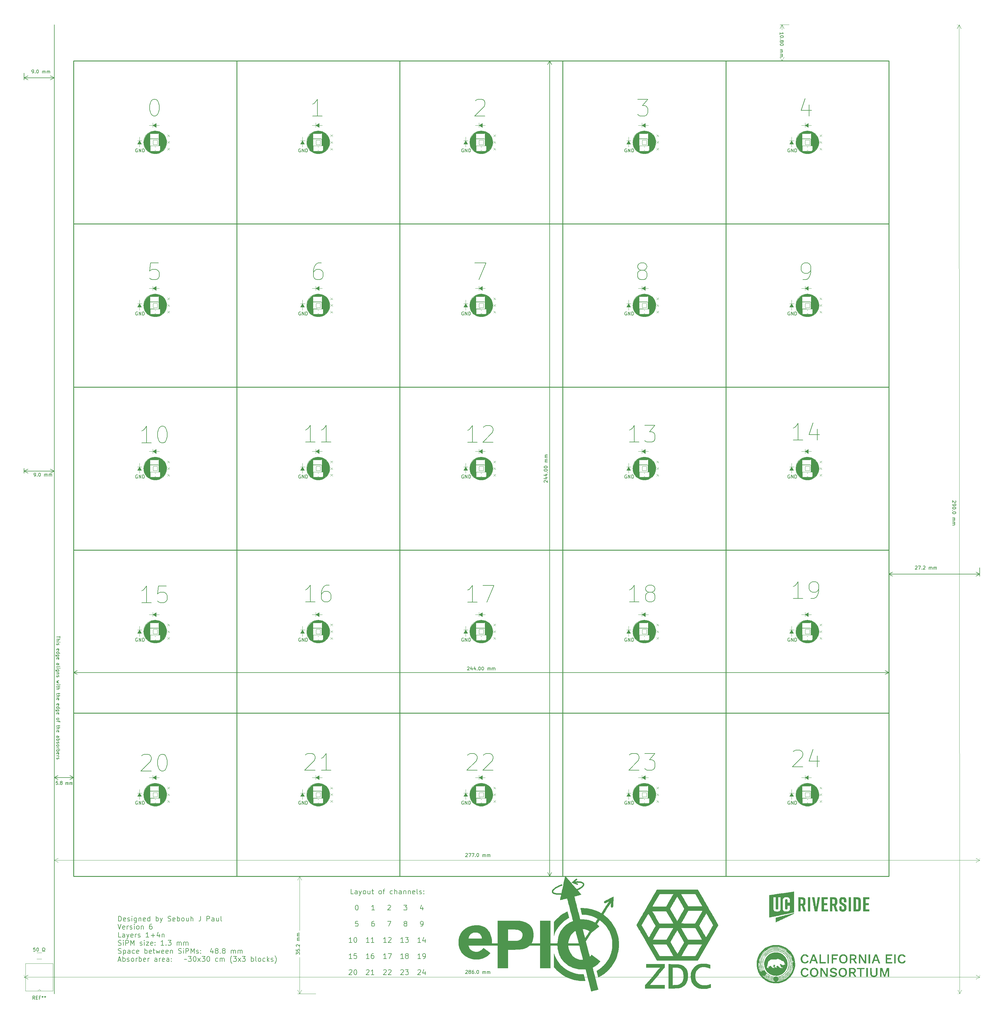
<source format=gbr>
%TF.GenerationSoftware,KiCad,Pcbnew,8.0.2-1*%
%TF.CreationDate,2024-10-14T18:52:49-04:00*%
%TF.ProjectId,OddLayers_1.3mm_SiPM,4f64644c-6179-4657-9273-5f312e336d6d,rev?*%
%TF.SameCoordinates,Original*%
%TF.FileFunction,Legend,Top*%
%TF.FilePolarity,Positive*%
%FSLAX46Y46*%
G04 Gerber Fmt 4.6, Leading zero omitted, Abs format (unit mm)*
G04 Created by KiCad (PCBNEW 8.0.2-1) date 2024-10-14 18:52:49*
%MOMM*%
%LPD*%
G01*
G04 APERTURE LIST*
%ADD10C,0.250000*%
%ADD11C,0.150000*%
%ADD12C,0.100000*%
%ADD13C,0.120000*%
%ADD14C,0.000000*%
G04 APERTURE END LIST*
D10*
X80800000Y-192200000D02*
X324800000Y-192200000D01*
X324800000Y-45800000D02*
X324800000Y-289800000D01*
X227200000Y-45800000D02*
X227200000Y-289800000D01*
D11*
X75000000Y-35000000D02*
X75000000Y-325000000D01*
D10*
X276000000Y-45800000D02*
X276000000Y-289800000D01*
X80800000Y-143400000D02*
X324800000Y-143400000D01*
X80800000Y-45800000D02*
X80800000Y-289800000D01*
X80800000Y-94600000D02*
X324800000Y-94600000D01*
X178400000Y-45800000D02*
X178400000Y-289800000D01*
X80800000Y-45800000D02*
X324800000Y-45800000D01*
X80800000Y-241000000D02*
X324800000Y-241000000D01*
X129600000Y-45800000D02*
X129600000Y-289800000D01*
X80800000Y-289800000D02*
X324800000Y-289800000D01*
D11*
X249583333Y-57305295D02*
X252678571Y-57305295D01*
X252678571Y-57305295D02*
X251011905Y-59210057D01*
X251011905Y-59210057D02*
X251726190Y-59210057D01*
X251726190Y-59210057D02*
X252202381Y-59448152D01*
X252202381Y-59448152D02*
X252440476Y-59686247D01*
X252440476Y-59686247D02*
X252678571Y-60162438D01*
X252678571Y-60162438D02*
X252678571Y-61352914D01*
X252678571Y-61352914D02*
X252440476Y-61829104D01*
X252440476Y-61829104D02*
X252202381Y-62067200D01*
X252202381Y-62067200D02*
X251726190Y-62305295D01*
X251726190Y-62305295D02*
X250297619Y-62305295D01*
X250297619Y-62305295D02*
X249821428Y-62067200D01*
X249821428Y-62067200D02*
X249583333Y-61829104D01*
X201597618Y-207755295D02*
X198740475Y-207755295D01*
X200169047Y-207755295D02*
X200169047Y-202755295D01*
X200169047Y-202755295D02*
X199692856Y-203469580D01*
X199692856Y-203469580D02*
X199216666Y-203945771D01*
X199216666Y-203945771D02*
X198740475Y-204183866D01*
X203264285Y-202755295D02*
X206597619Y-202755295D01*
X206597619Y-202755295D02*
X204454761Y-207755295D01*
X299047618Y-159305295D02*
X296190475Y-159305295D01*
X297619047Y-159305295D02*
X297619047Y-154305295D01*
X297619047Y-154305295D02*
X297142856Y-155019580D01*
X297142856Y-155019580D02*
X296666666Y-155495771D01*
X296666666Y-155495771D02*
X296190475Y-155733866D01*
X303333333Y-155971961D02*
X303333333Y-159305295D01*
X302142857Y-154067200D02*
X300952380Y-157638628D01*
X300952380Y-157638628D02*
X304047619Y-157638628D01*
X299047618Y-206705295D02*
X296190475Y-206705295D01*
X297619047Y-206705295D02*
X297619047Y-201705295D01*
X297619047Y-201705295D02*
X297142856Y-202419580D01*
X297142856Y-202419580D02*
X296666666Y-202895771D01*
X296666666Y-202895771D02*
X296190475Y-203133866D01*
X301428571Y-206705295D02*
X302380952Y-206705295D01*
X302380952Y-206705295D02*
X302857142Y-206467200D01*
X302857142Y-206467200D02*
X303095238Y-206229104D01*
X303095238Y-206229104D02*
X303571428Y-205514819D01*
X303571428Y-205514819D02*
X303809523Y-204562438D01*
X303809523Y-204562438D02*
X303809523Y-202657676D01*
X303809523Y-202657676D02*
X303571428Y-202181485D01*
X303571428Y-202181485D02*
X303333333Y-201943390D01*
X303333333Y-201943390D02*
X302857142Y-201705295D01*
X302857142Y-201705295D02*
X301904761Y-201705295D01*
X301904761Y-201705295D02*
X301428571Y-201943390D01*
X301428571Y-201943390D02*
X301190476Y-202181485D01*
X301190476Y-202181485D02*
X300952380Y-202657676D01*
X300952380Y-202657676D02*
X300952380Y-203848152D01*
X300952380Y-203848152D02*
X301190476Y-204324342D01*
X301190476Y-204324342D02*
X301428571Y-204562438D01*
X301428571Y-204562438D02*
X301904761Y-204800533D01*
X301904761Y-204800533D02*
X302857142Y-204800533D01*
X302857142Y-204800533D02*
X303333333Y-204562438D01*
X303333333Y-204562438D02*
X303571428Y-204324342D01*
X303571428Y-204324342D02*
X303809523Y-203848152D01*
X300952381Y-58971961D02*
X300952381Y-62305295D01*
X299761905Y-57067200D02*
X298571428Y-60638628D01*
X298571428Y-60638628D02*
X301666667Y-60638628D01*
X104047618Y-160155295D02*
X101190475Y-160155295D01*
X102619047Y-160155295D02*
X102619047Y-155155295D01*
X102619047Y-155155295D02*
X102142856Y-155869580D01*
X102142856Y-155869580D02*
X101666666Y-156345771D01*
X101666666Y-156345771D02*
X101190475Y-156583866D01*
X107142857Y-155155295D02*
X107619047Y-155155295D01*
X107619047Y-155155295D02*
X108095238Y-155393390D01*
X108095238Y-155393390D02*
X108333333Y-155631485D01*
X108333333Y-155631485D02*
X108571428Y-156107676D01*
X108571428Y-156107676D02*
X108809523Y-157060057D01*
X108809523Y-157060057D02*
X108809523Y-158250533D01*
X108809523Y-158250533D02*
X108571428Y-159202914D01*
X108571428Y-159202914D02*
X108333333Y-159679104D01*
X108333333Y-159679104D02*
X108095238Y-159917200D01*
X108095238Y-159917200D02*
X107619047Y-160155295D01*
X107619047Y-160155295D02*
X107142857Y-160155295D01*
X107142857Y-160155295D02*
X106666666Y-159917200D01*
X106666666Y-159917200D02*
X106428571Y-159679104D01*
X106428571Y-159679104D02*
X106190476Y-159202914D01*
X106190476Y-159202914D02*
X105952380Y-158250533D01*
X105952380Y-158250533D02*
X105952380Y-157060057D01*
X105952380Y-157060057D02*
X106190476Y-156107676D01*
X106190476Y-156107676D02*
X106428571Y-155631485D01*
X106428571Y-155631485D02*
X106666666Y-155393390D01*
X106666666Y-155393390D02*
X107142857Y-155155295D01*
X296190475Y-252531485D02*
X296428571Y-252293390D01*
X296428571Y-252293390D02*
X296904761Y-252055295D01*
X296904761Y-252055295D02*
X298095237Y-252055295D01*
X298095237Y-252055295D02*
X298571428Y-252293390D01*
X298571428Y-252293390D02*
X298809523Y-252531485D01*
X298809523Y-252531485D02*
X299047618Y-253007676D01*
X299047618Y-253007676D02*
X299047618Y-253483866D01*
X299047618Y-253483866D02*
X298809523Y-254198152D01*
X298809523Y-254198152D02*
X295952380Y-257055295D01*
X295952380Y-257055295D02*
X299047618Y-257055295D01*
X303333333Y-253721961D02*
X303333333Y-257055295D01*
X302142857Y-251817200D02*
X300952380Y-255388628D01*
X300952380Y-255388628D02*
X304047619Y-255388628D01*
X164521428Y-295111548D02*
X163807142Y-295111548D01*
X163807142Y-295111548D02*
X163807142Y-293611548D01*
X165664286Y-295111548D02*
X165664286Y-294325834D01*
X165664286Y-294325834D02*
X165592857Y-294182977D01*
X165592857Y-294182977D02*
X165450000Y-294111548D01*
X165450000Y-294111548D02*
X165164286Y-294111548D01*
X165164286Y-294111548D02*
X165021428Y-294182977D01*
X165664286Y-295040120D02*
X165521428Y-295111548D01*
X165521428Y-295111548D02*
X165164286Y-295111548D01*
X165164286Y-295111548D02*
X165021428Y-295040120D01*
X165021428Y-295040120D02*
X164950000Y-294897262D01*
X164950000Y-294897262D02*
X164950000Y-294754405D01*
X164950000Y-294754405D02*
X165021428Y-294611548D01*
X165021428Y-294611548D02*
X165164286Y-294540120D01*
X165164286Y-294540120D02*
X165521428Y-294540120D01*
X165521428Y-294540120D02*
X165664286Y-294468691D01*
X166235714Y-294111548D02*
X166592857Y-295111548D01*
X166950000Y-294111548D02*
X166592857Y-295111548D01*
X166592857Y-295111548D02*
X166450000Y-295468691D01*
X166450000Y-295468691D02*
X166378571Y-295540120D01*
X166378571Y-295540120D02*
X166235714Y-295611548D01*
X167735714Y-295111548D02*
X167592857Y-295040120D01*
X167592857Y-295040120D02*
X167521428Y-294968691D01*
X167521428Y-294968691D02*
X167450000Y-294825834D01*
X167450000Y-294825834D02*
X167450000Y-294397262D01*
X167450000Y-294397262D02*
X167521428Y-294254405D01*
X167521428Y-294254405D02*
X167592857Y-294182977D01*
X167592857Y-294182977D02*
X167735714Y-294111548D01*
X167735714Y-294111548D02*
X167950000Y-294111548D01*
X167950000Y-294111548D02*
X168092857Y-294182977D01*
X168092857Y-294182977D02*
X168164286Y-294254405D01*
X168164286Y-294254405D02*
X168235714Y-294397262D01*
X168235714Y-294397262D02*
X168235714Y-294825834D01*
X168235714Y-294825834D02*
X168164286Y-294968691D01*
X168164286Y-294968691D02*
X168092857Y-295040120D01*
X168092857Y-295040120D02*
X167950000Y-295111548D01*
X167950000Y-295111548D02*
X167735714Y-295111548D01*
X169521429Y-294111548D02*
X169521429Y-295111548D01*
X168878571Y-294111548D02*
X168878571Y-294897262D01*
X168878571Y-294897262D02*
X168950000Y-295040120D01*
X168950000Y-295040120D02*
X169092857Y-295111548D01*
X169092857Y-295111548D02*
X169307143Y-295111548D01*
X169307143Y-295111548D02*
X169450000Y-295040120D01*
X169450000Y-295040120D02*
X169521429Y-294968691D01*
X170021429Y-294111548D02*
X170592857Y-294111548D01*
X170235714Y-293611548D02*
X170235714Y-294897262D01*
X170235714Y-294897262D02*
X170307143Y-295040120D01*
X170307143Y-295040120D02*
X170450000Y-295111548D01*
X170450000Y-295111548D02*
X170592857Y-295111548D01*
X172450000Y-295111548D02*
X172307143Y-295040120D01*
X172307143Y-295040120D02*
X172235714Y-294968691D01*
X172235714Y-294968691D02*
X172164286Y-294825834D01*
X172164286Y-294825834D02*
X172164286Y-294397262D01*
X172164286Y-294397262D02*
X172235714Y-294254405D01*
X172235714Y-294254405D02*
X172307143Y-294182977D01*
X172307143Y-294182977D02*
X172450000Y-294111548D01*
X172450000Y-294111548D02*
X172664286Y-294111548D01*
X172664286Y-294111548D02*
X172807143Y-294182977D01*
X172807143Y-294182977D02*
X172878572Y-294254405D01*
X172878572Y-294254405D02*
X172950000Y-294397262D01*
X172950000Y-294397262D02*
X172950000Y-294825834D01*
X172950000Y-294825834D02*
X172878572Y-294968691D01*
X172878572Y-294968691D02*
X172807143Y-295040120D01*
X172807143Y-295040120D02*
X172664286Y-295111548D01*
X172664286Y-295111548D02*
X172450000Y-295111548D01*
X173378572Y-294111548D02*
X173950000Y-294111548D01*
X173592857Y-295111548D02*
X173592857Y-293825834D01*
X173592857Y-293825834D02*
X173664286Y-293682977D01*
X173664286Y-293682977D02*
X173807143Y-293611548D01*
X173807143Y-293611548D02*
X173950000Y-293611548D01*
X176235715Y-295040120D02*
X176092857Y-295111548D01*
X176092857Y-295111548D02*
X175807143Y-295111548D01*
X175807143Y-295111548D02*
X175664286Y-295040120D01*
X175664286Y-295040120D02*
X175592857Y-294968691D01*
X175592857Y-294968691D02*
X175521429Y-294825834D01*
X175521429Y-294825834D02*
X175521429Y-294397262D01*
X175521429Y-294397262D02*
X175592857Y-294254405D01*
X175592857Y-294254405D02*
X175664286Y-294182977D01*
X175664286Y-294182977D02*
X175807143Y-294111548D01*
X175807143Y-294111548D02*
X176092857Y-294111548D01*
X176092857Y-294111548D02*
X176235715Y-294182977D01*
X176878571Y-295111548D02*
X176878571Y-293611548D01*
X177521429Y-295111548D02*
X177521429Y-294325834D01*
X177521429Y-294325834D02*
X177450000Y-294182977D01*
X177450000Y-294182977D02*
X177307143Y-294111548D01*
X177307143Y-294111548D02*
X177092857Y-294111548D01*
X177092857Y-294111548D02*
X176950000Y-294182977D01*
X176950000Y-294182977D02*
X176878571Y-294254405D01*
X178878572Y-295111548D02*
X178878572Y-294325834D01*
X178878572Y-294325834D02*
X178807143Y-294182977D01*
X178807143Y-294182977D02*
X178664286Y-294111548D01*
X178664286Y-294111548D02*
X178378572Y-294111548D01*
X178378572Y-294111548D02*
X178235714Y-294182977D01*
X178878572Y-295040120D02*
X178735714Y-295111548D01*
X178735714Y-295111548D02*
X178378572Y-295111548D01*
X178378572Y-295111548D02*
X178235714Y-295040120D01*
X178235714Y-295040120D02*
X178164286Y-294897262D01*
X178164286Y-294897262D02*
X178164286Y-294754405D01*
X178164286Y-294754405D02*
X178235714Y-294611548D01*
X178235714Y-294611548D02*
X178378572Y-294540120D01*
X178378572Y-294540120D02*
X178735714Y-294540120D01*
X178735714Y-294540120D02*
X178878572Y-294468691D01*
X179592857Y-294111548D02*
X179592857Y-295111548D01*
X179592857Y-294254405D02*
X179664286Y-294182977D01*
X179664286Y-294182977D02*
X179807143Y-294111548D01*
X179807143Y-294111548D02*
X180021429Y-294111548D01*
X180021429Y-294111548D02*
X180164286Y-294182977D01*
X180164286Y-294182977D02*
X180235715Y-294325834D01*
X180235715Y-294325834D02*
X180235715Y-295111548D01*
X180950000Y-294111548D02*
X180950000Y-295111548D01*
X180950000Y-294254405D02*
X181021429Y-294182977D01*
X181021429Y-294182977D02*
X181164286Y-294111548D01*
X181164286Y-294111548D02*
X181378572Y-294111548D01*
X181378572Y-294111548D02*
X181521429Y-294182977D01*
X181521429Y-294182977D02*
X181592858Y-294325834D01*
X181592858Y-294325834D02*
X181592858Y-295111548D01*
X182878572Y-295040120D02*
X182735715Y-295111548D01*
X182735715Y-295111548D02*
X182450001Y-295111548D01*
X182450001Y-295111548D02*
X182307143Y-295040120D01*
X182307143Y-295040120D02*
X182235715Y-294897262D01*
X182235715Y-294897262D02*
X182235715Y-294325834D01*
X182235715Y-294325834D02*
X182307143Y-294182977D01*
X182307143Y-294182977D02*
X182450001Y-294111548D01*
X182450001Y-294111548D02*
X182735715Y-294111548D01*
X182735715Y-294111548D02*
X182878572Y-294182977D01*
X182878572Y-294182977D02*
X182950001Y-294325834D01*
X182950001Y-294325834D02*
X182950001Y-294468691D01*
X182950001Y-294468691D02*
X182235715Y-294611548D01*
X183807143Y-295111548D02*
X183664286Y-295040120D01*
X183664286Y-295040120D02*
X183592857Y-294897262D01*
X183592857Y-294897262D02*
X183592857Y-293611548D01*
X184307143Y-295040120D02*
X184450000Y-295111548D01*
X184450000Y-295111548D02*
X184735714Y-295111548D01*
X184735714Y-295111548D02*
X184878571Y-295040120D01*
X184878571Y-295040120D02*
X184950000Y-294897262D01*
X184950000Y-294897262D02*
X184950000Y-294825834D01*
X184950000Y-294825834D02*
X184878571Y-294682977D01*
X184878571Y-294682977D02*
X184735714Y-294611548D01*
X184735714Y-294611548D02*
X184521429Y-294611548D01*
X184521429Y-294611548D02*
X184378571Y-294540120D01*
X184378571Y-294540120D02*
X184307143Y-294397262D01*
X184307143Y-294397262D02*
X184307143Y-294325834D01*
X184307143Y-294325834D02*
X184378571Y-294182977D01*
X184378571Y-294182977D02*
X184521429Y-294111548D01*
X184521429Y-294111548D02*
X184735714Y-294111548D01*
X184735714Y-294111548D02*
X184878571Y-294182977D01*
X185592857Y-294968691D02*
X185664286Y-295040120D01*
X185664286Y-295040120D02*
X185592857Y-295111548D01*
X185592857Y-295111548D02*
X185521429Y-295040120D01*
X185521429Y-295040120D02*
X185592857Y-294968691D01*
X185592857Y-294968691D02*
X185592857Y-295111548D01*
X185592857Y-294182977D02*
X185664286Y-294254405D01*
X185664286Y-294254405D02*
X185592857Y-294325834D01*
X185592857Y-294325834D02*
X185521429Y-294254405D01*
X185521429Y-294254405D02*
X185592857Y-294182977D01*
X185592857Y-294182977D02*
X185592857Y-294325834D01*
X165485716Y-298441380D02*
X165628573Y-298441380D01*
X165628573Y-298441380D02*
X165771430Y-298512809D01*
X165771430Y-298512809D02*
X165842859Y-298584237D01*
X165842859Y-298584237D02*
X165914287Y-298727094D01*
X165914287Y-298727094D02*
X165985716Y-299012809D01*
X165985716Y-299012809D02*
X165985716Y-299369952D01*
X165985716Y-299369952D02*
X165914287Y-299655666D01*
X165914287Y-299655666D02*
X165842859Y-299798523D01*
X165842859Y-299798523D02*
X165771430Y-299869952D01*
X165771430Y-299869952D02*
X165628573Y-299941380D01*
X165628573Y-299941380D02*
X165485716Y-299941380D01*
X165485716Y-299941380D02*
X165342859Y-299869952D01*
X165342859Y-299869952D02*
X165271430Y-299798523D01*
X165271430Y-299798523D02*
X165200001Y-299655666D01*
X165200001Y-299655666D02*
X165128573Y-299369952D01*
X165128573Y-299369952D02*
X165128573Y-299012809D01*
X165128573Y-299012809D02*
X165200001Y-298727094D01*
X165200001Y-298727094D02*
X165271430Y-298584237D01*
X165271430Y-298584237D02*
X165342859Y-298512809D01*
X165342859Y-298512809D02*
X165485716Y-298441380D01*
X170842858Y-299941380D02*
X169985715Y-299941380D01*
X170414286Y-299941380D02*
X170414286Y-298441380D01*
X170414286Y-298441380D02*
X170271429Y-298655666D01*
X170271429Y-298655666D02*
X170128572Y-298798523D01*
X170128572Y-298798523D02*
X169985715Y-298869952D01*
X174842857Y-298584237D02*
X174914285Y-298512809D01*
X174914285Y-298512809D02*
X175057143Y-298441380D01*
X175057143Y-298441380D02*
X175414285Y-298441380D01*
X175414285Y-298441380D02*
X175557143Y-298512809D01*
X175557143Y-298512809D02*
X175628571Y-298584237D01*
X175628571Y-298584237D02*
X175700000Y-298727094D01*
X175700000Y-298727094D02*
X175700000Y-298869952D01*
X175700000Y-298869952D02*
X175628571Y-299084237D01*
X175628571Y-299084237D02*
X174771428Y-299941380D01*
X174771428Y-299941380D02*
X175700000Y-299941380D01*
X179628570Y-298441380D02*
X180557142Y-298441380D01*
X180557142Y-298441380D02*
X180057142Y-299012809D01*
X180057142Y-299012809D02*
X180271427Y-299012809D01*
X180271427Y-299012809D02*
X180414285Y-299084237D01*
X180414285Y-299084237D02*
X180485713Y-299155666D01*
X180485713Y-299155666D02*
X180557142Y-299298523D01*
X180557142Y-299298523D02*
X180557142Y-299655666D01*
X180557142Y-299655666D02*
X180485713Y-299798523D01*
X180485713Y-299798523D02*
X180414285Y-299869952D01*
X180414285Y-299869952D02*
X180271427Y-299941380D01*
X180271427Y-299941380D02*
X179842856Y-299941380D01*
X179842856Y-299941380D02*
X179699999Y-299869952D01*
X179699999Y-299869952D02*
X179628570Y-299798523D01*
X185271427Y-298941380D02*
X185271427Y-299941380D01*
X184914284Y-298369952D02*
X184557141Y-299441380D01*
X184557141Y-299441380D02*
X185485712Y-299441380D01*
X165914287Y-303271212D02*
X165200001Y-303271212D01*
X165200001Y-303271212D02*
X165128573Y-303985498D01*
X165128573Y-303985498D02*
X165200001Y-303914069D01*
X165200001Y-303914069D02*
X165342859Y-303842641D01*
X165342859Y-303842641D02*
X165700001Y-303842641D01*
X165700001Y-303842641D02*
X165842859Y-303914069D01*
X165842859Y-303914069D02*
X165914287Y-303985498D01*
X165914287Y-303985498D02*
X165985716Y-304128355D01*
X165985716Y-304128355D02*
X165985716Y-304485498D01*
X165985716Y-304485498D02*
X165914287Y-304628355D01*
X165914287Y-304628355D02*
X165842859Y-304699784D01*
X165842859Y-304699784D02*
X165700001Y-304771212D01*
X165700001Y-304771212D02*
X165342859Y-304771212D01*
X165342859Y-304771212D02*
X165200001Y-304699784D01*
X165200001Y-304699784D02*
X165128573Y-304628355D01*
X170700001Y-303271212D02*
X170414286Y-303271212D01*
X170414286Y-303271212D02*
X170271429Y-303342641D01*
X170271429Y-303342641D02*
X170200001Y-303414069D01*
X170200001Y-303414069D02*
X170057143Y-303628355D01*
X170057143Y-303628355D02*
X169985715Y-303914069D01*
X169985715Y-303914069D02*
X169985715Y-304485498D01*
X169985715Y-304485498D02*
X170057143Y-304628355D01*
X170057143Y-304628355D02*
X170128572Y-304699784D01*
X170128572Y-304699784D02*
X170271429Y-304771212D01*
X170271429Y-304771212D02*
X170557143Y-304771212D01*
X170557143Y-304771212D02*
X170700001Y-304699784D01*
X170700001Y-304699784D02*
X170771429Y-304628355D01*
X170771429Y-304628355D02*
X170842858Y-304485498D01*
X170842858Y-304485498D02*
X170842858Y-304128355D01*
X170842858Y-304128355D02*
X170771429Y-303985498D01*
X170771429Y-303985498D02*
X170700001Y-303914069D01*
X170700001Y-303914069D02*
X170557143Y-303842641D01*
X170557143Y-303842641D02*
X170271429Y-303842641D01*
X170271429Y-303842641D02*
X170128572Y-303914069D01*
X170128572Y-303914069D02*
X170057143Y-303985498D01*
X170057143Y-303985498D02*
X169985715Y-304128355D01*
X174771428Y-303271212D02*
X175771428Y-303271212D01*
X175771428Y-303271212D02*
X175128571Y-304771212D01*
X179985713Y-303914069D02*
X179842856Y-303842641D01*
X179842856Y-303842641D02*
X179771427Y-303771212D01*
X179771427Y-303771212D02*
X179699999Y-303628355D01*
X179699999Y-303628355D02*
X179699999Y-303556926D01*
X179699999Y-303556926D02*
X179771427Y-303414069D01*
X179771427Y-303414069D02*
X179842856Y-303342641D01*
X179842856Y-303342641D02*
X179985713Y-303271212D01*
X179985713Y-303271212D02*
X180271427Y-303271212D01*
X180271427Y-303271212D02*
X180414285Y-303342641D01*
X180414285Y-303342641D02*
X180485713Y-303414069D01*
X180485713Y-303414069D02*
X180557142Y-303556926D01*
X180557142Y-303556926D02*
X180557142Y-303628355D01*
X180557142Y-303628355D02*
X180485713Y-303771212D01*
X180485713Y-303771212D02*
X180414285Y-303842641D01*
X180414285Y-303842641D02*
X180271427Y-303914069D01*
X180271427Y-303914069D02*
X179985713Y-303914069D01*
X179985713Y-303914069D02*
X179842856Y-303985498D01*
X179842856Y-303985498D02*
X179771427Y-304056926D01*
X179771427Y-304056926D02*
X179699999Y-304199784D01*
X179699999Y-304199784D02*
X179699999Y-304485498D01*
X179699999Y-304485498D02*
X179771427Y-304628355D01*
X179771427Y-304628355D02*
X179842856Y-304699784D01*
X179842856Y-304699784D02*
X179985713Y-304771212D01*
X179985713Y-304771212D02*
X180271427Y-304771212D01*
X180271427Y-304771212D02*
X180414285Y-304699784D01*
X180414285Y-304699784D02*
X180485713Y-304628355D01*
X180485713Y-304628355D02*
X180557142Y-304485498D01*
X180557142Y-304485498D02*
X180557142Y-304199784D01*
X180557142Y-304199784D02*
X180485713Y-304056926D01*
X180485713Y-304056926D02*
X180414285Y-303985498D01*
X180414285Y-303985498D02*
X180271427Y-303914069D01*
X184699998Y-304771212D02*
X184985712Y-304771212D01*
X184985712Y-304771212D02*
X185128569Y-304699784D01*
X185128569Y-304699784D02*
X185199998Y-304628355D01*
X185199998Y-304628355D02*
X185342855Y-304414069D01*
X185342855Y-304414069D02*
X185414284Y-304128355D01*
X185414284Y-304128355D02*
X185414284Y-303556926D01*
X185414284Y-303556926D02*
X185342855Y-303414069D01*
X185342855Y-303414069D02*
X185271427Y-303342641D01*
X185271427Y-303342641D02*
X185128569Y-303271212D01*
X185128569Y-303271212D02*
X184842855Y-303271212D01*
X184842855Y-303271212D02*
X184699998Y-303342641D01*
X184699998Y-303342641D02*
X184628569Y-303414069D01*
X184628569Y-303414069D02*
X184557141Y-303556926D01*
X184557141Y-303556926D02*
X184557141Y-303914069D01*
X184557141Y-303914069D02*
X184628569Y-304056926D01*
X184628569Y-304056926D02*
X184699998Y-304128355D01*
X184699998Y-304128355D02*
X184842855Y-304199784D01*
X184842855Y-304199784D02*
X185128569Y-304199784D01*
X185128569Y-304199784D02*
X185271427Y-304128355D01*
X185271427Y-304128355D02*
X185342855Y-304056926D01*
X185342855Y-304056926D02*
X185414284Y-303914069D01*
X164128574Y-309601044D02*
X163271431Y-309601044D01*
X163700002Y-309601044D02*
X163700002Y-308101044D01*
X163700002Y-308101044D02*
X163557145Y-308315330D01*
X163557145Y-308315330D02*
X163414288Y-308458187D01*
X163414288Y-308458187D02*
X163271431Y-308529616D01*
X165057145Y-308101044D02*
X165200002Y-308101044D01*
X165200002Y-308101044D02*
X165342859Y-308172473D01*
X165342859Y-308172473D02*
X165414288Y-308243901D01*
X165414288Y-308243901D02*
X165485716Y-308386758D01*
X165485716Y-308386758D02*
X165557145Y-308672473D01*
X165557145Y-308672473D02*
X165557145Y-309029616D01*
X165557145Y-309029616D02*
X165485716Y-309315330D01*
X165485716Y-309315330D02*
X165414288Y-309458187D01*
X165414288Y-309458187D02*
X165342859Y-309529616D01*
X165342859Y-309529616D02*
X165200002Y-309601044D01*
X165200002Y-309601044D02*
X165057145Y-309601044D01*
X165057145Y-309601044D02*
X164914288Y-309529616D01*
X164914288Y-309529616D02*
X164842859Y-309458187D01*
X164842859Y-309458187D02*
X164771430Y-309315330D01*
X164771430Y-309315330D02*
X164700002Y-309029616D01*
X164700002Y-309029616D02*
X164700002Y-308672473D01*
X164700002Y-308672473D02*
X164771430Y-308386758D01*
X164771430Y-308386758D02*
X164842859Y-308243901D01*
X164842859Y-308243901D02*
X164914288Y-308172473D01*
X164914288Y-308172473D02*
X165057145Y-308101044D01*
X169271430Y-309601044D02*
X168414287Y-309601044D01*
X168842858Y-309601044D02*
X168842858Y-308101044D01*
X168842858Y-308101044D02*
X168700001Y-308315330D01*
X168700001Y-308315330D02*
X168557144Y-308458187D01*
X168557144Y-308458187D02*
X168414287Y-308529616D01*
X170700001Y-309601044D02*
X169842858Y-309601044D01*
X170271429Y-309601044D02*
X170271429Y-308101044D01*
X170271429Y-308101044D02*
X170128572Y-308315330D01*
X170128572Y-308315330D02*
X169985715Y-308458187D01*
X169985715Y-308458187D02*
X169842858Y-308529616D01*
X174414286Y-309601044D02*
X173557143Y-309601044D01*
X173985714Y-309601044D02*
X173985714Y-308101044D01*
X173985714Y-308101044D02*
X173842857Y-308315330D01*
X173842857Y-308315330D02*
X173700000Y-308458187D01*
X173700000Y-308458187D02*
X173557143Y-308529616D01*
X174985714Y-308243901D02*
X175057142Y-308172473D01*
X175057142Y-308172473D02*
X175200000Y-308101044D01*
X175200000Y-308101044D02*
X175557142Y-308101044D01*
X175557142Y-308101044D02*
X175700000Y-308172473D01*
X175700000Y-308172473D02*
X175771428Y-308243901D01*
X175771428Y-308243901D02*
X175842857Y-308386758D01*
X175842857Y-308386758D02*
X175842857Y-308529616D01*
X175842857Y-308529616D02*
X175771428Y-308743901D01*
X175771428Y-308743901D02*
X174914285Y-309601044D01*
X174914285Y-309601044D02*
X175842857Y-309601044D01*
X179557142Y-309601044D02*
X178699999Y-309601044D01*
X179128570Y-309601044D02*
X179128570Y-308101044D01*
X179128570Y-308101044D02*
X178985713Y-308315330D01*
X178985713Y-308315330D02*
X178842856Y-308458187D01*
X178842856Y-308458187D02*
X178699999Y-308529616D01*
X180057141Y-308101044D02*
X180985713Y-308101044D01*
X180985713Y-308101044D02*
X180485713Y-308672473D01*
X180485713Y-308672473D02*
X180699998Y-308672473D01*
X180699998Y-308672473D02*
X180842856Y-308743901D01*
X180842856Y-308743901D02*
X180914284Y-308815330D01*
X180914284Y-308815330D02*
X180985713Y-308958187D01*
X180985713Y-308958187D02*
X180985713Y-309315330D01*
X180985713Y-309315330D02*
X180914284Y-309458187D01*
X180914284Y-309458187D02*
X180842856Y-309529616D01*
X180842856Y-309529616D02*
X180699998Y-309601044D01*
X180699998Y-309601044D02*
X180271427Y-309601044D01*
X180271427Y-309601044D02*
X180128570Y-309529616D01*
X180128570Y-309529616D02*
X180057141Y-309458187D01*
X184699998Y-309601044D02*
X183842855Y-309601044D01*
X184271426Y-309601044D02*
X184271426Y-308101044D01*
X184271426Y-308101044D02*
X184128569Y-308315330D01*
X184128569Y-308315330D02*
X183985712Y-308458187D01*
X183985712Y-308458187D02*
X183842855Y-308529616D01*
X185985712Y-308601044D02*
X185985712Y-309601044D01*
X185628569Y-308029616D02*
X185271426Y-309101044D01*
X185271426Y-309101044D02*
X186199997Y-309101044D01*
X164128574Y-314430876D02*
X163271431Y-314430876D01*
X163700002Y-314430876D02*
X163700002Y-312930876D01*
X163700002Y-312930876D02*
X163557145Y-313145162D01*
X163557145Y-313145162D02*
X163414288Y-313288019D01*
X163414288Y-313288019D02*
X163271431Y-313359448D01*
X165485716Y-312930876D02*
X164771430Y-312930876D01*
X164771430Y-312930876D02*
X164700002Y-313645162D01*
X164700002Y-313645162D02*
X164771430Y-313573733D01*
X164771430Y-313573733D02*
X164914288Y-313502305D01*
X164914288Y-313502305D02*
X165271430Y-313502305D01*
X165271430Y-313502305D02*
X165414288Y-313573733D01*
X165414288Y-313573733D02*
X165485716Y-313645162D01*
X165485716Y-313645162D02*
X165557145Y-313788019D01*
X165557145Y-313788019D02*
X165557145Y-314145162D01*
X165557145Y-314145162D02*
X165485716Y-314288019D01*
X165485716Y-314288019D02*
X165414288Y-314359448D01*
X165414288Y-314359448D02*
X165271430Y-314430876D01*
X165271430Y-314430876D02*
X164914288Y-314430876D01*
X164914288Y-314430876D02*
X164771430Y-314359448D01*
X164771430Y-314359448D02*
X164700002Y-314288019D01*
X169271430Y-314430876D02*
X168414287Y-314430876D01*
X168842858Y-314430876D02*
X168842858Y-312930876D01*
X168842858Y-312930876D02*
X168700001Y-313145162D01*
X168700001Y-313145162D02*
X168557144Y-313288019D01*
X168557144Y-313288019D02*
X168414287Y-313359448D01*
X170557144Y-312930876D02*
X170271429Y-312930876D01*
X170271429Y-312930876D02*
X170128572Y-313002305D01*
X170128572Y-313002305D02*
X170057144Y-313073733D01*
X170057144Y-313073733D02*
X169914286Y-313288019D01*
X169914286Y-313288019D02*
X169842858Y-313573733D01*
X169842858Y-313573733D02*
X169842858Y-314145162D01*
X169842858Y-314145162D02*
X169914286Y-314288019D01*
X169914286Y-314288019D02*
X169985715Y-314359448D01*
X169985715Y-314359448D02*
X170128572Y-314430876D01*
X170128572Y-314430876D02*
X170414286Y-314430876D01*
X170414286Y-314430876D02*
X170557144Y-314359448D01*
X170557144Y-314359448D02*
X170628572Y-314288019D01*
X170628572Y-314288019D02*
X170700001Y-314145162D01*
X170700001Y-314145162D02*
X170700001Y-313788019D01*
X170700001Y-313788019D02*
X170628572Y-313645162D01*
X170628572Y-313645162D02*
X170557144Y-313573733D01*
X170557144Y-313573733D02*
X170414286Y-313502305D01*
X170414286Y-313502305D02*
X170128572Y-313502305D01*
X170128572Y-313502305D02*
X169985715Y-313573733D01*
X169985715Y-313573733D02*
X169914286Y-313645162D01*
X169914286Y-313645162D02*
X169842858Y-313788019D01*
X174414286Y-314430876D02*
X173557143Y-314430876D01*
X173985714Y-314430876D02*
X173985714Y-312930876D01*
X173985714Y-312930876D02*
X173842857Y-313145162D01*
X173842857Y-313145162D02*
X173700000Y-313288019D01*
X173700000Y-313288019D02*
X173557143Y-313359448D01*
X174914285Y-312930876D02*
X175914285Y-312930876D01*
X175914285Y-312930876D02*
X175271428Y-314430876D01*
X179557142Y-314430876D02*
X178699999Y-314430876D01*
X179128570Y-314430876D02*
X179128570Y-312930876D01*
X179128570Y-312930876D02*
X178985713Y-313145162D01*
X178985713Y-313145162D02*
X178842856Y-313288019D01*
X178842856Y-313288019D02*
X178699999Y-313359448D01*
X180414284Y-313573733D02*
X180271427Y-313502305D01*
X180271427Y-313502305D02*
X180199998Y-313430876D01*
X180199998Y-313430876D02*
X180128570Y-313288019D01*
X180128570Y-313288019D02*
X180128570Y-313216590D01*
X180128570Y-313216590D02*
X180199998Y-313073733D01*
X180199998Y-313073733D02*
X180271427Y-313002305D01*
X180271427Y-313002305D02*
X180414284Y-312930876D01*
X180414284Y-312930876D02*
X180699998Y-312930876D01*
X180699998Y-312930876D02*
X180842856Y-313002305D01*
X180842856Y-313002305D02*
X180914284Y-313073733D01*
X180914284Y-313073733D02*
X180985713Y-313216590D01*
X180985713Y-313216590D02*
X180985713Y-313288019D01*
X180985713Y-313288019D02*
X180914284Y-313430876D01*
X180914284Y-313430876D02*
X180842856Y-313502305D01*
X180842856Y-313502305D02*
X180699998Y-313573733D01*
X180699998Y-313573733D02*
X180414284Y-313573733D01*
X180414284Y-313573733D02*
X180271427Y-313645162D01*
X180271427Y-313645162D02*
X180199998Y-313716590D01*
X180199998Y-313716590D02*
X180128570Y-313859448D01*
X180128570Y-313859448D02*
X180128570Y-314145162D01*
X180128570Y-314145162D02*
X180199998Y-314288019D01*
X180199998Y-314288019D02*
X180271427Y-314359448D01*
X180271427Y-314359448D02*
X180414284Y-314430876D01*
X180414284Y-314430876D02*
X180699998Y-314430876D01*
X180699998Y-314430876D02*
X180842856Y-314359448D01*
X180842856Y-314359448D02*
X180914284Y-314288019D01*
X180914284Y-314288019D02*
X180985713Y-314145162D01*
X180985713Y-314145162D02*
X180985713Y-313859448D01*
X180985713Y-313859448D02*
X180914284Y-313716590D01*
X180914284Y-313716590D02*
X180842856Y-313645162D01*
X180842856Y-313645162D02*
X180699998Y-313573733D01*
X184699998Y-314430876D02*
X183842855Y-314430876D01*
X184271426Y-314430876D02*
X184271426Y-312930876D01*
X184271426Y-312930876D02*
X184128569Y-313145162D01*
X184128569Y-313145162D02*
X183985712Y-313288019D01*
X183985712Y-313288019D02*
X183842855Y-313359448D01*
X185414283Y-314430876D02*
X185699997Y-314430876D01*
X185699997Y-314430876D02*
X185842854Y-314359448D01*
X185842854Y-314359448D02*
X185914283Y-314288019D01*
X185914283Y-314288019D02*
X186057140Y-314073733D01*
X186057140Y-314073733D02*
X186128569Y-313788019D01*
X186128569Y-313788019D02*
X186128569Y-313216590D01*
X186128569Y-313216590D02*
X186057140Y-313073733D01*
X186057140Y-313073733D02*
X185985712Y-313002305D01*
X185985712Y-313002305D02*
X185842854Y-312930876D01*
X185842854Y-312930876D02*
X185557140Y-312930876D01*
X185557140Y-312930876D02*
X185414283Y-313002305D01*
X185414283Y-313002305D02*
X185342854Y-313073733D01*
X185342854Y-313073733D02*
X185271426Y-313216590D01*
X185271426Y-313216590D02*
X185271426Y-313573733D01*
X185271426Y-313573733D02*
X185342854Y-313716590D01*
X185342854Y-313716590D02*
X185414283Y-313788019D01*
X185414283Y-313788019D02*
X185557140Y-313859448D01*
X185557140Y-313859448D02*
X185842854Y-313859448D01*
X185842854Y-313859448D02*
X185985712Y-313788019D01*
X185985712Y-313788019D02*
X186057140Y-313716590D01*
X186057140Y-313716590D02*
X186128569Y-313573733D01*
X163271431Y-317903565D02*
X163342859Y-317832137D01*
X163342859Y-317832137D02*
X163485717Y-317760708D01*
X163485717Y-317760708D02*
X163842859Y-317760708D01*
X163842859Y-317760708D02*
X163985717Y-317832137D01*
X163985717Y-317832137D02*
X164057145Y-317903565D01*
X164057145Y-317903565D02*
X164128574Y-318046422D01*
X164128574Y-318046422D02*
X164128574Y-318189280D01*
X164128574Y-318189280D02*
X164057145Y-318403565D01*
X164057145Y-318403565D02*
X163200002Y-319260708D01*
X163200002Y-319260708D02*
X164128574Y-319260708D01*
X165057145Y-317760708D02*
X165200002Y-317760708D01*
X165200002Y-317760708D02*
X165342859Y-317832137D01*
X165342859Y-317832137D02*
X165414288Y-317903565D01*
X165414288Y-317903565D02*
X165485716Y-318046422D01*
X165485716Y-318046422D02*
X165557145Y-318332137D01*
X165557145Y-318332137D02*
X165557145Y-318689280D01*
X165557145Y-318689280D02*
X165485716Y-318974994D01*
X165485716Y-318974994D02*
X165414288Y-319117851D01*
X165414288Y-319117851D02*
X165342859Y-319189280D01*
X165342859Y-319189280D02*
X165200002Y-319260708D01*
X165200002Y-319260708D02*
X165057145Y-319260708D01*
X165057145Y-319260708D02*
X164914288Y-319189280D01*
X164914288Y-319189280D02*
X164842859Y-319117851D01*
X164842859Y-319117851D02*
X164771430Y-318974994D01*
X164771430Y-318974994D02*
X164700002Y-318689280D01*
X164700002Y-318689280D02*
X164700002Y-318332137D01*
X164700002Y-318332137D02*
X164771430Y-318046422D01*
X164771430Y-318046422D02*
X164842859Y-317903565D01*
X164842859Y-317903565D02*
X164914288Y-317832137D01*
X164914288Y-317832137D02*
X165057145Y-317760708D01*
X168414287Y-317903565D02*
X168485715Y-317832137D01*
X168485715Y-317832137D02*
X168628573Y-317760708D01*
X168628573Y-317760708D02*
X168985715Y-317760708D01*
X168985715Y-317760708D02*
X169128573Y-317832137D01*
X169128573Y-317832137D02*
X169200001Y-317903565D01*
X169200001Y-317903565D02*
X169271430Y-318046422D01*
X169271430Y-318046422D02*
X169271430Y-318189280D01*
X169271430Y-318189280D02*
X169200001Y-318403565D01*
X169200001Y-318403565D02*
X168342858Y-319260708D01*
X168342858Y-319260708D02*
X169271430Y-319260708D01*
X170700001Y-319260708D02*
X169842858Y-319260708D01*
X170271429Y-319260708D02*
X170271429Y-317760708D01*
X170271429Y-317760708D02*
X170128572Y-317974994D01*
X170128572Y-317974994D02*
X169985715Y-318117851D01*
X169985715Y-318117851D02*
X169842858Y-318189280D01*
X173557143Y-317903565D02*
X173628571Y-317832137D01*
X173628571Y-317832137D02*
X173771429Y-317760708D01*
X173771429Y-317760708D02*
X174128571Y-317760708D01*
X174128571Y-317760708D02*
X174271429Y-317832137D01*
X174271429Y-317832137D02*
X174342857Y-317903565D01*
X174342857Y-317903565D02*
X174414286Y-318046422D01*
X174414286Y-318046422D02*
X174414286Y-318189280D01*
X174414286Y-318189280D02*
X174342857Y-318403565D01*
X174342857Y-318403565D02*
X173485714Y-319260708D01*
X173485714Y-319260708D02*
X174414286Y-319260708D01*
X174985714Y-317903565D02*
X175057142Y-317832137D01*
X175057142Y-317832137D02*
X175200000Y-317760708D01*
X175200000Y-317760708D02*
X175557142Y-317760708D01*
X175557142Y-317760708D02*
X175700000Y-317832137D01*
X175700000Y-317832137D02*
X175771428Y-317903565D01*
X175771428Y-317903565D02*
X175842857Y-318046422D01*
X175842857Y-318046422D02*
X175842857Y-318189280D01*
X175842857Y-318189280D02*
X175771428Y-318403565D01*
X175771428Y-318403565D02*
X174914285Y-319260708D01*
X174914285Y-319260708D02*
X175842857Y-319260708D01*
X178699999Y-317903565D02*
X178771427Y-317832137D01*
X178771427Y-317832137D02*
X178914285Y-317760708D01*
X178914285Y-317760708D02*
X179271427Y-317760708D01*
X179271427Y-317760708D02*
X179414285Y-317832137D01*
X179414285Y-317832137D02*
X179485713Y-317903565D01*
X179485713Y-317903565D02*
X179557142Y-318046422D01*
X179557142Y-318046422D02*
X179557142Y-318189280D01*
X179557142Y-318189280D02*
X179485713Y-318403565D01*
X179485713Y-318403565D02*
X178628570Y-319260708D01*
X178628570Y-319260708D02*
X179557142Y-319260708D01*
X180057141Y-317760708D02*
X180985713Y-317760708D01*
X180985713Y-317760708D02*
X180485713Y-318332137D01*
X180485713Y-318332137D02*
X180699998Y-318332137D01*
X180699998Y-318332137D02*
X180842856Y-318403565D01*
X180842856Y-318403565D02*
X180914284Y-318474994D01*
X180914284Y-318474994D02*
X180985713Y-318617851D01*
X180985713Y-318617851D02*
X180985713Y-318974994D01*
X180985713Y-318974994D02*
X180914284Y-319117851D01*
X180914284Y-319117851D02*
X180842856Y-319189280D01*
X180842856Y-319189280D02*
X180699998Y-319260708D01*
X180699998Y-319260708D02*
X180271427Y-319260708D01*
X180271427Y-319260708D02*
X180128570Y-319189280D01*
X180128570Y-319189280D02*
X180057141Y-319117851D01*
X183842855Y-317903565D02*
X183914283Y-317832137D01*
X183914283Y-317832137D02*
X184057141Y-317760708D01*
X184057141Y-317760708D02*
X184414283Y-317760708D01*
X184414283Y-317760708D02*
X184557141Y-317832137D01*
X184557141Y-317832137D02*
X184628569Y-317903565D01*
X184628569Y-317903565D02*
X184699998Y-318046422D01*
X184699998Y-318046422D02*
X184699998Y-318189280D01*
X184699998Y-318189280D02*
X184628569Y-318403565D01*
X184628569Y-318403565D02*
X183771426Y-319260708D01*
X183771426Y-319260708D02*
X184699998Y-319260708D01*
X185985712Y-318260708D02*
X185985712Y-319260708D01*
X185628569Y-317689280D02*
X185271426Y-318760708D01*
X185271426Y-318760708D02*
X186199997Y-318760708D01*
X155178571Y-62305295D02*
X152321428Y-62305295D01*
X153750000Y-62305295D02*
X153750000Y-57305295D01*
X153750000Y-57305295D02*
X153273809Y-58019580D01*
X153273809Y-58019580D02*
X152797619Y-58495771D01*
X152797619Y-58495771D02*
X152321428Y-58733866D01*
X201597618Y-159955295D02*
X198740475Y-159955295D01*
X200169047Y-159955295D02*
X200169047Y-154955295D01*
X200169047Y-154955295D02*
X199692856Y-155669580D01*
X199692856Y-155669580D02*
X199216666Y-156145771D01*
X199216666Y-156145771D02*
X198740475Y-156383866D01*
X203502380Y-155431485D02*
X203740476Y-155193390D01*
X203740476Y-155193390D02*
X204216666Y-154955295D01*
X204216666Y-154955295D02*
X205407142Y-154955295D01*
X205407142Y-154955295D02*
X205883333Y-155193390D01*
X205883333Y-155193390D02*
X206121428Y-155431485D01*
X206121428Y-155431485D02*
X206359523Y-155907676D01*
X206359523Y-155907676D02*
X206359523Y-156383866D01*
X206359523Y-156383866D02*
X206121428Y-157098152D01*
X206121428Y-157098152D02*
X203264285Y-159955295D01*
X203264285Y-159955295D02*
X206359523Y-159955295D01*
X106190476Y-106305295D02*
X103809524Y-106305295D01*
X103809524Y-106305295D02*
X103571428Y-108686247D01*
X103571428Y-108686247D02*
X103809524Y-108448152D01*
X103809524Y-108448152D02*
X104285714Y-108210057D01*
X104285714Y-108210057D02*
X105476190Y-108210057D01*
X105476190Y-108210057D02*
X105952381Y-108448152D01*
X105952381Y-108448152D02*
X106190476Y-108686247D01*
X106190476Y-108686247D02*
X106428571Y-109162438D01*
X106428571Y-109162438D02*
X106428571Y-110352914D01*
X106428571Y-110352914D02*
X106190476Y-110829104D01*
X106190476Y-110829104D02*
X105952381Y-111067200D01*
X105952381Y-111067200D02*
X105476190Y-111305295D01*
X105476190Y-111305295D02*
X104285714Y-111305295D01*
X104285714Y-111305295D02*
X103809524Y-111067200D01*
X103809524Y-111067200D02*
X103571428Y-110829104D01*
X94255826Y-303241380D02*
X94255826Y-301741380D01*
X94255826Y-301741380D02*
X94612969Y-301741380D01*
X94612969Y-301741380D02*
X94827255Y-301812809D01*
X94827255Y-301812809D02*
X94970112Y-301955666D01*
X94970112Y-301955666D02*
X95041541Y-302098523D01*
X95041541Y-302098523D02*
X95112969Y-302384237D01*
X95112969Y-302384237D02*
X95112969Y-302598523D01*
X95112969Y-302598523D02*
X95041541Y-302884237D01*
X95041541Y-302884237D02*
X94970112Y-303027094D01*
X94970112Y-303027094D02*
X94827255Y-303169952D01*
X94827255Y-303169952D02*
X94612969Y-303241380D01*
X94612969Y-303241380D02*
X94255826Y-303241380D01*
X96327255Y-303169952D02*
X96184398Y-303241380D01*
X96184398Y-303241380D02*
X95898684Y-303241380D01*
X95898684Y-303241380D02*
X95755826Y-303169952D01*
X95755826Y-303169952D02*
X95684398Y-303027094D01*
X95684398Y-303027094D02*
X95684398Y-302455666D01*
X95684398Y-302455666D02*
X95755826Y-302312809D01*
X95755826Y-302312809D02*
X95898684Y-302241380D01*
X95898684Y-302241380D02*
X96184398Y-302241380D01*
X96184398Y-302241380D02*
X96327255Y-302312809D01*
X96327255Y-302312809D02*
X96398684Y-302455666D01*
X96398684Y-302455666D02*
X96398684Y-302598523D01*
X96398684Y-302598523D02*
X95684398Y-302741380D01*
X96970112Y-303169952D02*
X97112969Y-303241380D01*
X97112969Y-303241380D02*
X97398683Y-303241380D01*
X97398683Y-303241380D02*
X97541540Y-303169952D01*
X97541540Y-303169952D02*
X97612969Y-303027094D01*
X97612969Y-303027094D02*
X97612969Y-302955666D01*
X97612969Y-302955666D02*
X97541540Y-302812809D01*
X97541540Y-302812809D02*
X97398683Y-302741380D01*
X97398683Y-302741380D02*
X97184398Y-302741380D01*
X97184398Y-302741380D02*
X97041540Y-302669952D01*
X97041540Y-302669952D02*
X96970112Y-302527094D01*
X96970112Y-302527094D02*
X96970112Y-302455666D01*
X96970112Y-302455666D02*
X97041540Y-302312809D01*
X97041540Y-302312809D02*
X97184398Y-302241380D01*
X97184398Y-302241380D02*
X97398683Y-302241380D01*
X97398683Y-302241380D02*
X97541540Y-302312809D01*
X98255826Y-303241380D02*
X98255826Y-302241380D01*
X98255826Y-301741380D02*
X98184398Y-301812809D01*
X98184398Y-301812809D02*
X98255826Y-301884237D01*
X98255826Y-301884237D02*
X98327255Y-301812809D01*
X98327255Y-301812809D02*
X98255826Y-301741380D01*
X98255826Y-301741380D02*
X98255826Y-301884237D01*
X99612970Y-302241380D02*
X99612970Y-303455666D01*
X99612970Y-303455666D02*
X99541541Y-303598523D01*
X99541541Y-303598523D02*
X99470112Y-303669952D01*
X99470112Y-303669952D02*
X99327255Y-303741380D01*
X99327255Y-303741380D02*
X99112970Y-303741380D01*
X99112970Y-303741380D02*
X98970112Y-303669952D01*
X99612970Y-303169952D02*
X99470112Y-303241380D01*
X99470112Y-303241380D02*
X99184398Y-303241380D01*
X99184398Y-303241380D02*
X99041541Y-303169952D01*
X99041541Y-303169952D02*
X98970112Y-303098523D01*
X98970112Y-303098523D02*
X98898684Y-302955666D01*
X98898684Y-302955666D02*
X98898684Y-302527094D01*
X98898684Y-302527094D02*
X98970112Y-302384237D01*
X98970112Y-302384237D02*
X99041541Y-302312809D01*
X99041541Y-302312809D02*
X99184398Y-302241380D01*
X99184398Y-302241380D02*
X99470112Y-302241380D01*
X99470112Y-302241380D02*
X99612970Y-302312809D01*
X100327255Y-302241380D02*
X100327255Y-303241380D01*
X100327255Y-302384237D02*
X100398684Y-302312809D01*
X100398684Y-302312809D02*
X100541541Y-302241380D01*
X100541541Y-302241380D02*
X100755827Y-302241380D01*
X100755827Y-302241380D02*
X100898684Y-302312809D01*
X100898684Y-302312809D02*
X100970113Y-302455666D01*
X100970113Y-302455666D02*
X100970113Y-303241380D01*
X102255827Y-303169952D02*
X102112970Y-303241380D01*
X102112970Y-303241380D02*
X101827256Y-303241380D01*
X101827256Y-303241380D02*
X101684398Y-303169952D01*
X101684398Y-303169952D02*
X101612970Y-303027094D01*
X101612970Y-303027094D02*
X101612970Y-302455666D01*
X101612970Y-302455666D02*
X101684398Y-302312809D01*
X101684398Y-302312809D02*
X101827256Y-302241380D01*
X101827256Y-302241380D02*
X102112970Y-302241380D01*
X102112970Y-302241380D02*
X102255827Y-302312809D01*
X102255827Y-302312809D02*
X102327256Y-302455666D01*
X102327256Y-302455666D02*
X102327256Y-302598523D01*
X102327256Y-302598523D02*
X101612970Y-302741380D01*
X103612970Y-303241380D02*
X103612970Y-301741380D01*
X103612970Y-303169952D02*
X103470112Y-303241380D01*
X103470112Y-303241380D02*
X103184398Y-303241380D01*
X103184398Y-303241380D02*
X103041541Y-303169952D01*
X103041541Y-303169952D02*
X102970112Y-303098523D01*
X102970112Y-303098523D02*
X102898684Y-302955666D01*
X102898684Y-302955666D02*
X102898684Y-302527094D01*
X102898684Y-302527094D02*
X102970112Y-302384237D01*
X102970112Y-302384237D02*
X103041541Y-302312809D01*
X103041541Y-302312809D02*
X103184398Y-302241380D01*
X103184398Y-302241380D02*
X103470112Y-302241380D01*
X103470112Y-302241380D02*
X103612970Y-302312809D01*
X105470112Y-303241380D02*
X105470112Y-301741380D01*
X105470112Y-302312809D02*
X105612970Y-302241380D01*
X105612970Y-302241380D02*
X105898684Y-302241380D01*
X105898684Y-302241380D02*
X106041541Y-302312809D01*
X106041541Y-302312809D02*
X106112970Y-302384237D01*
X106112970Y-302384237D02*
X106184398Y-302527094D01*
X106184398Y-302527094D02*
X106184398Y-302955666D01*
X106184398Y-302955666D02*
X106112970Y-303098523D01*
X106112970Y-303098523D02*
X106041541Y-303169952D01*
X106041541Y-303169952D02*
X105898684Y-303241380D01*
X105898684Y-303241380D02*
X105612970Y-303241380D01*
X105612970Y-303241380D02*
X105470112Y-303169952D01*
X106684398Y-302241380D02*
X107041541Y-303241380D01*
X107398684Y-302241380D02*
X107041541Y-303241380D01*
X107041541Y-303241380D02*
X106898684Y-303598523D01*
X106898684Y-303598523D02*
X106827255Y-303669952D01*
X106827255Y-303669952D02*
X106684398Y-303741380D01*
X109041541Y-303169952D02*
X109255827Y-303241380D01*
X109255827Y-303241380D02*
X109612969Y-303241380D01*
X109612969Y-303241380D02*
X109755827Y-303169952D01*
X109755827Y-303169952D02*
X109827255Y-303098523D01*
X109827255Y-303098523D02*
X109898684Y-302955666D01*
X109898684Y-302955666D02*
X109898684Y-302812809D01*
X109898684Y-302812809D02*
X109827255Y-302669952D01*
X109827255Y-302669952D02*
X109755827Y-302598523D01*
X109755827Y-302598523D02*
X109612969Y-302527094D01*
X109612969Y-302527094D02*
X109327255Y-302455666D01*
X109327255Y-302455666D02*
X109184398Y-302384237D01*
X109184398Y-302384237D02*
X109112969Y-302312809D01*
X109112969Y-302312809D02*
X109041541Y-302169952D01*
X109041541Y-302169952D02*
X109041541Y-302027094D01*
X109041541Y-302027094D02*
X109112969Y-301884237D01*
X109112969Y-301884237D02*
X109184398Y-301812809D01*
X109184398Y-301812809D02*
X109327255Y-301741380D01*
X109327255Y-301741380D02*
X109684398Y-301741380D01*
X109684398Y-301741380D02*
X109898684Y-301812809D01*
X111112969Y-303169952D02*
X110970112Y-303241380D01*
X110970112Y-303241380D02*
X110684398Y-303241380D01*
X110684398Y-303241380D02*
X110541540Y-303169952D01*
X110541540Y-303169952D02*
X110470112Y-303027094D01*
X110470112Y-303027094D02*
X110470112Y-302455666D01*
X110470112Y-302455666D02*
X110541540Y-302312809D01*
X110541540Y-302312809D02*
X110684398Y-302241380D01*
X110684398Y-302241380D02*
X110970112Y-302241380D01*
X110970112Y-302241380D02*
X111112969Y-302312809D01*
X111112969Y-302312809D02*
X111184398Y-302455666D01*
X111184398Y-302455666D02*
X111184398Y-302598523D01*
X111184398Y-302598523D02*
X110470112Y-302741380D01*
X111827254Y-303241380D02*
X111827254Y-301741380D01*
X111827254Y-302312809D02*
X111970112Y-302241380D01*
X111970112Y-302241380D02*
X112255826Y-302241380D01*
X112255826Y-302241380D02*
X112398683Y-302312809D01*
X112398683Y-302312809D02*
X112470112Y-302384237D01*
X112470112Y-302384237D02*
X112541540Y-302527094D01*
X112541540Y-302527094D02*
X112541540Y-302955666D01*
X112541540Y-302955666D02*
X112470112Y-303098523D01*
X112470112Y-303098523D02*
X112398683Y-303169952D01*
X112398683Y-303169952D02*
X112255826Y-303241380D01*
X112255826Y-303241380D02*
X111970112Y-303241380D01*
X111970112Y-303241380D02*
X111827254Y-303169952D01*
X113398683Y-303241380D02*
X113255826Y-303169952D01*
X113255826Y-303169952D02*
X113184397Y-303098523D01*
X113184397Y-303098523D02*
X113112969Y-302955666D01*
X113112969Y-302955666D02*
X113112969Y-302527094D01*
X113112969Y-302527094D02*
X113184397Y-302384237D01*
X113184397Y-302384237D02*
X113255826Y-302312809D01*
X113255826Y-302312809D02*
X113398683Y-302241380D01*
X113398683Y-302241380D02*
X113612969Y-302241380D01*
X113612969Y-302241380D02*
X113755826Y-302312809D01*
X113755826Y-302312809D02*
X113827255Y-302384237D01*
X113827255Y-302384237D02*
X113898683Y-302527094D01*
X113898683Y-302527094D02*
X113898683Y-302955666D01*
X113898683Y-302955666D02*
X113827255Y-303098523D01*
X113827255Y-303098523D02*
X113755826Y-303169952D01*
X113755826Y-303169952D02*
X113612969Y-303241380D01*
X113612969Y-303241380D02*
X113398683Y-303241380D01*
X115184398Y-302241380D02*
X115184398Y-303241380D01*
X114541540Y-302241380D02*
X114541540Y-303027094D01*
X114541540Y-303027094D02*
X114612969Y-303169952D01*
X114612969Y-303169952D02*
X114755826Y-303241380D01*
X114755826Y-303241380D02*
X114970112Y-303241380D01*
X114970112Y-303241380D02*
X115112969Y-303169952D01*
X115112969Y-303169952D02*
X115184398Y-303098523D01*
X115898683Y-303241380D02*
X115898683Y-301741380D01*
X116541541Y-303241380D02*
X116541541Y-302455666D01*
X116541541Y-302455666D02*
X116470112Y-302312809D01*
X116470112Y-302312809D02*
X116327255Y-302241380D01*
X116327255Y-302241380D02*
X116112969Y-302241380D01*
X116112969Y-302241380D02*
X115970112Y-302312809D01*
X115970112Y-302312809D02*
X115898683Y-302384237D01*
X118827255Y-301741380D02*
X118827255Y-302812809D01*
X118827255Y-302812809D02*
X118755826Y-303027094D01*
X118755826Y-303027094D02*
X118612969Y-303169952D01*
X118612969Y-303169952D02*
X118398683Y-303241380D01*
X118398683Y-303241380D02*
X118255826Y-303241380D01*
X120684397Y-303241380D02*
X120684397Y-301741380D01*
X120684397Y-301741380D02*
X121255826Y-301741380D01*
X121255826Y-301741380D02*
X121398683Y-301812809D01*
X121398683Y-301812809D02*
X121470112Y-301884237D01*
X121470112Y-301884237D02*
X121541540Y-302027094D01*
X121541540Y-302027094D02*
X121541540Y-302241380D01*
X121541540Y-302241380D02*
X121470112Y-302384237D01*
X121470112Y-302384237D02*
X121398683Y-302455666D01*
X121398683Y-302455666D02*
X121255826Y-302527094D01*
X121255826Y-302527094D02*
X120684397Y-302527094D01*
X122827255Y-303241380D02*
X122827255Y-302455666D01*
X122827255Y-302455666D02*
X122755826Y-302312809D01*
X122755826Y-302312809D02*
X122612969Y-302241380D01*
X122612969Y-302241380D02*
X122327255Y-302241380D01*
X122327255Y-302241380D02*
X122184397Y-302312809D01*
X122827255Y-303169952D02*
X122684397Y-303241380D01*
X122684397Y-303241380D02*
X122327255Y-303241380D01*
X122327255Y-303241380D02*
X122184397Y-303169952D01*
X122184397Y-303169952D02*
X122112969Y-303027094D01*
X122112969Y-303027094D02*
X122112969Y-302884237D01*
X122112969Y-302884237D02*
X122184397Y-302741380D01*
X122184397Y-302741380D02*
X122327255Y-302669952D01*
X122327255Y-302669952D02*
X122684397Y-302669952D01*
X122684397Y-302669952D02*
X122827255Y-302598523D01*
X124184398Y-302241380D02*
X124184398Y-303241380D01*
X123541540Y-302241380D02*
X123541540Y-303027094D01*
X123541540Y-303027094D02*
X123612969Y-303169952D01*
X123612969Y-303169952D02*
X123755826Y-303241380D01*
X123755826Y-303241380D02*
X123970112Y-303241380D01*
X123970112Y-303241380D02*
X124112969Y-303169952D01*
X124112969Y-303169952D02*
X124184398Y-303098523D01*
X125112969Y-303241380D02*
X124970112Y-303169952D01*
X124970112Y-303169952D02*
X124898683Y-303027094D01*
X124898683Y-303027094D02*
X124898683Y-301741380D01*
X94041541Y-304156296D02*
X94541541Y-305656296D01*
X94541541Y-305656296D02*
X95041541Y-304156296D01*
X96112969Y-305584868D02*
X95970112Y-305656296D01*
X95970112Y-305656296D02*
X95684398Y-305656296D01*
X95684398Y-305656296D02*
X95541540Y-305584868D01*
X95541540Y-305584868D02*
X95470112Y-305442010D01*
X95470112Y-305442010D02*
X95470112Y-304870582D01*
X95470112Y-304870582D02*
X95541540Y-304727725D01*
X95541540Y-304727725D02*
X95684398Y-304656296D01*
X95684398Y-304656296D02*
X95970112Y-304656296D01*
X95970112Y-304656296D02*
X96112969Y-304727725D01*
X96112969Y-304727725D02*
X96184398Y-304870582D01*
X96184398Y-304870582D02*
X96184398Y-305013439D01*
X96184398Y-305013439D02*
X95470112Y-305156296D01*
X96827254Y-305656296D02*
X96827254Y-304656296D01*
X96827254Y-304942010D02*
X96898683Y-304799153D01*
X96898683Y-304799153D02*
X96970112Y-304727725D01*
X96970112Y-304727725D02*
X97112969Y-304656296D01*
X97112969Y-304656296D02*
X97255826Y-304656296D01*
X97684397Y-305584868D02*
X97827254Y-305656296D01*
X97827254Y-305656296D02*
X98112968Y-305656296D01*
X98112968Y-305656296D02*
X98255825Y-305584868D01*
X98255825Y-305584868D02*
X98327254Y-305442010D01*
X98327254Y-305442010D02*
X98327254Y-305370582D01*
X98327254Y-305370582D02*
X98255825Y-305227725D01*
X98255825Y-305227725D02*
X98112968Y-305156296D01*
X98112968Y-305156296D02*
X97898683Y-305156296D01*
X97898683Y-305156296D02*
X97755825Y-305084868D01*
X97755825Y-305084868D02*
X97684397Y-304942010D01*
X97684397Y-304942010D02*
X97684397Y-304870582D01*
X97684397Y-304870582D02*
X97755825Y-304727725D01*
X97755825Y-304727725D02*
X97898683Y-304656296D01*
X97898683Y-304656296D02*
X98112968Y-304656296D01*
X98112968Y-304656296D02*
X98255825Y-304727725D01*
X98970111Y-305656296D02*
X98970111Y-304656296D01*
X98970111Y-304156296D02*
X98898683Y-304227725D01*
X98898683Y-304227725D02*
X98970111Y-304299153D01*
X98970111Y-304299153D02*
X99041540Y-304227725D01*
X99041540Y-304227725D02*
X98970111Y-304156296D01*
X98970111Y-304156296D02*
X98970111Y-304299153D01*
X99898683Y-305656296D02*
X99755826Y-305584868D01*
X99755826Y-305584868D02*
X99684397Y-305513439D01*
X99684397Y-305513439D02*
X99612969Y-305370582D01*
X99612969Y-305370582D02*
X99612969Y-304942010D01*
X99612969Y-304942010D02*
X99684397Y-304799153D01*
X99684397Y-304799153D02*
X99755826Y-304727725D01*
X99755826Y-304727725D02*
X99898683Y-304656296D01*
X99898683Y-304656296D02*
X100112969Y-304656296D01*
X100112969Y-304656296D02*
X100255826Y-304727725D01*
X100255826Y-304727725D02*
X100327255Y-304799153D01*
X100327255Y-304799153D02*
X100398683Y-304942010D01*
X100398683Y-304942010D02*
X100398683Y-305370582D01*
X100398683Y-305370582D02*
X100327255Y-305513439D01*
X100327255Y-305513439D02*
X100255826Y-305584868D01*
X100255826Y-305584868D02*
X100112969Y-305656296D01*
X100112969Y-305656296D02*
X99898683Y-305656296D01*
X101041540Y-304656296D02*
X101041540Y-305656296D01*
X101041540Y-304799153D02*
X101112969Y-304727725D01*
X101112969Y-304727725D02*
X101255826Y-304656296D01*
X101255826Y-304656296D02*
X101470112Y-304656296D01*
X101470112Y-304656296D02*
X101612969Y-304727725D01*
X101612969Y-304727725D02*
X101684398Y-304870582D01*
X101684398Y-304870582D02*
X101684398Y-305656296D01*
X104184398Y-304156296D02*
X103898683Y-304156296D01*
X103898683Y-304156296D02*
X103755826Y-304227725D01*
X103755826Y-304227725D02*
X103684398Y-304299153D01*
X103684398Y-304299153D02*
X103541540Y-304513439D01*
X103541540Y-304513439D02*
X103470112Y-304799153D01*
X103470112Y-304799153D02*
X103470112Y-305370582D01*
X103470112Y-305370582D02*
X103541540Y-305513439D01*
X103541540Y-305513439D02*
X103612969Y-305584868D01*
X103612969Y-305584868D02*
X103755826Y-305656296D01*
X103755826Y-305656296D02*
X104041540Y-305656296D01*
X104041540Y-305656296D02*
X104184398Y-305584868D01*
X104184398Y-305584868D02*
X104255826Y-305513439D01*
X104255826Y-305513439D02*
X104327255Y-305370582D01*
X104327255Y-305370582D02*
X104327255Y-305013439D01*
X104327255Y-305013439D02*
X104255826Y-304870582D01*
X104255826Y-304870582D02*
X104184398Y-304799153D01*
X104184398Y-304799153D02*
X104041540Y-304727725D01*
X104041540Y-304727725D02*
X103755826Y-304727725D01*
X103755826Y-304727725D02*
X103612969Y-304799153D01*
X103612969Y-304799153D02*
X103541540Y-304870582D01*
X103541540Y-304870582D02*
X103470112Y-305013439D01*
X94970112Y-308071212D02*
X94255826Y-308071212D01*
X94255826Y-308071212D02*
X94255826Y-306571212D01*
X96112970Y-308071212D02*
X96112970Y-307285498D01*
X96112970Y-307285498D02*
X96041541Y-307142641D01*
X96041541Y-307142641D02*
X95898684Y-307071212D01*
X95898684Y-307071212D02*
X95612970Y-307071212D01*
X95612970Y-307071212D02*
X95470112Y-307142641D01*
X96112970Y-307999784D02*
X95970112Y-308071212D01*
X95970112Y-308071212D02*
X95612970Y-308071212D01*
X95612970Y-308071212D02*
X95470112Y-307999784D01*
X95470112Y-307999784D02*
X95398684Y-307856926D01*
X95398684Y-307856926D02*
X95398684Y-307714069D01*
X95398684Y-307714069D02*
X95470112Y-307571212D01*
X95470112Y-307571212D02*
X95612970Y-307499784D01*
X95612970Y-307499784D02*
X95970112Y-307499784D01*
X95970112Y-307499784D02*
X96112970Y-307428355D01*
X96684398Y-307071212D02*
X97041541Y-308071212D01*
X97398684Y-307071212D02*
X97041541Y-308071212D01*
X97041541Y-308071212D02*
X96898684Y-308428355D01*
X96898684Y-308428355D02*
X96827255Y-308499784D01*
X96827255Y-308499784D02*
X96684398Y-308571212D01*
X98541541Y-307999784D02*
X98398684Y-308071212D01*
X98398684Y-308071212D02*
X98112970Y-308071212D01*
X98112970Y-308071212D02*
X97970112Y-307999784D01*
X97970112Y-307999784D02*
X97898684Y-307856926D01*
X97898684Y-307856926D02*
X97898684Y-307285498D01*
X97898684Y-307285498D02*
X97970112Y-307142641D01*
X97970112Y-307142641D02*
X98112970Y-307071212D01*
X98112970Y-307071212D02*
X98398684Y-307071212D01*
X98398684Y-307071212D02*
X98541541Y-307142641D01*
X98541541Y-307142641D02*
X98612970Y-307285498D01*
X98612970Y-307285498D02*
X98612970Y-307428355D01*
X98612970Y-307428355D02*
X97898684Y-307571212D01*
X99255826Y-308071212D02*
X99255826Y-307071212D01*
X99255826Y-307356926D02*
X99327255Y-307214069D01*
X99327255Y-307214069D02*
X99398684Y-307142641D01*
X99398684Y-307142641D02*
X99541541Y-307071212D01*
X99541541Y-307071212D02*
X99684398Y-307071212D01*
X100112969Y-307999784D02*
X100255826Y-308071212D01*
X100255826Y-308071212D02*
X100541540Y-308071212D01*
X100541540Y-308071212D02*
X100684397Y-307999784D01*
X100684397Y-307999784D02*
X100755826Y-307856926D01*
X100755826Y-307856926D02*
X100755826Y-307785498D01*
X100755826Y-307785498D02*
X100684397Y-307642641D01*
X100684397Y-307642641D02*
X100541540Y-307571212D01*
X100541540Y-307571212D02*
X100327255Y-307571212D01*
X100327255Y-307571212D02*
X100184397Y-307499784D01*
X100184397Y-307499784D02*
X100112969Y-307356926D01*
X100112969Y-307356926D02*
X100112969Y-307285498D01*
X100112969Y-307285498D02*
X100184397Y-307142641D01*
X100184397Y-307142641D02*
X100327255Y-307071212D01*
X100327255Y-307071212D02*
X100541540Y-307071212D01*
X100541540Y-307071212D02*
X100684397Y-307142641D01*
X103327255Y-308071212D02*
X102470112Y-308071212D01*
X102898683Y-308071212D02*
X102898683Y-306571212D01*
X102898683Y-306571212D02*
X102755826Y-306785498D01*
X102755826Y-306785498D02*
X102612969Y-306928355D01*
X102612969Y-306928355D02*
X102470112Y-306999784D01*
X103970111Y-307499784D02*
X105112969Y-307499784D01*
X104541540Y-308071212D02*
X104541540Y-306928355D01*
X106470112Y-307071212D02*
X106470112Y-308071212D01*
X106112969Y-306499784D02*
X105755826Y-307571212D01*
X105755826Y-307571212D02*
X106684397Y-307571212D01*
X107255825Y-307071212D02*
X107255825Y-308071212D01*
X107255825Y-307214069D02*
X107327254Y-307142641D01*
X107327254Y-307142641D02*
X107470111Y-307071212D01*
X107470111Y-307071212D02*
X107684397Y-307071212D01*
X107684397Y-307071212D02*
X107827254Y-307142641D01*
X107827254Y-307142641D02*
X107898683Y-307285498D01*
X107898683Y-307285498D02*
X107898683Y-308071212D01*
X94184398Y-310414700D02*
X94398684Y-310486128D01*
X94398684Y-310486128D02*
X94755826Y-310486128D01*
X94755826Y-310486128D02*
X94898684Y-310414700D01*
X94898684Y-310414700D02*
X94970112Y-310343271D01*
X94970112Y-310343271D02*
X95041541Y-310200414D01*
X95041541Y-310200414D02*
X95041541Y-310057557D01*
X95041541Y-310057557D02*
X94970112Y-309914700D01*
X94970112Y-309914700D02*
X94898684Y-309843271D01*
X94898684Y-309843271D02*
X94755826Y-309771842D01*
X94755826Y-309771842D02*
X94470112Y-309700414D01*
X94470112Y-309700414D02*
X94327255Y-309628985D01*
X94327255Y-309628985D02*
X94255826Y-309557557D01*
X94255826Y-309557557D02*
X94184398Y-309414700D01*
X94184398Y-309414700D02*
X94184398Y-309271842D01*
X94184398Y-309271842D02*
X94255826Y-309128985D01*
X94255826Y-309128985D02*
X94327255Y-309057557D01*
X94327255Y-309057557D02*
X94470112Y-308986128D01*
X94470112Y-308986128D02*
X94827255Y-308986128D01*
X94827255Y-308986128D02*
X95041541Y-309057557D01*
X95684397Y-310486128D02*
X95684397Y-309486128D01*
X95684397Y-308986128D02*
X95612969Y-309057557D01*
X95612969Y-309057557D02*
X95684397Y-309128985D01*
X95684397Y-309128985D02*
X95755826Y-309057557D01*
X95755826Y-309057557D02*
X95684397Y-308986128D01*
X95684397Y-308986128D02*
X95684397Y-309128985D01*
X96398683Y-310486128D02*
X96398683Y-308986128D01*
X96398683Y-308986128D02*
X96970112Y-308986128D01*
X96970112Y-308986128D02*
X97112969Y-309057557D01*
X97112969Y-309057557D02*
X97184398Y-309128985D01*
X97184398Y-309128985D02*
X97255826Y-309271842D01*
X97255826Y-309271842D02*
X97255826Y-309486128D01*
X97255826Y-309486128D02*
X97184398Y-309628985D01*
X97184398Y-309628985D02*
X97112969Y-309700414D01*
X97112969Y-309700414D02*
X96970112Y-309771842D01*
X96970112Y-309771842D02*
X96398683Y-309771842D01*
X97898683Y-310486128D02*
X97898683Y-308986128D01*
X97898683Y-308986128D02*
X98398683Y-310057557D01*
X98398683Y-310057557D02*
X98898683Y-308986128D01*
X98898683Y-308986128D02*
X98898683Y-310486128D01*
X100684398Y-310414700D02*
X100827255Y-310486128D01*
X100827255Y-310486128D02*
X101112969Y-310486128D01*
X101112969Y-310486128D02*
X101255826Y-310414700D01*
X101255826Y-310414700D02*
X101327255Y-310271842D01*
X101327255Y-310271842D02*
X101327255Y-310200414D01*
X101327255Y-310200414D02*
X101255826Y-310057557D01*
X101255826Y-310057557D02*
X101112969Y-309986128D01*
X101112969Y-309986128D02*
X100898684Y-309986128D01*
X100898684Y-309986128D02*
X100755826Y-309914700D01*
X100755826Y-309914700D02*
X100684398Y-309771842D01*
X100684398Y-309771842D02*
X100684398Y-309700414D01*
X100684398Y-309700414D02*
X100755826Y-309557557D01*
X100755826Y-309557557D02*
X100898684Y-309486128D01*
X100898684Y-309486128D02*
X101112969Y-309486128D01*
X101112969Y-309486128D02*
X101255826Y-309557557D01*
X101970112Y-310486128D02*
X101970112Y-309486128D01*
X101970112Y-308986128D02*
X101898684Y-309057557D01*
X101898684Y-309057557D02*
X101970112Y-309128985D01*
X101970112Y-309128985D02*
X102041541Y-309057557D01*
X102041541Y-309057557D02*
X101970112Y-308986128D01*
X101970112Y-308986128D02*
X101970112Y-309128985D01*
X102541541Y-309486128D02*
X103327256Y-309486128D01*
X103327256Y-309486128D02*
X102541541Y-310486128D01*
X102541541Y-310486128D02*
X103327256Y-310486128D01*
X104470113Y-310414700D02*
X104327256Y-310486128D01*
X104327256Y-310486128D02*
X104041542Y-310486128D01*
X104041542Y-310486128D02*
X103898684Y-310414700D01*
X103898684Y-310414700D02*
X103827256Y-310271842D01*
X103827256Y-310271842D02*
X103827256Y-309700414D01*
X103827256Y-309700414D02*
X103898684Y-309557557D01*
X103898684Y-309557557D02*
X104041542Y-309486128D01*
X104041542Y-309486128D02*
X104327256Y-309486128D01*
X104327256Y-309486128D02*
X104470113Y-309557557D01*
X104470113Y-309557557D02*
X104541542Y-309700414D01*
X104541542Y-309700414D02*
X104541542Y-309843271D01*
X104541542Y-309843271D02*
X103827256Y-309986128D01*
X105184398Y-310343271D02*
X105255827Y-310414700D01*
X105255827Y-310414700D02*
X105184398Y-310486128D01*
X105184398Y-310486128D02*
X105112970Y-310414700D01*
X105112970Y-310414700D02*
X105184398Y-310343271D01*
X105184398Y-310343271D02*
X105184398Y-310486128D01*
X105184398Y-309557557D02*
X105255827Y-309628985D01*
X105255827Y-309628985D02*
X105184398Y-309700414D01*
X105184398Y-309700414D02*
X105112970Y-309628985D01*
X105112970Y-309628985D02*
X105184398Y-309557557D01*
X105184398Y-309557557D02*
X105184398Y-309700414D01*
X107827256Y-310486128D02*
X106970113Y-310486128D01*
X107398684Y-310486128D02*
X107398684Y-308986128D01*
X107398684Y-308986128D02*
X107255827Y-309200414D01*
X107255827Y-309200414D02*
X107112970Y-309343271D01*
X107112970Y-309343271D02*
X106970113Y-309414700D01*
X108470112Y-310343271D02*
X108541541Y-310414700D01*
X108541541Y-310414700D02*
X108470112Y-310486128D01*
X108470112Y-310486128D02*
X108398684Y-310414700D01*
X108398684Y-310414700D02*
X108470112Y-310343271D01*
X108470112Y-310343271D02*
X108470112Y-310486128D01*
X109041541Y-308986128D02*
X109970113Y-308986128D01*
X109970113Y-308986128D02*
X109470113Y-309557557D01*
X109470113Y-309557557D02*
X109684398Y-309557557D01*
X109684398Y-309557557D02*
X109827256Y-309628985D01*
X109827256Y-309628985D02*
X109898684Y-309700414D01*
X109898684Y-309700414D02*
X109970113Y-309843271D01*
X109970113Y-309843271D02*
X109970113Y-310200414D01*
X109970113Y-310200414D02*
X109898684Y-310343271D01*
X109898684Y-310343271D02*
X109827256Y-310414700D01*
X109827256Y-310414700D02*
X109684398Y-310486128D01*
X109684398Y-310486128D02*
X109255827Y-310486128D01*
X109255827Y-310486128D02*
X109112970Y-310414700D01*
X109112970Y-310414700D02*
X109041541Y-310343271D01*
X111755826Y-310486128D02*
X111755826Y-309486128D01*
X111755826Y-309628985D02*
X111827255Y-309557557D01*
X111827255Y-309557557D02*
X111970112Y-309486128D01*
X111970112Y-309486128D02*
X112184398Y-309486128D01*
X112184398Y-309486128D02*
X112327255Y-309557557D01*
X112327255Y-309557557D02*
X112398684Y-309700414D01*
X112398684Y-309700414D02*
X112398684Y-310486128D01*
X112398684Y-309700414D02*
X112470112Y-309557557D01*
X112470112Y-309557557D02*
X112612969Y-309486128D01*
X112612969Y-309486128D02*
X112827255Y-309486128D01*
X112827255Y-309486128D02*
X112970112Y-309557557D01*
X112970112Y-309557557D02*
X113041541Y-309700414D01*
X113041541Y-309700414D02*
X113041541Y-310486128D01*
X113755826Y-310486128D02*
X113755826Y-309486128D01*
X113755826Y-309628985D02*
X113827255Y-309557557D01*
X113827255Y-309557557D02*
X113970112Y-309486128D01*
X113970112Y-309486128D02*
X114184398Y-309486128D01*
X114184398Y-309486128D02*
X114327255Y-309557557D01*
X114327255Y-309557557D02*
X114398684Y-309700414D01*
X114398684Y-309700414D02*
X114398684Y-310486128D01*
X114398684Y-309700414D02*
X114470112Y-309557557D01*
X114470112Y-309557557D02*
X114612969Y-309486128D01*
X114612969Y-309486128D02*
X114827255Y-309486128D01*
X114827255Y-309486128D02*
X114970112Y-309557557D01*
X114970112Y-309557557D02*
X115041541Y-309700414D01*
X115041541Y-309700414D02*
X115041541Y-310486128D01*
X94184398Y-312829616D02*
X94398684Y-312901044D01*
X94398684Y-312901044D02*
X94755826Y-312901044D01*
X94755826Y-312901044D02*
X94898684Y-312829616D01*
X94898684Y-312829616D02*
X94970112Y-312758187D01*
X94970112Y-312758187D02*
X95041541Y-312615330D01*
X95041541Y-312615330D02*
X95041541Y-312472473D01*
X95041541Y-312472473D02*
X94970112Y-312329616D01*
X94970112Y-312329616D02*
X94898684Y-312258187D01*
X94898684Y-312258187D02*
X94755826Y-312186758D01*
X94755826Y-312186758D02*
X94470112Y-312115330D01*
X94470112Y-312115330D02*
X94327255Y-312043901D01*
X94327255Y-312043901D02*
X94255826Y-311972473D01*
X94255826Y-311972473D02*
X94184398Y-311829616D01*
X94184398Y-311829616D02*
X94184398Y-311686758D01*
X94184398Y-311686758D02*
X94255826Y-311543901D01*
X94255826Y-311543901D02*
X94327255Y-311472473D01*
X94327255Y-311472473D02*
X94470112Y-311401044D01*
X94470112Y-311401044D02*
X94827255Y-311401044D01*
X94827255Y-311401044D02*
X95041541Y-311472473D01*
X95684397Y-311901044D02*
X95684397Y-313401044D01*
X95684397Y-311972473D02*
X95827255Y-311901044D01*
X95827255Y-311901044D02*
X96112969Y-311901044D01*
X96112969Y-311901044D02*
X96255826Y-311972473D01*
X96255826Y-311972473D02*
X96327255Y-312043901D01*
X96327255Y-312043901D02*
X96398683Y-312186758D01*
X96398683Y-312186758D02*
X96398683Y-312615330D01*
X96398683Y-312615330D02*
X96327255Y-312758187D01*
X96327255Y-312758187D02*
X96255826Y-312829616D01*
X96255826Y-312829616D02*
X96112969Y-312901044D01*
X96112969Y-312901044D02*
X95827255Y-312901044D01*
X95827255Y-312901044D02*
X95684397Y-312829616D01*
X97684398Y-312901044D02*
X97684398Y-312115330D01*
X97684398Y-312115330D02*
X97612969Y-311972473D01*
X97612969Y-311972473D02*
X97470112Y-311901044D01*
X97470112Y-311901044D02*
X97184398Y-311901044D01*
X97184398Y-311901044D02*
X97041540Y-311972473D01*
X97684398Y-312829616D02*
X97541540Y-312901044D01*
X97541540Y-312901044D02*
X97184398Y-312901044D01*
X97184398Y-312901044D02*
X97041540Y-312829616D01*
X97041540Y-312829616D02*
X96970112Y-312686758D01*
X96970112Y-312686758D02*
X96970112Y-312543901D01*
X96970112Y-312543901D02*
X97041540Y-312401044D01*
X97041540Y-312401044D02*
X97184398Y-312329616D01*
X97184398Y-312329616D02*
X97541540Y-312329616D01*
X97541540Y-312329616D02*
X97684398Y-312258187D01*
X99041541Y-312829616D02*
X98898683Y-312901044D01*
X98898683Y-312901044D02*
X98612969Y-312901044D01*
X98612969Y-312901044D02*
X98470112Y-312829616D01*
X98470112Y-312829616D02*
X98398683Y-312758187D01*
X98398683Y-312758187D02*
X98327255Y-312615330D01*
X98327255Y-312615330D02*
X98327255Y-312186758D01*
X98327255Y-312186758D02*
X98398683Y-312043901D01*
X98398683Y-312043901D02*
X98470112Y-311972473D01*
X98470112Y-311972473D02*
X98612969Y-311901044D01*
X98612969Y-311901044D02*
X98898683Y-311901044D01*
X98898683Y-311901044D02*
X99041541Y-311972473D01*
X100255826Y-312829616D02*
X100112969Y-312901044D01*
X100112969Y-312901044D02*
X99827255Y-312901044D01*
X99827255Y-312901044D02*
X99684397Y-312829616D01*
X99684397Y-312829616D02*
X99612969Y-312686758D01*
X99612969Y-312686758D02*
X99612969Y-312115330D01*
X99612969Y-312115330D02*
X99684397Y-311972473D01*
X99684397Y-311972473D02*
X99827255Y-311901044D01*
X99827255Y-311901044D02*
X100112969Y-311901044D01*
X100112969Y-311901044D02*
X100255826Y-311972473D01*
X100255826Y-311972473D02*
X100327255Y-312115330D01*
X100327255Y-312115330D02*
X100327255Y-312258187D01*
X100327255Y-312258187D02*
X99612969Y-312401044D01*
X102112968Y-312901044D02*
X102112968Y-311401044D01*
X102112968Y-311972473D02*
X102255826Y-311901044D01*
X102255826Y-311901044D02*
X102541540Y-311901044D01*
X102541540Y-311901044D02*
X102684397Y-311972473D01*
X102684397Y-311972473D02*
X102755826Y-312043901D01*
X102755826Y-312043901D02*
X102827254Y-312186758D01*
X102827254Y-312186758D02*
X102827254Y-312615330D01*
X102827254Y-312615330D02*
X102755826Y-312758187D01*
X102755826Y-312758187D02*
X102684397Y-312829616D01*
X102684397Y-312829616D02*
X102541540Y-312901044D01*
X102541540Y-312901044D02*
X102255826Y-312901044D01*
X102255826Y-312901044D02*
X102112968Y-312829616D01*
X104041540Y-312829616D02*
X103898683Y-312901044D01*
X103898683Y-312901044D02*
X103612969Y-312901044D01*
X103612969Y-312901044D02*
X103470111Y-312829616D01*
X103470111Y-312829616D02*
X103398683Y-312686758D01*
X103398683Y-312686758D02*
X103398683Y-312115330D01*
X103398683Y-312115330D02*
X103470111Y-311972473D01*
X103470111Y-311972473D02*
X103612969Y-311901044D01*
X103612969Y-311901044D02*
X103898683Y-311901044D01*
X103898683Y-311901044D02*
X104041540Y-311972473D01*
X104041540Y-311972473D02*
X104112969Y-312115330D01*
X104112969Y-312115330D02*
X104112969Y-312258187D01*
X104112969Y-312258187D02*
X103398683Y-312401044D01*
X104541540Y-311901044D02*
X105112968Y-311901044D01*
X104755825Y-311401044D02*
X104755825Y-312686758D01*
X104755825Y-312686758D02*
X104827254Y-312829616D01*
X104827254Y-312829616D02*
X104970111Y-312901044D01*
X104970111Y-312901044D02*
X105112968Y-312901044D01*
X105470111Y-311901044D02*
X105755826Y-312901044D01*
X105755826Y-312901044D02*
X106041540Y-312186758D01*
X106041540Y-312186758D02*
X106327254Y-312901044D01*
X106327254Y-312901044D02*
X106612968Y-311901044D01*
X107755826Y-312829616D02*
X107612969Y-312901044D01*
X107612969Y-312901044D02*
X107327255Y-312901044D01*
X107327255Y-312901044D02*
X107184397Y-312829616D01*
X107184397Y-312829616D02*
X107112969Y-312686758D01*
X107112969Y-312686758D02*
X107112969Y-312115330D01*
X107112969Y-312115330D02*
X107184397Y-311972473D01*
X107184397Y-311972473D02*
X107327255Y-311901044D01*
X107327255Y-311901044D02*
X107612969Y-311901044D01*
X107612969Y-311901044D02*
X107755826Y-311972473D01*
X107755826Y-311972473D02*
X107827255Y-312115330D01*
X107827255Y-312115330D02*
X107827255Y-312258187D01*
X107827255Y-312258187D02*
X107112969Y-312401044D01*
X109041540Y-312829616D02*
X108898683Y-312901044D01*
X108898683Y-312901044D02*
X108612969Y-312901044D01*
X108612969Y-312901044D02*
X108470111Y-312829616D01*
X108470111Y-312829616D02*
X108398683Y-312686758D01*
X108398683Y-312686758D02*
X108398683Y-312115330D01*
X108398683Y-312115330D02*
X108470111Y-311972473D01*
X108470111Y-311972473D02*
X108612969Y-311901044D01*
X108612969Y-311901044D02*
X108898683Y-311901044D01*
X108898683Y-311901044D02*
X109041540Y-311972473D01*
X109041540Y-311972473D02*
X109112969Y-312115330D01*
X109112969Y-312115330D02*
X109112969Y-312258187D01*
X109112969Y-312258187D02*
X108398683Y-312401044D01*
X109755825Y-311901044D02*
X109755825Y-312901044D01*
X109755825Y-312043901D02*
X109827254Y-311972473D01*
X109827254Y-311972473D02*
X109970111Y-311901044D01*
X109970111Y-311901044D02*
X110184397Y-311901044D01*
X110184397Y-311901044D02*
X110327254Y-311972473D01*
X110327254Y-311972473D02*
X110398683Y-312115330D01*
X110398683Y-312115330D02*
X110398683Y-312901044D01*
X112184397Y-312829616D02*
X112398683Y-312901044D01*
X112398683Y-312901044D02*
X112755825Y-312901044D01*
X112755825Y-312901044D02*
X112898683Y-312829616D01*
X112898683Y-312829616D02*
X112970111Y-312758187D01*
X112970111Y-312758187D02*
X113041540Y-312615330D01*
X113041540Y-312615330D02*
X113041540Y-312472473D01*
X113041540Y-312472473D02*
X112970111Y-312329616D01*
X112970111Y-312329616D02*
X112898683Y-312258187D01*
X112898683Y-312258187D02*
X112755825Y-312186758D01*
X112755825Y-312186758D02*
X112470111Y-312115330D01*
X112470111Y-312115330D02*
X112327254Y-312043901D01*
X112327254Y-312043901D02*
X112255825Y-311972473D01*
X112255825Y-311972473D02*
X112184397Y-311829616D01*
X112184397Y-311829616D02*
X112184397Y-311686758D01*
X112184397Y-311686758D02*
X112255825Y-311543901D01*
X112255825Y-311543901D02*
X112327254Y-311472473D01*
X112327254Y-311472473D02*
X112470111Y-311401044D01*
X112470111Y-311401044D02*
X112827254Y-311401044D01*
X112827254Y-311401044D02*
X113041540Y-311472473D01*
X113684396Y-312901044D02*
X113684396Y-311901044D01*
X113684396Y-311401044D02*
X113612968Y-311472473D01*
X113612968Y-311472473D02*
X113684396Y-311543901D01*
X113684396Y-311543901D02*
X113755825Y-311472473D01*
X113755825Y-311472473D02*
X113684396Y-311401044D01*
X113684396Y-311401044D02*
X113684396Y-311543901D01*
X114398682Y-312901044D02*
X114398682Y-311401044D01*
X114398682Y-311401044D02*
X114970111Y-311401044D01*
X114970111Y-311401044D02*
X115112968Y-311472473D01*
X115112968Y-311472473D02*
X115184397Y-311543901D01*
X115184397Y-311543901D02*
X115255825Y-311686758D01*
X115255825Y-311686758D02*
X115255825Y-311901044D01*
X115255825Y-311901044D02*
X115184397Y-312043901D01*
X115184397Y-312043901D02*
X115112968Y-312115330D01*
X115112968Y-312115330D02*
X114970111Y-312186758D01*
X114970111Y-312186758D02*
X114398682Y-312186758D01*
X115898682Y-312901044D02*
X115898682Y-311401044D01*
X115898682Y-311401044D02*
X116398682Y-312472473D01*
X116398682Y-312472473D02*
X116898682Y-311401044D01*
X116898682Y-311401044D02*
X116898682Y-312901044D01*
X117541540Y-312829616D02*
X117684397Y-312901044D01*
X117684397Y-312901044D02*
X117970111Y-312901044D01*
X117970111Y-312901044D02*
X118112968Y-312829616D01*
X118112968Y-312829616D02*
X118184397Y-312686758D01*
X118184397Y-312686758D02*
X118184397Y-312615330D01*
X118184397Y-312615330D02*
X118112968Y-312472473D01*
X118112968Y-312472473D02*
X117970111Y-312401044D01*
X117970111Y-312401044D02*
X117755826Y-312401044D01*
X117755826Y-312401044D02*
X117612968Y-312329616D01*
X117612968Y-312329616D02*
X117541540Y-312186758D01*
X117541540Y-312186758D02*
X117541540Y-312115330D01*
X117541540Y-312115330D02*
X117612968Y-311972473D01*
X117612968Y-311972473D02*
X117755826Y-311901044D01*
X117755826Y-311901044D02*
X117970111Y-311901044D01*
X117970111Y-311901044D02*
X118112968Y-311972473D01*
X118827254Y-312758187D02*
X118898683Y-312829616D01*
X118898683Y-312829616D02*
X118827254Y-312901044D01*
X118827254Y-312901044D02*
X118755826Y-312829616D01*
X118755826Y-312829616D02*
X118827254Y-312758187D01*
X118827254Y-312758187D02*
X118827254Y-312901044D01*
X118827254Y-311972473D02*
X118898683Y-312043901D01*
X118898683Y-312043901D02*
X118827254Y-312115330D01*
X118827254Y-312115330D02*
X118755826Y-312043901D01*
X118755826Y-312043901D02*
X118827254Y-311972473D01*
X118827254Y-311972473D02*
X118827254Y-312115330D01*
X122470112Y-311901044D02*
X122470112Y-312901044D01*
X122112969Y-311329616D02*
X121755826Y-312401044D01*
X121755826Y-312401044D02*
X122684397Y-312401044D01*
X123470111Y-312043901D02*
X123327254Y-311972473D01*
X123327254Y-311972473D02*
X123255825Y-311901044D01*
X123255825Y-311901044D02*
X123184397Y-311758187D01*
X123184397Y-311758187D02*
X123184397Y-311686758D01*
X123184397Y-311686758D02*
X123255825Y-311543901D01*
X123255825Y-311543901D02*
X123327254Y-311472473D01*
X123327254Y-311472473D02*
X123470111Y-311401044D01*
X123470111Y-311401044D02*
X123755825Y-311401044D01*
X123755825Y-311401044D02*
X123898683Y-311472473D01*
X123898683Y-311472473D02*
X123970111Y-311543901D01*
X123970111Y-311543901D02*
X124041540Y-311686758D01*
X124041540Y-311686758D02*
X124041540Y-311758187D01*
X124041540Y-311758187D02*
X123970111Y-311901044D01*
X123970111Y-311901044D02*
X123898683Y-311972473D01*
X123898683Y-311972473D02*
X123755825Y-312043901D01*
X123755825Y-312043901D02*
X123470111Y-312043901D01*
X123470111Y-312043901D02*
X123327254Y-312115330D01*
X123327254Y-312115330D02*
X123255825Y-312186758D01*
X123255825Y-312186758D02*
X123184397Y-312329616D01*
X123184397Y-312329616D02*
X123184397Y-312615330D01*
X123184397Y-312615330D02*
X123255825Y-312758187D01*
X123255825Y-312758187D02*
X123327254Y-312829616D01*
X123327254Y-312829616D02*
X123470111Y-312901044D01*
X123470111Y-312901044D02*
X123755825Y-312901044D01*
X123755825Y-312901044D02*
X123898683Y-312829616D01*
X123898683Y-312829616D02*
X123970111Y-312758187D01*
X123970111Y-312758187D02*
X124041540Y-312615330D01*
X124041540Y-312615330D02*
X124041540Y-312329616D01*
X124041540Y-312329616D02*
X123970111Y-312186758D01*
X123970111Y-312186758D02*
X123898683Y-312115330D01*
X123898683Y-312115330D02*
X123755825Y-312043901D01*
X124684396Y-312758187D02*
X124755825Y-312829616D01*
X124755825Y-312829616D02*
X124684396Y-312901044D01*
X124684396Y-312901044D02*
X124612968Y-312829616D01*
X124612968Y-312829616D02*
X124684396Y-312758187D01*
X124684396Y-312758187D02*
X124684396Y-312901044D01*
X125612968Y-312043901D02*
X125470111Y-311972473D01*
X125470111Y-311972473D02*
X125398682Y-311901044D01*
X125398682Y-311901044D02*
X125327254Y-311758187D01*
X125327254Y-311758187D02*
X125327254Y-311686758D01*
X125327254Y-311686758D02*
X125398682Y-311543901D01*
X125398682Y-311543901D02*
X125470111Y-311472473D01*
X125470111Y-311472473D02*
X125612968Y-311401044D01*
X125612968Y-311401044D02*
X125898682Y-311401044D01*
X125898682Y-311401044D02*
X126041540Y-311472473D01*
X126041540Y-311472473D02*
X126112968Y-311543901D01*
X126112968Y-311543901D02*
X126184397Y-311686758D01*
X126184397Y-311686758D02*
X126184397Y-311758187D01*
X126184397Y-311758187D02*
X126112968Y-311901044D01*
X126112968Y-311901044D02*
X126041540Y-311972473D01*
X126041540Y-311972473D02*
X125898682Y-312043901D01*
X125898682Y-312043901D02*
X125612968Y-312043901D01*
X125612968Y-312043901D02*
X125470111Y-312115330D01*
X125470111Y-312115330D02*
X125398682Y-312186758D01*
X125398682Y-312186758D02*
X125327254Y-312329616D01*
X125327254Y-312329616D02*
X125327254Y-312615330D01*
X125327254Y-312615330D02*
X125398682Y-312758187D01*
X125398682Y-312758187D02*
X125470111Y-312829616D01*
X125470111Y-312829616D02*
X125612968Y-312901044D01*
X125612968Y-312901044D02*
X125898682Y-312901044D01*
X125898682Y-312901044D02*
X126041540Y-312829616D01*
X126041540Y-312829616D02*
X126112968Y-312758187D01*
X126112968Y-312758187D02*
X126184397Y-312615330D01*
X126184397Y-312615330D02*
X126184397Y-312329616D01*
X126184397Y-312329616D02*
X126112968Y-312186758D01*
X126112968Y-312186758D02*
X126041540Y-312115330D01*
X126041540Y-312115330D02*
X125898682Y-312043901D01*
X127970110Y-312901044D02*
X127970110Y-311901044D01*
X127970110Y-312043901D02*
X128041539Y-311972473D01*
X128041539Y-311972473D02*
X128184396Y-311901044D01*
X128184396Y-311901044D02*
X128398682Y-311901044D01*
X128398682Y-311901044D02*
X128541539Y-311972473D01*
X128541539Y-311972473D02*
X128612968Y-312115330D01*
X128612968Y-312115330D02*
X128612968Y-312901044D01*
X128612968Y-312115330D02*
X128684396Y-311972473D01*
X128684396Y-311972473D02*
X128827253Y-311901044D01*
X128827253Y-311901044D02*
X129041539Y-311901044D01*
X129041539Y-311901044D02*
X129184396Y-311972473D01*
X129184396Y-311972473D02*
X129255825Y-312115330D01*
X129255825Y-312115330D02*
X129255825Y-312901044D01*
X129970110Y-312901044D02*
X129970110Y-311901044D01*
X129970110Y-312043901D02*
X130041539Y-311972473D01*
X130041539Y-311972473D02*
X130184396Y-311901044D01*
X130184396Y-311901044D02*
X130398682Y-311901044D01*
X130398682Y-311901044D02*
X130541539Y-311972473D01*
X130541539Y-311972473D02*
X130612968Y-312115330D01*
X130612968Y-312115330D02*
X130612968Y-312901044D01*
X130612968Y-312115330D02*
X130684396Y-311972473D01*
X130684396Y-311972473D02*
X130827253Y-311901044D01*
X130827253Y-311901044D02*
X131041539Y-311901044D01*
X131041539Y-311901044D02*
X131184396Y-311972473D01*
X131184396Y-311972473D02*
X131255825Y-312115330D01*
X131255825Y-312115330D02*
X131255825Y-312901044D01*
X94184398Y-314887389D02*
X94898684Y-314887389D01*
X94041541Y-315315960D02*
X94541541Y-313815960D01*
X94541541Y-313815960D02*
X95041541Y-315315960D01*
X95541540Y-315315960D02*
X95541540Y-313815960D01*
X95541540Y-314387389D02*
X95684398Y-314315960D01*
X95684398Y-314315960D02*
X95970112Y-314315960D01*
X95970112Y-314315960D02*
X96112969Y-314387389D01*
X96112969Y-314387389D02*
X96184398Y-314458817D01*
X96184398Y-314458817D02*
X96255826Y-314601674D01*
X96255826Y-314601674D02*
X96255826Y-315030246D01*
X96255826Y-315030246D02*
X96184398Y-315173103D01*
X96184398Y-315173103D02*
X96112969Y-315244532D01*
X96112969Y-315244532D02*
X95970112Y-315315960D01*
X95970112Y-315315960D02*
X95684398Y-315315960D01*
X95684398Y-315315960D02*
X95541540Y-315244532D01*
X96827255Y-315244532D02*
X96970112Y-315315960D01*
X96970112Y-315315960D02*
X97255826Y-315315960D01*
X97255826Y-315315960D02*
X97398683Y-315244532D01*
X97398683Y-315244532D02*
X97470112Y-315101674D01*
X97470112Y-315101674D02*
X97470112Y-315030246D01*
X97470112Y-315030246D02*
X97398683Y-314887389D01*
X97398683Y-314887389D02*
X97255826Y-314815960D01*
X97255826Y-314815960D02*
X97041541Y-314815960D01*
X97041541Y-314815960D02*
X96898683Y-314744532D01*
X96898683Y-314744532D02*
X96827255Y-314601674D01*
X96827255Y-314601674D02*
X96827255Y-314530246D01*
X96827255Y-314530246D02*
X96898683Y-314387389D01*
X96898683Y-314387389D02*
X97041541Y-314315960D01*
X97041541Y-314315960D02*
X97255826Y-314315960D01*
X97255826Y-314315960D02*
X97398683Y-314387389D01*
X98327255Y-315315960D02*
X98184398Y-315244532D01*
X98184398Y-315244532D02*
X98112969Y-315173103D01*
X98112969Y-315173103D02*
X98041541Y-315030246D01*
X98041541Y-315030246D02*
X98041541Y-314601674D01*
X98041541Y-314601674D02*
X98112969Y-314458817D01*
X98112969Y-314458817D02*
X98184398Y-314387389D01*
X98184398Y-314387389D02*
X98327255Y-314315960D01*
X98327255Y-314315960D02*
X98541541Y-314315960D01*
X98541541Y-314315960D02*
X98684398Y-314387389D01*
X98684398Y-314387389D02*
X98755827Y-314458817D01*
X98755827Y-314458817D02*
X98827255Y-314601674D01*
X98827255Y-314601674D02*
X98827255Y-315030246D01*
X98827255Y-315030246D02*
X98755827Y-315173103D01*
X98755827Y-315173103D02*
X98684398Y-315244532D01*
X98684398Y-315244532D02*
X98541541Y-315315960D01*
X98541541Y-315315960D02*
X98327255Y-315315960D01*
X99470112Y-315315960D02*
X99470112Y-314315960D01*
X99470112Y-314601674D02*
X99541541Y-314458817D01*
X99541541Y-314458817D02*
X99612970Y-314387389D01*
X99612970Y-314387389D02*
X99755827Y-314315960D01*
X99755827Y-314315960D02*
X99898684Y-314315960D01*
X100398683Y-315315960D02*
X100398683Y-313815960D01*
X100398683Y-314387389D02*
X100541541Y-314315960D01*
X100541541Y-314315960D02*
X100827255Y-314315960D01*
X100827255Y-314315960D02*
X100970112Y-314387389D01*
X100970112Y-314387389D02*
X101041541Y-314458817D01*
X101041541Y-314458817D02*
X101112969Y-314601674D01*
X101112969Y-314601674D02*
X101112969Y-315030246D01*
X101112969Y-315030246D02*
X101041541Y-315173103D01*
X101041541Y-315173103D02*
X100970112Y-315244532D01*
X100970112Y-315244532D02*
X100827255Y-315315960D01*
X100827255Y-315315960D02*
X100541541Y-315315960D01*
X100541541Y-315315960D02*
X100398683Y-315244532D01*
X102327255Y-315244532D02*
X102184398Y-315315960D01*
X102184398Y-315315960D02*
X101898684Y-315315960D01*
X101898684Y-315315960D02*
X101755826Y-315244532D01*
X101755826Y-315244532D02*
X101684398Y-315101674D01*
X101684398Y-315101674D02*
X101684398Y-314530246D01*
X101684398Y-314530246D02*
X101755826Y-314387389D01*
X101755826Y-314387389D02*
X101898684Y-314315960D01*
X101898684Y-314315960D02*
X102184398Y-314315960D01*
X102184398Y-314315960D02*
X102327255Y-314387389D01*
X102327255Y-314387389D02*
X102398684Y-314530246D01*
X102398684Y-314530246D02*
X102398684Y-314673103D01*
X102398684Y-314673103D02*
X101684398Y-314815960D01*
X103041540Y-315315960D02*
X103041540Y-314315960D01*
X103041540Y-314601674D02*
X103112969Y-314458817D01*
X103112969Y-314458817D02*
X103184398Y-314387389D01*
X103184398Y-314387389D02*
X103327255Y-314315960D01*
X103327255Y-314315960D02*
X103470112Y-314315960D01*
X105755826Y-315315960D02*
X105755826Y-314530246D01*
X105755826Y-314530246D02*
X105684397Y-314387389D01*
X105684397Y-314387389D02*
X105541540Y-314315960D01*
X105541540Y-314315960D02*
X105255826Y-314315960D01*
X105255826Y-314315960D02*
X105112968Y-314387389D01*
X105755826Y-315244532D02*
X105612968Y-315315960D01*
X105612968Y-315315960D02*
X105255826Y-315315960D01*
X105255826Y-315315960D02*
X105112968Y-315244532D01*
X105112968Y-315244532D02*
X105041540Y-315101674D01*
X105041540Y-315101674D02*
X105041540Y-314958817D01*
X105041540Y-314958817D02*
X105112968Y-314815960D01*
X105112968Y-314815960D02*
X105255826Y-314744532D01*
X105255826Y-314744532D02*
X105612968Y-314744532D01*
X105612968Y-314744532D02*
X105755826Y-314673103D01*
X106470111Y-315315960D02*
X106470111Y-314315960D01*
X106470111Y-314601674D02*
X106541540Y-314458817D01*
X106541540Y-314458817D02*
X106612969Y-314387389D01*
X106612969Y-314387389D02*
X106755826Y-314315960D01*
X106755826Y-314315960D02*
X106898683Y-314315960D01*
X107970111Y-315244532D02*
X107827254Y-315315960D01*
X107827254Y-315315960D02*
X107541540Y-315315960D01*
X107541540Y-315315960D02*
X107398682Y-315244532D01*
X107398682Y-315244532D02*
X107327254Y-315101674D01*
X107327254Y-315101674D02*
X107327254Y-314530246D01*
X107327254Y-314530246D02*
X107398682Y-314387389D01*
X107398682Y-314387389D02*
X107541540Y-314315960D01*
X107541540Y-314315960D02*
X107827254Y-314315960D01*
X107827254Y-314315960D02*
X107970111Y-314387389D01*
X107970111Y-314387389D02*
X108041540Y-314530246D01*
X108041540Y-314530246D02*
X108041540Y-314673103D01*
X108041540Y-314673103D02*
X107327254Y-314815960D01*
X109327254Y-315315960D02*
X109327254Y-314530246D01*
X109327254Y-314530246D02*
X109255825Y-314387389D01*
X109255825Y-314387389D02*
X109112968Y-314315960D01*
X109112968Y-314315960D02*
X108827254Y-314315960D01*
X108827254Y-314315960D02*
X108684396Y-314387389D01*
X109327254Y-315244532D02*
X109184396Y-315315960D01*
X109184396Y-315315960D02*
X108827254Y-315315960D01*
X108827254Y-315315960D02*
X108684396Y-315244532D01*
X108684396Y-315244532D02*
X108612968Y-315101674D01*
X108612968Y-315101674D02*
X108612968Y-314958817D01*
X108612968Y-314958817D02*
X108684396Y-314815960D01*
X108684396Y-314815960D02*
X108827254Y-314744532D01*
X108827254Y-314744532D02*
X109184396Y-314744532D01*
X109184396Y-314744532D02*
X109327254Y-314673103D01*
X110041539Y-315173103D02*
X110112968Y-315244532D01*
X110112968Y-315244532D02*
X110041539Y-315315960D01*
X110041539Y-315315960D02*
X109970111Y-315244532D01*
X109970111Y-315244532D02*
X110041539Y-315173103D01*
X110041539Y-315173103D02*
X110041539Y-315315960D01*
X110041539Y-314387389D02*
X110112968Y-314458817D01*
X110112968Y-314458817D02*
X110041539Y-314530246D01*
X110041539Y-314530246D02*
X109970111Y-314458817D01*
X109970111Y-314458817D02*
X110041539Y-314387389D01*
X110041539Y-314387389D02*
X110041539Y-314530246D01*
X113970111Y-314744532D02*
X114041539Y-314673103D01*
X114041539Y-314673103D02*
X114184396Y-314601674D01*
X114184396Y-314601674D02*
X114470111Y-314744532D01*
X114470111Y-314744532D02*
X114612968Y-314673103D01*
X114612968Y-314673103D02*
X114684396Y-314601674D01*
X115112968Y-313815960D02*
X116041540Y-313815960D01*
X116041540Y-313815960D02*
X115541540Y-314387389D01*
X115541540Y-314387389D02*
X115755825Y-314387389D01*
X115755825Y-314387389D02*
X115898683Y-314458817D01*
X115898683Y-314458817D02*
X115970111Y-314530246D01*
X115970111Y-314530246D02*
X116041540Y-314673103D01*
X116041540Y-314673103D02*
X116041540Y-315030246D01*
X116041540Y-315030246D02*
X115970111Y-315173103D01*
X115970111Y-315173103D02*
X115898683Y-315244532D01*
X115898683Y-315244532D02*
X115755825Y-315315960D01*
X115755825Y-315315960D02*
X115327254Y-315315960D01*
X115327254Y-315315960D02*
X115184397Y-315244532D01*
X115184397Y-315244532D02*
X115112968Y-315173103D01*
X116970111Y-313815960D02*
X117112968Y-313815960D01*
X117112968Y-313815960D02*
X117255825Y-313887389D01*
X117255825Y-313887389D02*
X117327254Y-313958817D01*
X117327254Y-313958817D02*
X117398682Y-314101674D01*
X117398682Y-314101674D02*
X117470111Y-314387389D01*
X117470111Y-314387389D02*
X117470111Y-314744532D01*
X117470111Y-314744532D02*
X117398682Y-315030246D01*
X117398682Y-315030246D02*
X117327254Y-315173103D01*
X117327254Y-315173103D02*
X117255825Y-315244532D01*
X117255825Y-315244532D02*
X117112968Y-315315960D01*
X117112968Y-315315960D02*
X116970111Y-315315960D01*
X116970111Y-315315960D02*
X116827254Y-315244532D01*
X116827254Y-315244532D02*
X116755825Y-315173103D01*
X116755825Y-315173103D02*
X116684396Y-315030246D01*
X116684396Y-315030246D02*
X116612968Y-314744532D01*
X116612968Y-314744532D02*
X116612968Y-314387389D01*
X116612968Y-314387389D02*
X116684396Y-314101674D01*
X116684396Y-314101674D02*
X116755825Y-313958817D01*
X116755825Y-313958817D02*
X116827254Y-313887389D01*
X116827254Y-313887389D02*
X116970111Y-313815960D01*
X117970110Y-315315960D02*
X118755825Y-314315960D01*
X117970110Y-314315960D02*
X118755825Y-315315960D01*
X119184396Y-313815960D02*
X120112968Y-313815960D01*
X120112968Y-313815960D02*
X119612968Y-314387389D01*
X119612968Y-314387389D02*
X119827253Y-314387389D01*
X119827253Y-314387389D02*
X119970111Y-314458817D01*
X119970111Y-314458817D02*
X120041539Y-314530246D01*
X120041539Y-314530246D02*
X120112968Y-314673103D01*
X120112968Y-314673103D02*
X120112968Y-315030246D01*
X120112968Y-315030246D02*
X120041539Y-315173103D01*
X120041539Y-315173103D02*
X119970111Y-315244532D01*
X119970111Y-315244532D02*
X119827253Y-315315960D01*
X119827253Y-315315960D02*
X119398682Y-315315960D01*
X119398682Y-315315960D02*
X119255825Y-315244532D01*
X119255825Y-315244532D02*
X119184396Y-315173103D01*
X121041539Y-313815960D02*
X121184396Y-313815960D01*
X121184396Y-313815960D02*
X121327253Y-313887389D01*
X121327253Y-313887389D02*
X121398682Y-313958817D01*
X121398682Y-313958817D02*
X121470110Y-314101674D01*
X121470110Y-314101674D02*
X121541539Y-314387389D01*
X121541539Y-314387389D02*
X121541539Y-314744532D01*
X121541539Y-314744532D02*
X121470110Y-315030246D01*
X121470110Y-315030246D02*
X121398682Y-315173103D01*
X121398682Y-315173103D02*
X121327253Y-315244532D01*
X121327253Y-315244532D02*
X121184396Y-315315960D01*
X121184396Y-315315960D02*
X121041539Y-315315960D01*
X121041539Y-315315960D02*
X120898682Y-315244532D01*
X120898682Y-315244532D02*
X120827253Y-315173103D01*
X120827253Y-315173103D02*
X120755824Y-315030246D01*
X120755824Y-315030246D02*
X120684396Y-314744532D01*
X120684396Y-314744532D02*
X120684396Y-314387389D01*
X120684396Y-314387389D02*
X120755824Y-314101674D01*
X120755824Y-314101674D02*
X120827253Y-313958817D01*
X120827253Y-313958817D02*
X120898682Y-313887389D01*
X120898682Y-313887389D02*
X121041539Y-313815960D01*
X123970110Y-315244532D02*
X123827252Y-315315960D01*
X123827252Y-315315960D02*
X123541538Y-315315960D01*
X123541538Y-315315960D02*
X123398681Y-315244532D01*
X123398681Y-315244532D02*
X123327252Y-315173103D01*
X123327252Y-315173103D02*
X123255824Y-315030246D01*
X123255824Y-315030246D02*
X123255824Y-314601674D01*
X123255824Y-314601674D02*
X123327252Y-314458817D01*
X123327252Y-314458817D02*
X123398681Y-314387389D01*
X123398681Y-314387389D02*
X123541538Y-314315960D01*
X123541538Y-314315960D02*
X123827252Y-314315960D01*
X123827252Y-314315960D02*
X123970110Y-314387389D01*
X124612966Y-315315960D02*
X124612966Y-314315960D01*
X124612966Y-314458817D02*
X124684395Y-314387389D01*
X124684395Y-314387389D02*
X124827252Y-314315960D01*
X124827252Y-314315960D02*
X125041538Y-314315960D01*
X125041538Y-314315960D02*
X125184395Y-314387389D01*
X125184395Y-314387389D02*
X125255824Y-314530246D01*
X125255824Y-314530246D02*
X125255824Y-315315960D01*
X125255824Y-314530246D02*
X125327252Y-314387389D01*
X125327252Y-314387389D02*
X125470109Y-314315960D01*
X125470109Y-314315960D02*
X125684395Y-314315960D01*
X125684395Y-314315960D02*
X125827252Y-314387389D01*
X125827252Y-314387389D02*
X125898681Y-314530246D01*
X125898681Y-314530246D02*
X125898681Y-315315960D01*
X128184395Y-315887389D02*
X128112966Y-315815960D01*
X128112966Y-315815960D02*
X127970109Y-315601674D01*
X127970109Y-315601674D02*
X127898681Y-315458817D01*
X127898681Y-315458817D02*
X127827252Y-315244532D01*
X127827252Y-315244532D02*
X127755823Y-314887389D01*
X127755823Y-314887389D02*
X127755823Y-314601674D01*
X127755823Y-314601674D02*
X127827252Y-314244532D01*
X127827252Y-314244532D02*
X127898681Y-314030246D01*
X127898681Y-314030246D02*
X127970109Y-313887389D01*
X127970109Y-313887389D02*
X128112966Y-313673103D01*
X128112966Y-313673103D02*
X128184395Y-313601674D01*
X128612966Y-313815960D02*
X129541538Y-313815960D01*
X129541538Y-313815960D02*
X129041538Y-314387389D01*
X129041538Y-314387389D02*
X129255823Y-314387389D01*
X129255823Y-314387389D02*
X129398681Y-314458817D01*
X129398681Y-314458817D02*
X129470109Y-314530246D01*
X129470109Y-314530246D02*
X129541538Y-314673103D01*
X129541538Y-314673103D02*
X129541538Y-315030246D01*
X129541538Y-315030246D02*
X129470109Y-315173103D01*
X129470109Y-315173103D02*
X129398681Y-315244532D01*
X129398681Y-315244532D02*
X129255823Y-315315960D01*
X129255823Y-315315960D02*
X128827252Y-315315960D01*
X128827252Y-315315960D02*
X128684395Y-315244532D01*
X128684395Y-315244532D02*
X128612966Y-315173103D01*
X130041537Y-315315960D02*
X130827252Y-314315960D01*
X130041537Y-314315960D02*
X130827252Y-315315960D01*
X131255823Y-313815960D02*
X132184395Y-313815960D01*
X132184395Y-313815960D02*
X131684395Y-314387389D01*
X131684395Y-314387389D02*
X131898680Y-314387389D01*
X131898680Y-314387389D02*
X132041538Y-314458817D01*
X132041538Y-314458817D02*
X132112966Y-314530246D01*
X132112966Y-314530246D02*
X132184395Y-314673103D01*
X132184395Y-314673103D02*
X132184395Y-315030246D01*
X132184395Y-315030246D02*
X132112966Y-315173103D01*
X132112966Y-315173103D02*
X132041538Y-315244532D01*
X132041538Y-315244532D02*
X131898680Y-315315960D01*
X131898680Y-315315960D02*
X131470109Y-315315960D01*
X131470109Y-315315960D02*
X131327252Y-315244532D01*
X131327252Y-315244532D02*
X131255823Y-315173103D01*
X133970108Y-315315960D02*
X133970108Y-313815960D01*
X133970108Y-314387389D02*
X134112966Y-314315960D01*
X134112966Y-314315960D02*
X134398680Y-314315960D01*
X134398680Y-314315960D02*
X134541537Y-314387389D01*
X134541537Y-314387389D02*
X134612966Y-314458817D01*
X134612966Y-314458817D02*
X134684394Y-314601674D01*
X134684394Y-314601674D02*
X134684394Y-315030246D01*
X134684394Y-315030246D02*
X134612966Y-315173103D01*
X134612966Y-315173103D02*
X134541537Y-315244532D01*
X134541537Y-315244532D02*
X134398680Y-315315960D01*
X134398680Y-315315960D02*
X134112966Y-315315960D01*
X134112966Y-315315960D02*
X133970108Y-315244532D01*
X135541537Y-315315960D02*
X135398680Y-315244532D01*
X135398680Y-315244532D02*
X135327251Y-315101674D01*
X135327251Y-315101674D02*
X135327251Y-313815960D01*
X136327251Y-315315960D02*
X136184394Y-315244532D01*
X136184394Y-315244532D02*
X136112965Y-315173103D01*
X136112965Y-315173103D02*
X136041537Y-315030246D01*
X136041537Y-315030246D02*
X136041537Y-314601674D01*
X136041537Y-314601674D02*
X136112965Y-314458817D01*
X136112965Y-314458817D02*
X136184394Y-314387389D01*
X136184394Y-314387389D02*
X136327251Y-314315960D01*
X136327251Y-314315960D02*
X136541537Y-314315960D01*
X136541537Y-314315960D02*
X136684394Y-314387389D01*
X136684394Y-314387389D02*
X136755823Y-314458817D01*
X136755823Y-314458817D02*
X136827251Y-314601674D01*
X136827251Y-314601674D02*
X136827251Y-315030246D01*
X136827251Y-315030246D02*
X136755823Y-315173103D01*
X136755823Y-315173103D02*
X136684394Y-315244532D01*
X136684394Y-315244532D02*
X136541537Y-315315960D01*
X136541537Y-315315960D02*
X136327251Y-315315960D01*
X138112966Y-315244532D02*
X137970108Y-315315960D01*
X137970108Y-315315960D02*
X137684394Y-315315960D01*
X137684394Y-315315960D02*
X137541537Y-315244532D01*
X137541537Y-315244532D02*
X137470108Y-315173103D01*
X137470108Y-315173103D02*
X137398680Y-315030246D01*
X137398680Y-315030246D02*
X137398680Y-314601674D01*
X137398680Y-314601674D02*
X137470108Y-314458817D01*
X137470108Y-314458817D02*
X137541537Y-314387389D01*
X137541537Y-314387389D02*
X137684394Y-314315960D01*
X137684394Y-314315960D02*
X137970108Y-314315960D01*
X137970108Y-314315960D02*
X138112966Y-314387389D01*
X138755822Y-315315960D02*
X138755822Y-313815960D01*
X138898680Y-314744532D02*
X139327251Y-315315960D01*
X139327251Y-314315960D02*
X138755822Y-314887389D01*
X139898680Y-315244532D02*
X140041537Y-315315960D01*
X140041537Y-315315960D02*
X140327251Y-315315960D01*
X140327251Y-315315960D02*
X140470108Y-315244532D01*
X140470108Y-315244532D02*
X140541537Y-315101674D01*
X140541537Y-315101674D02*
X140541537Y-315030246D01*
X140541537Y-315030246D02*
X140470108Y-314887389D01*
X140470108Y-314887389D02*
X140327251Y-314815960D01*
X140327251Y-314815960D02*
X140112966Y-314815960D01*
X140112966Y-314815960D02*
X139970108Y-314744532D01*
X139970108Y-314744532D02*
X139898680Y-314601674D01*
X139898680Y-314601674D02*
X139898680Y-314530246D01*
X139898680Y-314530246D02*
X139970108Y-314387389D01*
X139970108Y-314387389D02*
X140112966Y-314315960D01*
X140112966Y-314315960D02*
X140327251Y-314315960D01*
X140327251Y-314315960D02*
X140470108Y-314387389D01*
X141041537Y-315887389D02*
X141112966Y-315815960D01*
X141112966Y-315815960D02*
X141255823Y-315601674D01*
X141255823Y-315601674D02*
X141327252Y-315458817D01*
X141327252Y-315458817D02*
X141398680Y-315244532D01*
X141398680Y-315244532D02*
X141470109Y-314887389D01*
X141470109Y-314887389D02*
X141470109Y-314601674D01*
X141470109Y-314601674D02*
X141398680Y-314244532D01*
X141398680Y-314244532D02*
X141327252Y-314030246D01*
X141327252Y-314030246D02*
X141255823Y-313887389D01*
X141255823Y-313887389D02*
X141112966Y-313673103D01*
X141112966Y-313673103D02*
X141041537Y-313601674D01*
X247190475Y-253531485D02*
X247428571Y-253293390D01*
X247428571Y-253293390D02*
X247904761Y-253055295D01*
X247904761Y-253055295D02*
X249095237Y-253055295D01*
X249095237Y-253055295D02*
X249571428Y-253293390D01*
X249571428Y-253293390D02*
X249809523Y-253531485D01*
X249809523Y-253531485D02*
X250047618Y-254007676D01*
X250047618Y-254007676D02*
X250047618Y-254483866D01*
X250047618Y-254483866D02*
X249809523Y-255198152D01*
X249809523Y-255198152D02*
X246952380Y-258055295D01*
X246952380Y-258055295D02*
X250047618Y-258055295D01*
X251714285Y-253055295D02*
X254809523Y-253055295D01*
X254809523Y-253055295D02*
X253142857Y-254960057D01*
X253142857Y-254960057D02*
X253857142Y-254960057D01*
X253857142Y-254960057D02*
X254333333Y-255198152D01*
X254333333Y-255198152D02*
X254571428Y-255436247D01*
X254571428Y-255436247D02*
X254809523Y-255912438D01*
X254809523Y-255912438D02*
X254809523Y-257102914D01*
X254809523Y-257102914D02*
X254571428Y-257579104D01*
X254571428Y-257579104D02*
X254333333Y-257817200D01*
X254333333Y-257817200D02*
X253857142Y-258055295D01*
X253857142Y-258055295D02*
X252428571Y-258055295D01*
X252428571Y-258055295D02*
X251952380Y-257817200D01*
X251952380Y-257817200D02*
X251714285Y-257579104D01*
X250047618Y-207705295D02*
X247190475Y-207705295D01*
X248619047Y-207705295D02*
X248619047Y-202705295D01*
X248619047Y-202705295D02*
X248142856Y-203419580D01*
X248142856Y-203419580D02*
X247666666Y-203895771D01*
X247666666Y-203895771D02*
X247190475Y-204133866D01*
X252904761Y-204848152D02*
X252428571Y-204610057D01*
X252428571Y-204610057D02*
X252190476Y-204371961D01*
X252190476Y-204371961D02*
X251952380Y-203895771D01*
X251952380Y-203895771D02*
X251952380Y-203657676D01*
X251952380Y-203657676D02*
X252190476Y-203181485D01*
X252190476Y-203181485D02*
X252428571Y-202943390D01*
X252428571Y-202943390D02*
X252904761Y-202705295D01*
X252904761Y-202705295D02*
X253857142Y-202705295D01*
X253857142Y-202705295D02*
X254333333Y-202943390D01*
X254333333Y-202943390D02*
X254571428Y-203181485D01*
X254571428Y-203181485D02*
X254809523Y-203657676D01*
X254809523Y-203657676D02*
X254809523Y-203895771D01*
X254809523Y-203895771D02*
X254571428Y-204371961D01*
X254571428Y-204371961D02*
X254333333Y-204610057D01*
X254333333Y-204610057D02*
X253857142Y-204848152D01*
X253857142Y-204848152D02*
X252904761Y-204848152D01*
X252904761Y-204848152D02*
X252428571Y-205086247D01*
X252428571Y-205086247D02*
X252190476Y-205324342D01*
X252190476Y-205324342D02*
X251952380Y-205800533D01*
X251952380Y-205800533D02*
X251952380Y-206752914D01*
X251952380Y-206752914D02*
X252190476Y-207229104D01*
X252190476Y-207229104D02*
X252428571Y-207467200D01*
X252428571Y-207467200D02*
X252904761Y-207705295D01*
X252904761Y-207705295D02*
X253857142Y-207705295D01*
X253857142Y-207705295D02*
X254333333Y-207467200D01*
X254333333Y-207467200D02*
X254571428Y-207229104D01*
X254571428Y-207229104D02*
X254809523Y-206752914D01*
X254809523Y-206752914D02*
X254809523Y-205800533D01*
X254809523Y-205800533D02*
X254571428Y-205324342D01*
X254571428Y-205324342D02*
X254333333Y-205086247D01*
X254333333Y-205086247D02*
X253857142Y-204848152D01*
X153047618Y-159905295D02*
X150190475Y-159905295D01*
X151619047Y-159905295D02*
X151619047Y-154905295D01*
X151619047Y-154905295D02*
X151142856Y-155619580D01*
X151142856Y-155619580D02*
X150666666Y-156095771D01*
X150666666Y-156095771D02*
X150190475Y-156333866D01*
X157809523Y-159905295D02*
X154952380Y-159905295D01*
X156380952Y-159905295D02*
X156380952Y-154905295D01*
X156380952Y-154905295D02*
X155904761Y-155619580D01*
X155904761Y-155619580D02*
X155428571Y-156095771D01*
X155428571Y-156095771D02*
X154952380Y-156333866D01*
X76745180Y-217947616D02*
X76745180Y-218519044D01*
X75745180Y-218233330D02*
X76745180Y-218233330D01*
X75745180Y-218852378D02*
X76745180Y-218852378D01*
X75745180Y-219280949D02*
X76268990Y-219280949D01*
X76268990Y-219280949D02*
X76364228Y-219233330D01*
X76364228Y-219233330D02*
X76411847Y-219138092D01*
X76411847Y-219138092D02*
X76411847Y-218995235D01*
X76411847Y-218995235D02*
X76364228Y-218899997D01*
X76364228Y-218899997D02*
X76316609Y-218852378D01*
X75745180Y-219757140D02*
X76411847Y-219757140D01*
X76745180Y-219757140D02*
X76697561Y-219709521D01*
X76697561Y-219709521D02*
X76649942Y-219757140D01*
X76649942Y-219757140D02*
X76697561Y-219804759D01*
X76697561Y-219804759D02*
X76745180Y-219757140D01*
X76745180Y-219757140D02*
X76649942Y-219757140D01*
X75792800Y-220185711D02*
X75745180Y-220280949D01*
X75745180Y-220280949D02*
X75745180Y-220471425D01*
X75745180Y-220471425D02*
X75792800Y-220566663D01*
X75792800Y-220566663D02*
X75888038Y-220614282D01*
X75888038Y-220614282D02*
X75935657Y-220614282D01*
X75935657Y-220614282D02*
X76030895Y-220566663D01*
X76030895Y-220566663D02*
X76078514Y-220471425D01*
X76078514Y-220471425D02*
X76078514Y-220328568D01*
X76078514Y-220328568D02*
X76126133Y-220233330D01*
X76126133Y-220233330D02*
X76221371Y-220185711D01*
X76221371Y-220185711D02*
X76268990Y-220185711D01*
X76268990Y-220185711D02*
X76364228Y-220233330D01*
X76364228Y-220233330D02*
X76411847Y-220328568D01*
X76411847Y-220328568D02*
X76411847Y-220471425D01*
X76411847Y-220471425D02*
X76364228Y-220566663D01*
X75792800Y-222185711D02*
X75745180Y-222090473D01*
X75745180Y-222090473D02*
X75745180Y-221899997D01*
X75745180Y-221899997D02*
X75792800Y-221804759D01*
X75792800Y-221804759D02*
X75888038Y-221757140D01*
X75888038Y-221757140D02*
X76268990Y-221757140D01*
X76268990Y-221757140D02*
X76364228Y-221804759D01*
X76364228Y-221804759D02*
X76411847Y-221899997D01*
X76411847Y-221899997D02*
X76411847Y-222090473D01*
X76411847Y-222090473D02*
X76364228Y-222185711D01*
X76364228Y-222185711D02*
X76268990Y-222233330D01*
X76268990Y-222233330D02*
X76173752Y-222233330D01*
X76173752Y-222233330D02*
X76078514Y-221757140D01*
X75745180Y-223090473D02*
X76745180Y-223090473D01*
X75792800Y-223090473D02*
X75745180Y-222995235D01*
X75745180Y-222995235D02*
X75745180Y-222804759D01*
X75745180Y-222804759D02*
X75792800Y-222709521D01*
X75792800Y-222709521D02*
X75840419Y-222661902D01*
X75840419Y-222661902D02*
X75935657Y-222614283D01*
X75935657Y-222614283D02*
X76221371Y-222614283D01*
X76221371Y-222614283D02*
X76316609Y-222661902D01*
X76316609Y-222661902D02*
X76364228Y-222709521D01*
X76364228Y-222709521D02*
X76411847Y-222804759D01*
X76411847Y-222804759D02*
X76411847Y-222995235D01*
X76411847Y-222995235D02*
X76364228Y-223090473D01*
X76411847Y-223995235D02*
X75602323Y-223995235D01*
X75602323Y-223995235D02*
X75507085Y-223947616D01*
X75507085Y-223947616D02*
X75459466Y-223899997D01*
X75459466Y-223899997D02*
X75411847Y-223804759D01*
X75411847Y-223804759D02*
X75411847Y-223661902D01*
X75411847Y-223661902D02*
X75459466Y-223566664D01*
X75792800Y-223995235D02*
X75745180Y-223899997D01*
X75745180Y-223899997D02*
X75745180Y-223709521D01*
X75745180Y-223709521D02*
X75792800Y-223614283D01*
X75792800Y-223614283D02*
X75840419Y-223566664D01*
X75840419Y-223566664D02*
X75935657Y-223519045D01*
X75935657Y-223519045D02*
X76221371Y-223519045D01*
X76221371Y-223519045D02*
X76316609Y-223566664D01*
X76316609Y-223566664D02*
X76364228Y-223614283D01*
X76364228Y-223614283D02*
X76411847Y-223709521D01*
X76411847Y-223709521D02*
X76411847Y-223899997D01*
X76411847Y-223899997D02*
X76364228Y-223995235D01*
X75792800Y-224852378D02*
X75745180Y-224757140D01*
X75745180Y-224757140D02*
X75745180Y-224566664D01*
X75745180Y-224566664D02*
X75792800Y-224471426D01*
X75792800Y-224471426D02*
X75888038Y-224423807D01*
X75888038Y-224423807D02*
X76268990Y-224423807D01*
X76268990Y-224423807D02*
X76364228Y-224471426D01*
X76364228Y-224471426D02*
X76411847Y-224566664D01*
X76411847Y-224566664D02*
X76411847Y-224757140D01*
X76411847Y-224757140D02*
X76364228Y-224852378D01*
X76364228Y-224852378D02*
X76268990Y-224899997D01*
X76268990Y-224899997D02*
X76173752Y-224899997D01*
X76173752Y-224899997D02*
X76078514Y-224423807D01*
X75745180Y-226519045D02*
X76268990Y-226519045D01*
X76268990Y-226519045D02*
X76364228Y-226471426D01*
X76364228Y-226471426D02*
X76411847Y-226376188D01*
X76411847Y-226376188D02*
X76411847Y-226185712D01*
X76411847Y-226185712D02*
X76364228Y-226090474D01*
X75792800Y-226519045D02*
X75745180Y-226423807D01*
X75745180Y-226423807D02*
X75745180Y-226185712D01*
X75745180Y-226185712D02*
X75792800Y-226090474D01*
X75792800Y-226090474D02*
X75888038Y-226042855D01*
X75888038Y-226042855D02*
X75983276Y-226042855D01*
X75983276Y-226042855D02*
X76078514Y-226090474D01*
X76078514Y-226090474D02*
X76126133Y-226185712D01*
X76126133Y-226185712D02*
X76126133Y-226423807D01*
X76126133Y-226423807D02*
X76173752Y-226519045D01*
X75745180Y-227138093D02*
X75792800Y-227042855D01*
X75792800Y-227042855D02*
X75888038Y-226995236D01*
X75888038Y-226995236D02*
X76745180Y-226995236D01*
X75745180Y-227519046D02*
X76411847Y-227519046D01*
X76745180Y-227519046D02*
X76697561Y-227471427D01*
X76697561Y-227471427D02*
X76649942Y-227519046D01*
X76649942Y-227519046D02*
X76697561Y-227566665D01*
X76697561Y-227566665D02*
X76745180Y-227519046D01*
X76745180Y-227519046D02*
X76649942Y-227519046D01*
X76411847Y-228423807D02*
X75602323Y-228423807D01*
X75602323Y-228423807D02*
X75507085Y-228376188D01*
X75507085Y-228376188D02*
X75459466Y-228328569D01*
X75459466Y-228328569D02*
X75411847Y-228233331D01*
X75411847Y-228233331D02*
X75411847Y-228090474D01*
X75411847Y-228090474D02*
X75459466Y-227995236D01*
X75792800Y-228423807D02*
X75745180Y-228328569D01*
X75745180Y-228328569D02*
X75745180Y-228138093D01*
X75745180Y-228138093D02*
X75792800Y-228042855D01*
X75792800Y-228042855D02*
X75840419Y-227995236D01*
X75840419Y-227995236D02*
X75935657Y-227947617D01*
X75935657Y-227947617D02*
X76221371Y-227947617D01*
X76221371Y-227947617D02*
X76316609Y-227995236D01*
X76316609Y-227995236D02*
X76364228Y-228042855D01*
X76364228Y-228042855D02*
X76411847Y-228138093D01*
X76411847Y-228138093D02*
X76411847Y-228328569D01*
X76411847Y-228328569D02*
X76364228Y-228423807D01*
X76411847Y-228899998D02*
X75745180Y-228899998D01*
X76316609Y-228899998D02*
X76364228Y-228947617D01*
X76364228Y-228947617D02*
X76411847Y-229042855D01*
X76411847Y-229042855D02*
X76411847Y-229185712D01*
X76411847Y-229185712D02*
X76364228Y-229280950D01*
X76364228Y-229280950D02*
X76268990Y-229328569D01*
X76268990Y-229328569D02*
X75745180Y-229328569D01*
X75792800Y-229757141D02*
X75745180Y-229852379D01*
X75745180Y-229852379D02*
X75745180Y-230042855D01*
X75745180Y-230042855D02*
X75792800Y-230138093D01*
X75792800Y-230138093D02*
X75888038Y-230185712D01*
X75888038Y-230185712D02*
X75935657Y-230185712D01*
X75935657Y-230185712D02*
X76030895Y-230138093D01*
X76030895Y-230138093D02*
X76078514Y-230042855D01*
X76078514Y-230042855D02*
X76078514Y-229899998D01*
X76078514Y-229899998D02*
X76126133Y-229804760D01*
X76126133Y-229804760D02*
X76221371Y-229757141D01*
X76221371Y-229757141D02*
X76268990Y-229757141D01*
X76268990Y-229757141D02*
X76364228Y-229804760D01*
X76364228Y-229804760D02*
X76411847Y-229899998D01*
X76411847Y-229899998D02*
X76411847Y-230042855D01*
X76411847Y-230042855D02*
X76364228Y-230138093D01*
X76411847Y-231280951D02*
X75745180Y-231471427D01*
X75745180Y-231471427D02*
X76221371Y-231661903D01*
X76221371Y-231661903D02*
X75745180Y-231852379D01*
X75745180Y-231852379D02*
X76411847Y-232042855D01*
X75745180Y-232423808D02*
X76411847Y-232423808D01*
X76745180Y-232423808D02*
X76697561Y-232376189D01*
X76697561Y-232376189D02*
X76649942Y-232423808D01*
X76649942Y-232423808D02*
X76697561Y-232471427D01*
X76697561Y-232471427D02*
X76745180Y-232423808D01*
X76745180Y-232423808D02*
X76649942Y-232423808D01*
X76411847Y-232757141D02*
X76411847Y-233138093D01*
X76745180Y-232899998D02*
X75888038Y-232899998D01*
X75888038Y-232899998D02*
X75792800Y-232947617D01*
X75792800Y-232947617D02*
X75745180Y-233042855D01*
X75745180Y-233042855D02*
X75745180Y-233138093D01*
X75745180Y-233471427D02*
X76745180Y-233471427D01*
X75745180Y-233899998D02*
X76268990Y-233899998D01*
X76268990Y-233899998D02*
X76364228Y-233852379D01*
X76364228Y-233852379D02*
X76411847Y-233757141D01*
X76411847Y-233757141D02*
X76411847Y-233614284D01*
X76411847Y-233614284D02*
X76364228Y-233519046D01*
X76364228Y-233519046D02*
X76316609Y-233471427D01*
X76411847Y-234995237D02*
X76411847Y-235376189D01*
X76745180Y-235138094D02*
X75888038Y-235138094D01*
X75888038Y-235138094D02*
X75792800Y-235185713D01*
X75792800Y-235185713D02*
X75745180Y-235280951D01*
X75745180Y-235280951D02*
X75745180Y-235376189D01*
X75745180Y-235709523D02*
X76745180Y-235709523D01*
X75745180Y-236138094D02*
X76268990Y-236138094D01*
X76268990Y-236138094D02*
X76364228Y-236090475D01*
X76364228Y-236090475D02*
X76411847Y-235995237D01*
X76411847Y-235995237D02*
X76411847Y-235852380D01*
X76411847Y-235852380D02*
X76364228Y-235757142D01*
X76364228Y-235757142D02*
X76316609Y-235709523D01*
X75792800Y-236995237D02*
X75745180Y-236899999D01*
X75745180Y-236899999D02*
X75745180Y-236709523D01*
X75745180Y-236709523D02*
X75792800Y-236614285D01*
X75792800Y-236614285D02*
X75888038Y-236566666D01*
X75888038Y-236566666D02*
X76268990Y-236566666D01*
X76268990Y-236566666D02*
X76364228Y-236614285D01*
X76364228Y-236614285D02*
X76411847Y-236709523D01*
X76411847Y-236709523D02*
X76411847Y-236899999D01*
X76411847Y-236899999D02*
X76364228Y-236995237D01*
X76364228Y-236995237D02*
X76268990Y-237042856D01*
X76268990Y-237042856D02*
X76173752Y-237042856D01*
X76173752Y-237042856D02*
X76078514Y-236566666D01*
X75792800Y-238614285D02*
X75745180Y-238519047D01*
X75745180Y-238519047D02*
X75745180Y-238328571D01*
X75745180Y-238328571D02*
X75792800Y-238233333D01*
X75792800Y-238233333D02*
X75888038Y-238185714D01*
X75888038Y-238185714D02*
X76268990Y-238185714D01*
X76268990Y-238185714D02*
X76364228Y-238233333D01*
X76364228Y-238233333D02*
X76411847Y-238328571D01*
X76411847Y-238328571D02*
X76411847Y-238519047D01*
X76411847Y-238519047D02*
X76364228Y-238614285D01*
X76364228Y-238614285D02*
X76268990Y-238661904D01*
X76268990Y-238661904D02*
X76173752Y-238661904D01*
X76173752Y-238661904D02*
X76078514Y-238185714D01*
X75745180Y-239519047D02*
X76745180Y-239519047D01*
X75792800Y-239519047D02*
X75745180Y-239423809D01*
X75745180Y-239423809D02*
X75745180Y-239233333D01*
X75745180Y-239233333D02*
X75792800Y-239138095D01*
X75792800Y-239138095D02*
X75840419Y-239090476D01*
X75840419Y-239090476D02*
X75935657Y-239042857D01*
X75935657Y-239042857D02*
X76221371Y-239042857D01*
X76221371Y-239042857D02*
X76316609Y-239090476D01*
X76316609Y-239090476D02*
X76364228Y-239138095D01*
X76364228Y-239138095D02*
X76411847Y-239233333D01*
X76411847Y-239233333D02*
X76411847Y-239423809D01*
X76411847Y-239423809D02*
X76364228Y-239519047D01*
X76411847Y-240423809D02*
X75602323Y-240423809D01*
X75602323Y-240423809D02*
X75507085Y-240376190D01*
X75507085Y-240376190D02*
X75459466Y-240328571D01*
X75459466Y-240328571D02*
X75411847Y-240233333D01*
X75411847Y-240233333D02*
X75411847Y-240090476D01*
X75411847Y-240090476D02*
X75459466Y-239995238D01*
X75792800Y-240423809D02*
X75745180Y-240328571D01*
X75745180Y-240328571D02*
X75745180Y-240138095D01*
X75745180Y-240138095D02*
X75792800Y-240042857D01*
X75792800Y-240042857D02*
X75840419Y-239995238D01*
X75840419Y-239995238D02*
X75935657Y-239947619D01*
X75935657Y-239947619D02*
X76221371Y-239947619D01*
X76221371Y-239947619D02*
X76316609Y-239995238D01*
X76316609Y-239995238D02*
X76364228Y-240042857D01*
X76364228Y-240042857D02*
X76411847Y-240138095D01*
X76411847Y-240138095D02*
X76411847Y-240328571D01*
X76411847Y-240328571D02*
X76364228Y-240423809D01*
X75792800Y-241280952D02*
X75745180Y-241185714D01*
X75745180Y-241185714D02*
X75745180Y-240995238D01*
X75745180Y-240995238D02*
X75792800Y-240900000D01*
X75792800Y-240900000D02*
X75888038Y-240852381D01*
X75888038Y-240852381D02*
X76268990Y-240852381D01*
X76268990Y-240852381D02*
X76364228Y-240900000D01*
X76364228Y-240900000D02*
X76411847Y-240995238D01*
X76411847Y-240995238D02*
X76411847Y-241185714D01*
X76411847Y-241185714D02*
X76364228Y-241280952D01*
X76364228Y-241280952D02*
X76268990Y-241328571D01*
X76268990Y-241328571D02*
X76173752Y-241328571D01*
X76173752Y-241328571D02*
X76078514Y-240852381D01*
X75745180Y-242661905D02*
X75792800Y-242566667D01*
X75792800Y-242566667D02*
X75840419Y-242519048D01*
X75840419Y-242519048D02*
X75935657Y-242471429D01*
X75935657Y-242471429D02*
X76221371Y-242471429D01*
X76221371Y-242471429D02*
X76316609Y-242519048D01*
X76316609Y-242519048D02*
X76364228Y-242566667D01*
X76364228Y-242566667D02*
X76411847Y-242661905D01*
X76411847Y-242661905D02*
X76411847Y-242804762D01*
X76411847Y-242804762D02*
X76364228Y-242900000D01*
X76364228Y-242900000D02*
X76316609Y-242947619D01*
X76316609Y-242947619D02*
X76221371Y-242995238D01*
X76221371Y-242995238D02*
X75935657Y-242995238D01*
X75935657Y-242995238D02*
X75840419Y-242947619D01*
X75840419Y-242947619D02*
X75792800Y-242900000D01*
X75792800Y-242900000D02*
X75745180Y-242804762D01*
X75745180Y-242804762D02*
X75745180Y-242661905D01*
X76411847Y-243280953D02*
X76411847Y-243661905D01*
X75745180Y-243423810D02*
X76602323Y-243423810D01*
X76602323Y-243423810D02*
X76697561Y-243471429D01*
X76697561Y-243471429D02*
X76745180Y-243566667D01*
X76745180Y-243566667D02*
X76745180Y-243661905D01*
X76411847Y-244614287D02*
X76411847Y-244995239D01*
X76745180Y-244757144D02*
X75888038Y-244757144D01*
X75888038Y-244757144D02*
X75792800Y-244804763D01*
X75792800Y-244804763D02*
X75745180Y-244900001D01*
X75745180Y-244900001D02*
X75745180Y-244995239D01*
X75745180Y-245328573D02*
X76745180Y-245328573D01*
X75745180Y-245757144D02*
X76268990Y-245757144D01*
X76268990Y-245757144D02*
X76364228Y-245709525D01*
X76364228Y-245709525D02*
X76411847Y-245614287D01*
X76411847Y-245614287D02*
X76411847Y-245471430D01*
X76411847Y-245471430D02*
X76364228Y-245376192D01*
X76364228Y-245376192D02*
X76316609Y-245328573D01*
X75792800Y-246614287D02*
X75745180Y-246519049D01*
X75745180Y-246519049D02*
X75745180Y-246328573D01*
X75745180Y-246328573D02*
X75792800Y-246233335D01*
X75792800Y-246233335D02*
X75888038Y-246185716D01*
X75888038Y-246185716D02*
X76268990Y-246185716D01*
X76268990Y-246185716D02*
X76364228Y-246233335D01*
X76364228Y-246233335D02*
X76411847Y-246328573D01*
X76411847Y-246328573D02*
X76411847Y-246519049D01*
X76411847Y-246519049D02*
X76364228Y-246614287D01*
X76364228Y-246614287D02*
X76268990Y-246661906D01*
X76268990Y-246661906D02*
X76173752Y-246661906D01*
X76173752Y-246661906D02*
X76078514Y-246185716D01*
X75745180Y-248280954D02*
X76268990Y-248280954D01*
X76268990Y-248280954D02*
X76364228Y-248233335D01*
X76364228Y-248233335D02*
X76411847Y-248138097D01*
X76411847Y-248138097D02*
X76411847Y-247947621D01*
X76411847Y-247947621D02*
X76364228Y-247852383D01*
X75792800Y-248280954D02*
X75745180Y-248185716D01*
X75745180Y-248185716D02*
X75745180Y-247947621D01*
X75745180Y-247947621D02*
X75792800Y-247852383D01*
X75792800Y-247852383D02*
X75888038Y-247804764D01*
X75888038Y-247804764D02*
X75983276Y-247804764D01*
X75983276Y-247804764D02*
X76078514Y-247852383D01*
X76078514Y-247852383D02*
X76126133Y-247947621D01*
X76126133Y-247947621D02*
X76126133Y-248185716D01*
X76126133Y-248185716D02*
X76173752Y-248280954D01*
X75745180Y-248757145D02*
X76745180Y-248757145D01*
X76364228Y-248757145D02*
X76411847Y-248852383D01*
X76411847Y-248852383D02*
X76411847Y-249042859D01*
X76411847Y-249042859D02*
X76364228Y-249138097D01*
X76364228Y-249138097D02*
X76316609Y-249185716D01*
X76316609Y-249185716D02*
X76221371Y-249233335D01*
X76221371Y-249233335D02*
X75935657Y-249233335D01*
X75935657Y-249233335D02*
X75840419Y-249185716D01*
X75840419Y-249185716D02*
X75792800Y-249138097D01*
X75792800Y-249138097D02*
X75745180Y-249042859D01*
X75745180Y-249042859D02*
X75745180Y-248852383D01*
X75745180Y-248852383D02*
X75792800Y-248757145D01*
X75792800Y-249614288D02*
X75745180Y-249709526D01*
X75745180Y-249709526D02*
X75745180Y-249900002D01*
X75745180Y-249900002D02*
X75792800Y-249995240D01*
X75792800Y-249995240D02*
X75888038Y-250042859D01*
X75888038Y-250042859D02*
X75935657Y-250042859D01*
X75935657Y-250042859D02*
X76030895Y-249995240D01*
X76030895Y-249995240D02*
X76078514Y-249900002D01*
X76078514Y-249900002D02*
X76078514Y-249757145D01*
X76078514Y-249757145D02*
X76126133Y-249661907D01*
X76126133Y-249661907D02*
X76221371Y-249614288D01*
X76221371Y-249614288D02*
X76268990Y-249614288D01*
X76268990Y-249614288D02*
X76364228Y-249661907D01*
X76364228Y-249661907D02*
X76411847Y-249757145D01*
X76411847Y-249757145D02*
X76411847Y-249900002D01*
X76411847Y-249900002D02*
X76364228Y-249995240D01*
X75745180Y-250614288D02*
X75792800Y-250519050D01*
X75792800Y-250519050D02*
X75840419Y-250471431D01*
X75840419Y-250471431D02*
X75935657Y-250423812D01*
X75935657Y-250423812D02*
X76221371Y-250423812D01*
X76221371Y-250423812D02*
X76316609Y-250471431D01*
X76316609Y-250471431D02*
X76364228Y-250519050D01*
X76364228Y-250519050D02*
X76411847Y-250614288D01*
X76411847Y-250614288D02*
X76411847Y-250757145D01*
X76411847Y-250757145D02*
X76364228Y-250852383D01*
X76364228Y-250852383D02*
X76316609Y-250900002D01*
X76316609Y-250900002D02*
X76221371Y-250947621D01*
X76221371Y-250947621D02*
X75935657Y-250947621D01*
X75935657Y-250947621D02*
X75840419Y-250900002D01*
X75840419Y-250900002D02*
X75792800Y-250852383D01*
X75792800Y-250852383D02*
X75745180Y-250757145D01*
X75745180Y-250757145D02*
X75745180Y-250614288D01*
X75745180Y-251376193D02*
X76411847Y-251376193D01*
X76221371Y-251376193D02*
X76316609Y-251423812D01*
X76316609Y-251423812D02*
X76364228Y-251471431D01*
X76364228Y-251471431D02*
X76411847Y-251566669D01*
X76411847Y-251566669D02*
X76411847Y-251661907D01*
X75745180Y-251995241D02*
X76745180Y-251995241D01*
X76364228Y-251995241D02*
X76411847Y-252090479D01*
X76411847Y-252090479D02*
X76411847Y-252280955D01*
X76411847Y-252280955D02*
X76364228Y-252376193D01*
X76364228Y-252376193D02*
X76316609Y-252423812D01*
X76316609Y-252423812D02*
X76221371Y-252471431D01*
X76221371Y-252471431D02*
X75935657Y-252471431D01*
X75935657Y-252471431D02*
X75840419Y-252423812D01*
X75840419Y-252423812D02*
X75792800Y-252376193D01*
X75792800Y-252376193D02*
X75745180Y-252280955D01*
X75745180Y-252280955D02*
X75745180Y-252090479D01*
X75745180Y-252090479D02*
X75792800Y-251995241D01*
X75792800Y-253280955D02*
X75745180Y-253185717D01*
X75745180Y-253185717D02*
X75745180Y-252995241D01*
X75745180Y-252995241D02*
X75792800Y-252900003D01*
X75792800Y-252900003D02*
X75888038Y-252852384D01*
X75888038Y-252852384D02*
X76268990Y-252852384D01*
X76268990Y-252852384D02*
X76364228Y-252900003D01*
X76364228Y-252900003D02*
X76411847Y-252995241D01*
X76411847Y-252995241D02*
X76411847Y-253185717D01*
X76411847Y-253185717D02*
X76364228Y-253280955D01*
X76364228Y-253280955D02*
X76268990Y-253328574D01*
X76268990Y-253328574D02*
X76173752Y-253328574D01*
X76173752Y-253328574D02*
X76078514Y-252852384D01*
X75745180Y-253757146D02*
X76411847Y-253757146D01*
X76221371Y-253757146D02*
X76316609Y-253804765D01*
X76316609Y-253804765D02*
X76364228Y-253852384D01*
X76364228Y-253852384D02*
X76411847Y-253947622D01*
X76411847Y-253947622D02*
X76411847Y-254042860D01*
X75792800Y-254328575D02*
X75745180Y-254423813D01*
X75745180Y-254423813D02*
X75745180Y-254614289D01*
X75745180Y-254614289D02*
X75792800Y-254709527D01*
X75792800Y-254709527D02*
X75888038Y-254757146D01*
X75888038Y-254757146D02*
X75935657Y-254757146D01*
X75935657Y-254757146D02*
X76030895Y-254709527D01*
X76030895Y-254709527D02*
X76078514Y-254614289D01*
X76078514Y-254614289D02*
X76078514Y-254471432D01*
X76078514Y-254471432D02*
X76126133Y-254376194D01*
X76126133Y-254376194D02*
X76221371Y-254328575D01*
X76221371Y-254328575D02*
X76268990Y-254328575D01*
X76268990Y-254328575D02*
X76364228Y-254376194D01*
X76364228Y-254376194D02*
X76411847Y-254471432D01*
X76411847Y-254471432D02*
X76411847Y-254614289D01*
X76411847Y-254614289D02*
X76364228Y-254709527D01*
X154952381Y-106305295D02*
X154000000Y-106305295D01*
X154000000Y-106305295D02*
X153523809Y-106543390D01*
X153523809Y-106543390D02*
X153285714Y-106781485D01*
X153285714Y-106781485D02*
X152809524Y-107495771D01*
X152809524Y-107495771D02*
X152571428Y-108448152D01*
X152571428Y-108448152D02*
X152571428Y-110352914D01*
X152571428Y-110352914D02*
X152809524Y-110829104D01*
X152809524Y-110829104D02*
X153047619Y-111067200D01*
X153047619Y-111067200D02*
X153523809Y-111305295D01*
X153523809Y-111305295D02*
X154476190Y-111305295D01*
X154476190Y-111305295D02*
X154952381Y-111067200D01*
X154952381Y-111067200D02*
X155190476Y-110829104D01*
X155190476Y-110829104D02*
X155428571Y-110352914D01*
X155428571Y-110352914D02*
X155428571Y-109162438D01*
X155428571Y-109162438D02*
X155190476Y-108686247D01*
X155190476Y-108686247D02*
X154952381Y-108448152D01*
X154952381Y-108448152D02*
X154476190Y-108210057D01*
X154476190Y-108210057D02*
X153523809Y-108210057D01*
X153523809Y-108210057D02*
X153047619Y-108448152D01*
X153047619Y-108448152D02*
X152809524Y-108686247D01*
X152809524Y-108686247D02*
X152571428Y-109162438D01*
X250523809Y-108448152D02*
X250047619Y-108210057D01*
X250047619Y-108210057D02*
X249809524Y-107971961D01*
X249809524Y-107971961D02*
X249571428Y-107495771D01*
X249571428Y-107495771D02*
X249571428Y-107257676D01*
X249571428Y-107257676D02*
X249809524Y-106781485D01*
X249809524Y-106781485D02*
X250047619Y-106543390D01*
X250047619Y-106543390D02*
X250523809Y-106305295D01*
X250523809Y-106305295D02*
X251476190Y-106305295D01*
X251476190Y-106305295D02*
X251952381Y-106543390D01*
X251952381Y-106543390D02*
X252190476Y-106781485D01*
X252190476Y-106781485D02*
X252428571Y-107257676D01*
X252428571Y-107257676D02*
X252428571Y-107495771D01*
X252428571Y-107495771D02*
X252190476Y-107971961D01*
X252190476Y-107971961D02*
X251952381Y-108210057D01*
X251952381Y-108210057D02*
X251476190Y-108448152D01*
X251476190Y-108448152D02*
X250523809Y-108448152D01*
X250523809Y-108448152D02*
X250047619Y-108686247D01*
X250047619Y-108686247D02*
X249809524Y-108924342D01*
X249809524Y-108924342D02*
X249571428Y-109400533D01*
X249571428Y-109400533D02*
X249571428Y-110352914D01*
X249571428Y-110352914D02*
X249809524Y-110829104D01*
X249809524Y-110829104D02*
X250047619Y-111067200D01*
X250047619Y-111067200D02*
X250523809Y-111305295D01*
X250523809Y-111305295D02*
X251476190Y-111305295D01*
X251476190Y-111305295D02*
X251952381Y-111067200D01*
X251952381Y-111067200D02*
X252190476Y-110829104D01*
X252190476Y-110829104D02*
X252428571Y-110352914D01*
X252428571Y-110352914D02*
X252428571Y-109400533D01*
X252428571Y-109400533D02*
X252190476Y-108924342D01*
X252190476Y-108924342D02*
X251952381Y-108686247D01*
X251952381Y-108686247D02*
X251476190Y-108448152D01*
X299047619Y-111305295D02*
X300000000Y-111305295D01*
X300000000Y-111305295D02*
X300476190Y-111067200D01*
X300476190Y-111067200D02*
X300714286Y-110829104D01*
X300714286Y-110829104D02*
X301190476Y-110114819D01*
X301190476Y-110114819D02*
X301428571Y-109162438D01*
X301428571Y-109162438D02*
X301428571Y-107257676D01*
X301428571Y-107257676D02*
X301190476Y-106781485D01*
X301190476Y-106781485D02*
X300952381Y-106543390D01*
X300952381Y-106543390D02*
X300476190Y-106305295D01*
X300476190Y-106305295D02*
X299523809Y-106305295D01*
X299523809Y-106305295D02*
X299047619Y-106543390D01*
X299047619Y-106543390D02*
X298809524Y-106781485D01*
X298809524Y-106781485D02*
X298571428Y-107257676D01*
X298571428Y-107257676D02*
X298571428Y-108448152D01*
X298571428Y-108448152D02*
X298809524Y-108924342D01*
X298809524Y-108924342D02*
X299047619Y-109162438D01*
X299047619Y-109162438D02*
X299523809Y-109400533D01*
X299523809Y-109400533D02*
X300476190Y-109400533D01*
X300476190Y-109400533D02*
X300952381Y-109162438D01*
X300952381Y-109162438D02*
X301190476Y-108924342D01*
X301190476Y-108924342D02*
X301428571Y-108448152D01*
X200883333Y-106305295D02*
X204216667Y-106305295D01*
X204216667Y-106305295D02*
X202073809Y-111305295D01*
X201071428Y-57781485D02*
X201309524Y-57543390D01*
X201309524Y-57543390D02*
X201785714Y-57305295D01*
X201785714Y-57305295D02*
X202976190Y-57305295D01*
X202976190Y-57305295D02*
X203452381Y-57543390D01*
X203452381Y-57543390D02*
X203690476Y-57781485D01*
X203690476Y-57781485D02*
X203928571Y-58257676D01*
X203928571Y-58257676D02*
X203928571Y-58733866D01*
X203928571Y-58733866D02*
X203690476Y-59448152D01*
X203690476Y-59448152D02*
X200833333Y-62305295D01*
X200833333Y-62305295D02*
X203928571Y-62305295D01*
X250047618Y-159905295D02*
X247190475Y-159905295D01*
X248619047Y-159905295D02*
X248619047Y-154905295D01*
X248619047Y-154905295D02*
X248142856Y-155619580D01*
X248142856Y-155619580D02*
X247666666Y-156095771D01*
X247666666Y-156095771D02*
X247190475Y-156333866D01*
X251714285Y-154905295D02*
X254809523Y-154905295D01*
X254809523Y-154905295D02*
X253142857Y-156810057D01*
X253142857Y-156810057D02*
X253857142Y-156810057D01*
X253857142Y-156810057D02*
X254333333Y-157048152D01*
X254333333Y-157048152D02*
X254571428Y-157286247D01*
X254571428Y-157286247D02*
X254809523Y-157762438D01*
X254809523Y-157762438D02*
X254809523Y-158952914D01*
X254809523Y-158952914D02*
X254571428Y-159429104D01*
X254571428Y-159429104D02*
X254333333Y-159667200D01*
X254333333Y-159667200D02*
X253857142Y-159905295D01*
X253857142Y-159905295D02*
X252428571Y-159905295D01*
X252428571Y-159905295D02*
X251952380Y-159667200D01*
X251952380Y-159667200D02*
X251714285Y-159429104D01*
X101190475Y-253781485D02*
X101428571Y-253543390D01*
X101428571Y-253543390D02*
X101904761Y-253305295D01*
X101904761Y-253305295D02*
X103095237Y-253305295D01*
X103095237Y-253305295D02*
X103571428Y-253543390D01*
X103571428Y-253543390D02*
X103809523Y-253781485D01*
X103809523Y-253781485D02*
X104047618Y-254257676D01*
X104047618Y-254257676D02*
X104047618Y-254733866D01*
X104047618Y-254733866D02*
X103809523Y-255448152D01*
X103809523Y-255448152D02*
X100952380Y-258305295D01*
X100952380Y-258305295D02*
X104047618Y-258305295D01*
X107142857Y-253305295D02*
X107619047Y-253305295D01*
X107619047Y-253305295D02*
X108095238Y-253543390D01*
X108095238Y-253543390D02*
X108333333Y-253781485D01*
X108333333Y-253781485D02*
X108571428Y-254257676D01*
X108571428Y-254257676D02*
X108809523Y-255210057D01*
X108809523Y-255210057D02*
X108809523Y-256400533D01*
X108809523Y-256400533D02*
X108571428Y-257352914D01*
X108571428Y-257352914D02*
X108333333Y-257829104D01*
X108333333Y-257829104D02*
X108095238Y-258067200D01*
X108095238Y-258067200D02*
X107619047Y-258305295D01*
X107619047Y-258305295D02*
X107142857Y-258305295D01*
X107142857Y-258305295D02*
X106666666Y-258067200D01*
X106666666Y-258067200D02*
X106428571Y-257829104D01*
X106428571Y-257829104D02*
X106190476Y-257352914D01*
X106190476Y-257352914D02*
X105952380Y-256400533D01*
X105952380Y-256400533D02*
X105952380Y-255210057D01*
X105952380Y-255210057D02*
X106190476Y-254257676D01*
X106190476Y-254257676D02*
X106428571Y-253781485D01*
X106428571Y-253781485D02*
X106666666Y-253543390D01*
X106666666Y-253543390D02*
X107142857Y-253305295D01*
X150190475Y-253531485D02*
X150428571Y-253293390D01*
X150428571Y-253293390D02*
X150904761Y-253055295D01*
X150904761Y-253055295D02*
X152095237Y-253055295D01*
X152095237Y-253055295D02*
X152571428Y-253293390D01*
X152571428Y-253293390D02*
X152809523Y-253531485D01*
X152809523Y-253531485D02*
X153047618Y-254007676D01*
X153047618Y-254007676D02*
X153047618Y-254483866D01*
X153047618Y-254483866D02*
X152809523Y-255198152D01*
X152809523Y-255198152D02*
X149952380Y-258055295D01*
X149952380Y-258055295D02*
X153047618Y-258055295D01*
X157809523Y-258055295D02*
X154952380Y-258055295D01*
X156380952Y-258055295D02*
X156380952Y-253055295D01*
X156380952Y-253055295D02*
X155904761Y-253769580D01*
X155904761Y-253769580D02*
X155428571Y-254245771D01*
X155428571Y-254245771D02*
X154952380Y-254483866D01*
X153047618Y-207705295D02*
X150190475Y-207705295D01*
X151619047Y-207705295D02*
X151619047Y-202705295D01*
X151619047Y-202705295D02*
X151142856Y-203419580D01*
X151142856Y-203419580D02*
X150666666Y-203895771D01*
X150666666Y-203895771D02*
X150190475Y-204133866D01*
X157333333Y-202705295D02*
X156380952Y-202705295D01*
X156380952Y-202705295D02*
X155904761Y-202943390D01*
X155904761Y-202943390D02*
X155666666Y-203181485D01*
X155666666Y-203181485D02*
X155190476Y-203895771D01*
X155190476Y-203895771D02*
X154952380Y-204848152D01*
X154952380Y-204848152D02*
X154952380Y-206752914D01*
X154952380Y-206752914D02*
X155190476Y-207229104D01*
X155190476Y-207229104D02*
X155428571Y-207467200D01*
X155428571Y-207467200D02*
X155904761Y-207705295D01*
X155904761Y-207705295D02*
X156857142Y-207705295D01*
X156857142Y-207705295D02*
X157333333Y-207467200D01*
X157333333Y-207467200D02*
X157571428Y-207229104D01*
X157571428Y-207229104D02*
X157809523Y-206752914D01*
X157809523Y-206752914D02*
X157809523Y-205562438D01*
X157809523Y-205562438D02*
X157571428Y-205086247D01*
X157571428Y-205086247D02*
X157333333Y-204848152D01*
X157333333Y-204848152D02*
X156857142Y-204610057D01*
X156857142Y-204610057D02*
X155904761Y-204610057D01*
X155904761Y-204610057D02*
X155428571Y-204848152D01*
X155428571Y-204848152D02*
X155190476Y-205086247D01*
X155190476Y-205086247D02*
X154952380Y-205562438D01*
X104761905Y-57305295D02*
X105238095Y-57305295D01*
X105238095Y-57305295D02*
X105714286Y-57543390D01*
X105714286Y-57543390D02*
X105952381Y-57781485D01*
X105952381Y-57781485D02*
X106190476Y-58257676D01*
X106190476Y-58257676D02*
X106428571Y-59210057D01*
X106428571Y-59210057D02*
X106428571Y-60400533D01*
X106428571Y-60400533D02*
X106190476Y-61352914D01*
X106190476Y-61352914D02*
X105952381Y-61829104D01*
X105952381Y-61829104D02*
X105714286Y-62067200D01*
X105714286Y-62067200D02*
X105238095Y-62305295D01*
X105238095Y-62305295D02*
X104761905Y-62305295D01*
X104761905Y-62305295D02*
X104285714Y-62067200D01*
X104285714Y-62067200D02*
X104047619Y-61829104D01*
X104047619Y-61829104D02*
X103809524Y-61352914D01*
X103809524Y-61352914D02*
X103571428Y-60400533D01*
X103571428Y-60400533D02*
X103571428Y-59210057D01*
X103571428Y-59210057D02*
X103809524Y-58257676D01*
X103809524Y-58257676D02*
X104047619Y-57781485D01*
X104047619Y-57781485D02*
X104285714Y-57543390D01*
X104285714Y-57543390D02*
X104761905Y-57305295D01*
X104047618Y-207955295D02*
X101190475Y-207955295D01*
X102619047Y-207955295D02*
X102619047Y-202955295D01*
X102619047Y-202955295D02*
X102142856Y-203669580D01*
X102142856Y-203669580D02*
X101666666Y-204145771D01*
X101666666Y-204145771D02*
X101190475Y-204383866D01*
X108571428Y-202955295D02*
X106190476Y-202955295D01*
X106190476Y-202955295D02*
X105952380Y-205336247D01*
X105952380Y-205336247D02*
X106190476Y-205098152D01*
X106190476Y-205098152D02*
X106666666Y-204860057D01*
X106666666Y-204860057D02*
X107857142Y-204860057D01*
X107857142Y-204860057D02*
X108333333Y-205098152D01*
X108333333Y-205098152D02*
X108571428Y-205336247D01*
X108571428Y-205336247D02*
X108809523Y-205812438D01*
X108809523Y-205812438D02*
X108809523Y-207002914D01*
X108809523Y-207002914D02*
X108571428Y-207479104D01*
X108571428Y-207479104D02*
X108333333Y-207717200D01*
X108333333Y-207717200D02*
X107857142Y-207955295D01*
X107857142Y-207955295D02*
X106666666Y-207955295D01*
X106666666Y-207955295D02*
X106190476Y-207717200D01*
X106190476Y-207717200D02*
X105952380Y-207479104D01*
X198740475Y-253581485D02*
X198978571Y-253343390D01*
X198978571Y-253343390D02*
X199454761Y-253105295D01*
X199454761Y-253105295D02*
X200645237Y-253105295D01*
X200645237Y-253105295D02*
X201121428Y-253343390D01*
X201121428Y-253343390D02*
X201359523Y-253581485D01*
X201359523Y-253581485D02*
X201597618Y-254057676D01*
X201597618Y-254057676D02*
X201597618Y-254533866D01*
X201597618Y-254533866D02*
X201359523Y-255248152D01*
X201359523Y-255248152D02*
X198502380Y-258105295D01*
X198502380Y-258105295D02*
X201597618Y-258105295D01*
X203502380Y-253581485D02*
X203740476Y-253343390D01*
X203740476Y-253343390D02*
X204216666Y-253105295D01*
X204216666Y-253105295D02*
X205407142Y-253105295D01*
X205407142Y-253105295D02*
X205883333Y-253343390D01*
X205883333Y-253343390D02*
X206121428Y-253581485D01*
X206121428Y-253581485D02*
X206359523Y-254057676D01*
X206359523Y-254057676D02*
X206359523Y-254533866D01*
X206359523Y-254533866D02*
X206121428Y-255248152D01*
X206121428Y-255248152D02*
X203264285Y-258105295D01*
X203264285Y-258105295D02*
X206359523Y-258105295D01*
X344747414Y-177433024D02*
X344795065Y-177480610D01*
X344795065Y-177480610D02*
X344842750Y-177575816D01*
X344842750Y-177575816D02*
X344842914Y-177813911D01*
X344842914Y-177813911D02*
X344795361Y-177909182D01*
X344795361Y-177909182D02*
X344747775Y-177956834D01*
X344747775Y-177956834D02*
X344652570Y-178004518D01*
X344652570Y-178004518D02*
X344557331Y-178004584D01*
X344557331Y-178004584D02*
X344414442Y-177957064D01*
X344414442Y-177957064D02*
X343842619Y-177386029D01*
X343842619Y-177386029D02*
X343843046Y-178005077D01*
X343843374Y-178481267D02*
X343843506Y-178671743D01*
X343843506Y-178671743D02*
X343891190Y-178766948D01*
X343891190Y-178766948D02*
X343938842Y-178814535D01*
X343938842Y-178814535D02*
X344081765Y-178909674D01*
X344081765Y-178909674D02*
X344272274Y-178957162D01*
X344272274Y-178957162D02*
X344653226Y-178956899D01*
X344653226Y-178956899D02*
X344748432Y-178909214D01*
X344748432Y-178909214D02*
X344796018Y-178861563D01*
X344796018Y-178861563D02*
X344843571Y-178766292D01*
X344843571Y-178766292D02*
X344843440Y-178575815D01*
X344843440Y-178575815D02*
X344795755Y-178480610D01*
X344795755Y-178480610D02*
X344748103Y-178433024D01*
X344748103Y-178433024D02*
X344652832Y-178385471D01*
X344652832Y-178385471D02*
X344414737Y-178385635D01*
X344414737Y-178385635D02*
X344319532Y-178433320D01*
X344319532Y-178433320D02*
X344271946Y-178480972D01*
X344271946Y-178480972D02*
X344224392Y-178576242D01*
X344224392Y-178576242D02*
X344224524Y-178766719D01*
X344224524Y-178766719D02*
X344272208Y-178861924D01*
X344272208Y-178861924D02*
X344319860Y-178909510D01*
X344319860Y-178909510D02*
X344415131Y-178957063D01*
X344844129Y-179575815D02*
X344844195Y-179671053D01*
X344844195Y-179671053D02*
X344796642Y-179766324D01*
X344796642Y-179766324D02*
X344749056Y-179813976D01*
X344749056Y-179813976D02*
X344653850Y-179861661D01*
X344653850Y-179861661D02*
X344463407Y-179909411D01*
X344463407Y-179909411D02*
X344225312Y-179909575D01*
X344225312Y-179909575D02*
X344034803Y-179862088D01*
X344034803Y-179862088D02*
X343939532Y-179814534D01*
X343939532Y-179814534D02*
X343891880Y-179766948D01*
X343891880Y-179766948D02*
X343844195Y-179671743D01*
X343844195Y-179671743D02*
X343844130Y-179576505D01*
X343844130Y-179576505D02*
X343891683Y-179481234D01*
X343891683Y-179481234D02*
X343939269Y-179433582D01*
X343939269Y-179433582D02*
X344034474Y-179385897D01*
X344034474Y-179385897D02*
X344224918Y-179338147D01*
X344224918Y-179338147D02*
X344463013Y-179337983D01*
X344463013Y-179337983D02*
X344653522Y-179385471D01*
X344653522Y-179385471D02*
X344748793Y-179433024D01*
X344748793Y-179433024D02*
X344796445Y-179480610D01*
X344796445Y-179480610D02*
X344844129Y-179575815D01*
X343939893Y-180338344D02*
X343892307Y-180385996D01*
X343892307Y-180385996D02*
X343844655Y-180338410D01*
X343844655Y-180338410D02*
X343892241Y-180290758D01*
X343892241Y-180290758D02*
X343939893Y-180338344D01*
X343939893Y-180338344D02*
X343844655Y-180338410D01*
X344845115Y-181004386D02*
X344845180Y-181099624D01*
X344845180Y-181099624D02*
X344797627Y-181194895D01*
X344797627Y-181194895D02*
X344750041Y-181242547D01*
X344750041Y-181242547D02*
X344654836Y-181290232D01*
X344654836Y-181290232D02*
X344464392Y-181337982D01*
X344464392Y-181337982D02*
X344226297Y-181338146D01*
X344226297Y-181338146D02*
X344035788Y-181290658D01*
X344035788Y-181290658D02*
X343940517Y-181243105D01*
X343940517Y-181243105D02*
X343892865Y-181195519D01*
X343892865Y-181195519D02*
X343845181Y-181100314D01*
X343845181Y-181100314D02*
X343845115Y-181005076D01*
X343845115Y-181005076D02*
X343892668Y-180909805D01*
X343892668Y-180909805D02*
X343940254Y-180862153D01*
X343940254Y-180862153D02*
X344035460Y-180814468D01*
X344035460Y-180814468D02*
X344225903Y-180766718D01*
X344225903Y-180766718D02*
X344463998Y-180766554D01*
X344463998Y-180766554D02*
X344654507Y-180814041D01*
X344654507Y-180814041D02*
X344749778Y-180861595D01*
X344749778Y-180861595D02*
X344797430Y-180909181D01*
X344797430Y-180909181D02*
X344845115Y-181004386D01*
X343846166Y-182528885D02*
X344512832Y-182528425D01*
X344417594Y-182528491D02*
X344465246Y-182576077D01*
X344465246Y-182576077D02*
X344512931Y-182671282D01*
X344512931Y-182671282D02*
X344513029Y-182814140D01*
X344513029Y-182814140D02*
X344465476Y-182909410D01*
X344465476Y-182909410D02*
X344370271Y-182957095D01*
X344370271Y-182957095D02*
X343846461Y-182957456D01*
X344370271Y-182957095D02*
X344465542Y-183004649D01*
X344465542Y-183004649D02*
X344513226Y-183099854D01*
X344513226Y-183099854D02*
X344513325Y-183242711D01*
X344513325Y-183242711D02*
X344465772Y-183337982D01*
X344465772Y-183337982D02*
X344370566Y-183385666D01*
X344370566Y-183385666D02*
X343846757Y-183386028D01*
X343847085Y-183862218D02*
X344513752Y-183861758D01*
X344418514Y-183861824D02*
X344466166Y-183909410D01*
X344466166Y-183909410D02*
X344513850Y-184004615D01*
X344513850Y-184004615D02*
X344513949Y-184147472D01*
X344513949Y-184147472D02*
X344466396Y-184242743D01*
X344466396Y-184242743D02*
X344371190Y-184290428D01*
X344371190Y-184290428D02*
X343847381Y-184290789D01*
X344371190Y-184290428D02*
X344466461Y-184337981D01*
X344466461Y-184337981D02*
X344514146Y-184433186D01*
X344514146Y-184433186D02*
X344514244Y-184576044D01*
X344514244Y-184576044D02*
X344466691Y-184671314D01*
X344466691Y-184671314D02*
X344371486Y-184718999D01*
X344371486Y-184718999D02*
X343847676Y-184719360D01*
D12*
X345500000Y-325000345D02*
X345413580Y-325000405D01*
X345300000Y-35000345D02*
X345213580Y-35000405D01*
X346000000Y-325000000D02*
X345800000Y-35000000D01*
X346000000Y-325000000D02*
X345800000Y-35000000D01*
X346000000Y-325000000D02*
X345412803Y-323873901D01*
X346000000Y-325000000D02*
X346585644Y-323873092D01*
X345800000Y-35000000D02*
X346387197Y-36126099D01*
X345800000Y-35000000D02*
X345214356Y-36126908D01*
D11*
X332709524Y-197050057D02*
X332757143Y-197002438D01*
X332757143Y-197002438D02*
X332852381Y-196954819D01*
X332852381Y-196954819D02*
X333090476Y-196954819D01*
X333090476Y-196954819D02*
X333185714Y-197002438D01*
X333185714Y-197002438D02*
X333233333Y-197050057D01*
X333233333Y-197050057D02*
X333280952Y-197145295D01*
X333280952Y-197145295D02*
X333280952Y-197240533D01*
X333280952Y-197240533D02*
X333233333Y-197383390D01*
X333233333Y-197383390D02*
X332661905Y-197954819D01*
X332661905Y-197954819D02*
X333280952Y-197954819D01*
X333614286Y-196954819D02*
X334280952Y-196954819D01*
X334280952Y-196954819D02*
X333852381Y-197954819D01*
X334661905Y-197859580D02*
X334709524Y-197907200D01*
X334709524Y-197907200D02*
X334661905Y-197954819D01*
X334661905Y-197954819D02*
X334614286Y-197907200D01*
X334614286Y-197907200D02*
X334661905Y-197859580D01*
X334661905Y-197859580D02*
X334661905Y-197954819D01*
X335090476Y-197050057D02*
X335138095Y-197002438D01*
X335138095Y-197002438D02*
X335233333Y-196954819D01*
X335233333Y-196954819D02*
X335471428Y-196954819D01*
X335471428Y-196954819D02*
X335566666Y-197002438D01*
X335566666Y-197002438D02*
X335614285Y-197050057D01*
X335614285Y-197050057D02*
X335661904Y-197145295D01*
X335661904Y-197145295D02*
X335661904Y-197240533D01*
X335661904Y-197240533D02*
X335614285Y-197383390D01*
X335614285Y-197383390D02*
X335042857Y-197954819D01*
X335042857Y-197954819D02*
X335661904Y-197954819D01*
X336852381Y-197954819D02*
X336852381Y-197288152D01*
X336852381Y-197383390D02*
X336900000Y-197335771D01*
X336900000Y-197335771D02*
X336995238Y-197288152D01*
X336995238Y-197288152D02*
X337138095Y-197288152D01*
X337138095Y-197288152D02*
X337233333Y-197335771D01*
X337233333Y-197335771D02*
X337280952Y-197431009D01*
X337280952Y-197431009D02*
X337280952Y-197954819D01*
X337280952Y-197431009D02*
X337328571Y-197335771D01*
X337328571Y-197335771D02*
X337423809Y-197288152D01*
X337423809Y-197288152D02*
X337566666Y-197288152D01*
X337566666Y-197288152D02*
X337661905Y-197335771D01*
X337661905Y-197335771D02*
X337709524Y-197431009D01*
X337709524Y-197431009D02*
X337709524Y-197954819D01*
X338185714Y-197954819D02*
X338185714Y-197288152D01*
X338185714Y-197383390D02*
X338233333Y-197335771D01*
X338233333Y-197335771D02*
X338328571Y-197288152D01*
X338328571Y-197288152D02*
X338471428Y-197288152D01*
X338471428Y-197288152D02*
X338566666Y-197335771D01*
X338566666Y-197335771D02*
X338614285Y-197431009D01*
X338614285Y-197431009D02*
X338614285Y-197954819D01*
X338614285Y-197431009D02*
X338661904Y-197335771D01*
X338661904Y-197335771D02*
X338757142Y-197288152D01*
X338757142Y-197288152D02*
X338899999Y-197288152D01*
X338899999Y-197288152D02*
X338995238Y-197335771D01*
X338995238Y-197335771D02*
X339042857Y-197431009D01*
X339042857Y-197431009D02*
X339042857Y-197954819D01*
X324800000Y-197500000D02*
X324800000Y-200027750D01*
X352000000Y-197500000D02*
X352000000Y-200027750D01*
X324800000Y-199441330D02*
X352000000Y-199441330D01*
X324800000Y-199441330D02*
X352000000Y-199441330D01*
X324800000Y-199441330D02*
X325926504Y-198854909D01*
X324800000Y-199441330D02*
X325926504Y-200027751D01*
X352000000Y-199441330D02*
X350873496Y-200027751D01*
X352000000Y-199441330D02*
X350873496Y-198854909D01*
X198133334Y-283050057D02*
X198180953Y-283002438D01*
X198180953Y-283002438D02*
X198276191Y-282954819D01*
X198276191Y-282954819D02*
X198514286Y-282954819D01*
X198514286Y-282954819D02*
X198609524Y-283002438D01*
X198609524Y-283002438D02*
X198657143Y-283050057D01*
X198657143Y-283050057D02*
X198704762Y-283145295D01*
X198704762Y-283145295D02*
X198704762Y-283240533D01*
X198704762Y-283240533D02*
X198657143Y-283383390D01*
X198657143Y-283383390D02*
X198085715Y-283954819D01*
X198085715Y-283954819D02*
X198704762Y-283954819D01*
X199038096Y-282954819D02*
X199704762Y-282954819D01*
X199704762Y-282954819D02*
X199276191Y-283954819D01*
X199990477Y-282954819D02*
X200657143Y-282954819D01*
X200657143Y-282954819D02*
X200228572Y-283954819D01*
X201038096Y-283859580D02*
X201085715Y-283907200D01*
X201085715Y-283907200D02*
X201038096Y-283954819D01*
X201038096Y-283954819D02*
X200990477Y-283907200D01*
X200990477Y-283907200D02*
X201038096Y-283859580D01*
X201038096Y-283859580D02*
X201038096Y-283954819D01*
X201704762Y-282954819D02*
X201800000Y-282954819D01*
X201800000Y-282954819D02*
X201895238Y-283002438D01*
X201895238Y-283002438D02*
X201942857Y-283050057D01*
X201942857Y-283050057D02*
X201990476Y-283145295D01*
X201990476Y-283145295D02*
X202038095Y-283335771D01*
X202038095Y-283335771D02*
X202038095Y-283573866D01*
X202038095Y-283573866D02*
X201990476Y-283764342D01*
X201990476Y-283764342D02*
X201942857Y-283859580D01*
X201942857Y-283859580D02*
X201895238Y-283907200D01*
X201895238Y-283907200D02*
X201800000Y-283954819D01*
X201800000Y-283954819D02*
X201704762Y-283954819D01*
X201704762Y-283954819D02*
X201609524Y-283907200D01*
X201609524Y-283907200D02*
X201561905Y-283859580D01*
X201561905Y-283859580D02*
X201514286Y-283764342D01*
X201514286Y-283764342D02*
X201466667Y-283573866D01*
X201466667Y-283573866D02*
X201466667Y-283335771D01*
X201466667Y-283335771D02*
X201514286Y-283145295D01*
X201514286Y-283145295D02*
X201561905Y-283050057D01*
X201561905Y-283050057D02*
X201609524Y-283002438D01*
X201609524Y-283002438D02*
X201704762Y-282954819D01*
X203228572Y-283954819D02*
X203228572Y-283288152D01*
X203228572Y-283383390D02*
X203276191Y-283335771D01*
X203276191Y-283335771D02*
X203371429Y-283288152D01*
X203371429Y-283288152D02*
X203514286Y-283288152D01*
X203514286Y-283288152D02*
X203609524Y-283335771D01*
X203609524Y-283335771D02*
X203657143Y-283431009D01*
X203657143Y-283431009D02*
X203657143Y-283954819D01*
X203657143Y-283431009D02*
X203704762Y-283335771D01*
X203704762Y-283335771D02*
X203800000Y-283288152D01*
X203800000Y-283288152D02*
X203942857Y-283288152D01*
X203942857Y-283288152D02*
X204038096Y-283335771D01*
X204038096Y-283335771D02*
X204085715Y-283431009D01*
X204085715Y-283431009D02*
X204085715Y-283954819D01*
X204561905Y-283954819D02*
X204561905Y-283288152D01*
X204561905Y-283383390D02*
X204609524Y-283335771D01*
X204609524Y-283335771D02*
X204704762Y-283288152D01*
X204704762Y-283288152D02*
X204847619Y-283288152D01*
X204847619Y-283288152D02*
X204942857Y-283335771D01*
X204942857Y-283335771D02*
X204990476Y-283431009D01*
X204990476Y-283431009D02*
X204990476Y-283954819D01*
X204990476Y-283431009D02*
X205038095Y-283335771D01*
X205038095Y-283335771D02*
X205133333Y-283288152D01*
X205133333Y-283288152D02*
X205276190Y-283288152D01*
X205276190Y-283288152D02*
X205371429Y-283335771D01*
X205371429Y-283335771D02*
X205419048Y-283431009D01*
X205419048Y-283431009D02*
X205419048Y-283954819D01*
D12*
X75000000Y-284510000D02*
X75000000Y-284413580D01*
X352000000Y-284510000D02*
X352000000Y-284413580D01*
X75000000Y-285000000D02*
X352000000Y-285000000D01*
X75000000Y-285000000D02*
X352000000Y-285000000D01*
X75000000Y-285000000D02*
X76126504Y-284413579D01*
X75000000Y-285000000D02*
X76126504Y-285586421D01*
X352000000Y-285000000D02*
X350873496Y-285586421D01*
X352000000Y-285000000D02*
X350873496Y-284413579D01*
D11*
X147454819Y-313238094D02*
X147454819Y-312619047D01*
X147454819Y-312619047D02*
X147835771Y-312952380D01*
X147835771Y-312952380D02*
X147835771Y-312809523D01*
X147835771Y-312809523D02*
X147883390Y-312714285D01*
X147883390Y-312714285D02*
X147931009Y-312666666D01*
X147931009Y-312666666D02*
X148026247Y-312619047D01*
X148026247Y-312619047D02*
X148264342Y-312619047D01*
X148264342Y-312619047D02*
X148359580Y-312666666D01*
X148359580Y-312666666D02*
X148407200Y-312714285D01*
X148407200Y-312714285D02*
X148454819Y-312809523D01*
X148454819Y-312809523D02*
X148454819Y-313095237D01*
X148454819Y-313095237D02*
X148407200Y-313190475D01*
X148407200Y-313190475D02*
X148359580Y-313238094D01*
X147454819Y-311714285D02*
X147454819Y-312190475D01*
X147454819Y-312190475D02*
X147931009Y-312238094D01*
X147931009Y-312238094D02*
X147883390Y-312190475D01*
X147883390Y-312190475D02*
X147835771Y-312095237D01*
X147835771Y-312095237D02*
X147835771Y-311857142D01*
X147835771Y-311857142D02*
X147883390Y-311761904D01*
X147883390Y-311761904D02*
X147931009Y-311714285D01*
X147931009Y-311714285D02*
X148026247Y-311666666D01*
X148026247Y-311666666D02*
X148264342Y-311666666D01*
X148264342Y-311666666D02*
X148359580Y-311714285D01*
X148359580Y-311714285D02*
X148407200Y-311761904D01*
X148407200Y-311761904D02*
X148454819Y-311857142D01*
X148454819Y-311857142D02*
X148454819Y-312095237D01*
X148454819Y-312095237D02*
X148407200Y-312190475D01*
X148407200Y-312190475D02*
X148359580Y-312238094D01*
X148359580Y-311238094D02*
X148407200Y-311190475D01*
X148407200Y-311190475D02*
X148454819Y-311238094D01*
X148454819Y-311238094D02*
X148407200Y-311285713D01*
X148407200Y-311285713D02*
X148359580Y-311238094D01*
X148359580Y-311238094D02*
X148454819Y-311238094D01*
X147550057Y-310809523D02*
X147502438Y-310761904D01*
X147502438Y-310761904D02*
X147454819Y-310666666D01*
X147454819Y-310666666D02*
X147454819Y-310428571D01*
X147454819Y-310428571D02*
X147502438Y-310333333D01*
X147502438Y-310333333D02*
X147550057Y-310285714D01*
X147550057Y-310285714D02*
X147645295Y-310238095D01*
X147645295Y-310238095D02*
X147740533Y-310238095D01*
X147740533Y-310238095D02*
X147883390Y-310285714D01*
X147883390Y-310285714D02*
X148454819Y-310857142D01*
X148454819Y-310857142D02*
X148454819Y-310238095D01*
X148454819Y-309047618D02*
X147788152Y-309047618D01*
X147883390Y-309047618D02*
X147835771Y-308999999D01*
X147835771Y-308999999D02*
X147788152Y-308904761D01*
X147788152Y-308904761D02*
X147788152Y-308761904D01*
X147788152Y-308761904D02*
X147835771Y-308666666D01*
X147835771Y-308666666D02*
X147931009Y-308619047D01*
X147931009Y-308619047D02*
X148454819Y-308619047D01*
X147931009Y-308619047D02*
X147835771Y-308571428D01*
X147835771Y-308571428D02*
X147788152Y-308476190D01*
X147788152Y-308476190D02*
X147788152Y-308333333D01*
X147788152Y-308333333D02*
X147835771Y-308238094D01*
X147835771Y-308238094D02*
X147931009Y-308190475D01*
X147931009Y-308190475D02*
X148454819Y-308190475D01*
X148454819Y-307714285D02*
X147788152Y-307714285D01*
X147883390Y-307714285D02*
X147835771Y-307666666D01*
X147835771Y-307666666D02*
X147788152Y-307571428D01*
X147788152Y-307571428D02*
X147788152Y-307428571D01*
X147788152Y-307428571D02*
X147835771Y-307333333D01*
X147835771Y-307333333D02*
X147931009Y-307285714D01*
X147931009Y-307285714D02*
X148454819Y-307285714D01*
X147931009Y-307285714D02*
X147835771Y-307238095D01*
X147835771Y-307238095D02*
X147788152Y-307142857D01*
X147788152Y-307142857D02*
X147788152Y-307000000D01*
X147788152Y-307000000D02*
X147835771Y-306904761D01*
X147835771Y-306904761D02*
X147931009Y-306857142D01*
X147931009Y-306857142D02*
X148454819Y-306857142D01*
D12*
X153300000Y-289800000D02*
X147871231Y-289800000D01*
X153300000Y-325000000D02*
X147871231Y-325000000D01*
X148457651Y-289800000D02*
X148457651Y-305994048D01*
X148457651Y-314005952D02*
X148457651Y-325000000D01*
X148457651Y-289800000D02*
X149044072Y-290926504D01*
X148457651Y-289800000D02*
X147871230Y-290926504D01*
X148457651Y-325000000D02*
X147871230Y-323873496D01*
X148457651Y-325000000D02*
X149044072Y-323873496D01*
D11*
X68983782Y-170141880D02*
X69174258Y-170141880D01*
X69174258Y-170141880D02*
X69269496Y-170094261D01*
X69269496Y-170094261D02*
X69317115Y-170046641D01*
X69317115Y-170046641D02*
X69412353Y-169903784D01*
X69412353Y-169903784D02*
X69459972Y-169713308D01*
X69459972Y-169713308D02*
X69459972Y-169332356D01*
X69459972Y-169332356D02*
X69412353Y-169237118D01*
X69412353Y-169237118D02*
X69364734Y-169189499D01*
X69364734Y-169189499D02*
X69269496Y-169141880D01*
X69269496Y-169141880D02*
X69079020Y-169141880D01*
X69079020Y-169141880D02*
X68983782Y-169189499D01*
X68983782Y-169189499D02*
X68936163Y-169237118D01*
X68936163Y-169237118D02*
X68888544Y-169332356D01*
X68888544Y-169332356D02*
X68888544Y-169570451D01*
X68888544Y-169570451D02*
X68936163Y-169665689D01*
X68936163Y-169665689D02*
X68983782Y-169713308D01*
X68983782Y-169713308D02*
X69079020Y-169760927D01*
X69079020Y-169760927D02*
X69269496Y-169760927D01*
X69269496Y-169760927D02*
X69364734Y-169713308D01*
X69364734Y-169713308D02*
X69412353Y-169665689D01*
X69412353Y-169665689D02*
X69459972Y-169570451D01*
X69888544Y-170046641D02*
X69936163Y-170094261D01*
X69936163Y-170094261D02*
X69888544Y-170141880D01*
X69888544Y-170141880D02*
X69840925Y-170094261D01*
X69840925Y-170094261D02*
X69888544Y-170046641D01*
X69888544Y-170046641D02*
X69888544Y-170141880D01*
X70555210Y-169141880D02*
X70650448Y-169141880D01*
X70650448Y-169141880D02*
X70745686Y-169189499D01*
X70745686Y-169189499D02*
X70793305Y-169237118D01*
X70793305Y-169237118D02*
X70840924Y-169332356D01*
X70840924Y-169332356D02*
X70888543Y-169522832D01*
X70888543Y-169522832D02*
X70888543Y-169760927D01*
X70888543Y-169760927D02*
X70840924Y-169951403D01*
X70840924Y-169951403D02*
X70793305Y-170046641D01*
X70793305Y-170046641D02*
X70745686Y-170094261D01*
X70745686Y-170094261D02*
X70650448Y-170141880D01*
X70650448Y-170141880D02*
X70555210Y-170141880D01*
X70555210Y-170141880D02*
X70459972Y-170094261D01*
X70459972Y-170094261D02*
X70412353Y-170046641D01*
X70412353Y-170046641D02*
X70364734Y-169951403D01*
X70364734Y-169951403D02*
X70317115Y-169760927D01*
X70317115Y-169760927D02*
X70317115Y-169522832D01*
X70317115Y-169522832D02*
X70364734Y-169332356D01*
X70364734Y-169332356D02*
X70412353Y-169237118D01*
X70412353Y-169237118D02*
X70459972Y-169189499D01*
X70459972Y-169189499D02*
X70555210Y-169141880D01*
X72079020Y-170141880D02*
X72079020Y-169475213D01*
X72079020Y-169570451D02*
X72126639Y-169522832D01*
X72126639Y-169522832D02*
X72221877Y-169475213D01*
X72221877Y-169475213D02*
X72364734Y-169475213D01*
X72364734Y-169475213D02*
X72459972Y-169522832D01*
X72459972Y-169522832D02*
X72507591Y-169618070D01*
X72507591Y-169618070D02*
X72507591Y-170141880D01*
X72507591Y-169618070D02*
X72555210Y-169522832D01*
X72555210Y-169522832D02*
X72650448Y-169475213D01*
X72650448Y-169475213D02*
X72793305Y-169475213D01*
X72793305Y-169475213D02*
X72888544Y-169522832D01*
X72888544Y-169522832D02*
X72936163Y-169618070D01*
X72936163Y-169618070D02*
X72936163Y-170141880D01*
X73412353Y-170141880D02*
X73412353Y-169475213D01*
X73412353Y-169570451D02*
X73459972Y-169522832D01*
X73459972Y-169522832D02*
X73555210Y-169475213D01*
X73555210Y-169475213D02*
X73698067Y-169475213D01*
X73698067Y-169475213D02*
X73793305Y-169522832D01*
X73793305Y-169522832D02*
X73840924Y-169618070D01*
X73840924Y-169618070D02*
X73840924Y-170141880D01*
X73840924Y-169618070D02*
X73888543Y-169522832D01*
X73888543Y-169522832D02*
X73983781Y-169475213D01*
X73983781Y-169475213D02*
X74126638Y-169475213D01*
X74126638Y-169475213D02*
X74221877Y-169522832D01*
X74221877Y-169522832D02*
X74269496Y-169618070D01*
X74269496Y-169618070D02*
X74269496Y-170141880D01*
X66000000Y-167700000D02*
X66000000Y-169166654D01*
X75000000Y-167700000D02*
X75000000Y-169166654D01*
X66000000Y-168580234D02*
X75000000Y-168580234D01*
X66000000Y-168580234D02*
X75000000Y-168580234D01*
X66000000Y-168580234D02*
X67126504Y-167993813D01*
X66000000Y-168580234D02*
X67126504Y-169166655D01*
X75000000Y-168580234D02*
X73873496Y-169166655D01*
X75000000Y-168580234D02*
X73873496Y-167993813D01*
X292238209Y-37905795D02*
X292236921Y-37334368D01*
X292237565Y-37620081D02*
X293237563Y-37617828D01*
X293237563Y-37617828D02*
X293094491Y-37522912D01*
X293094491Y-37522912D02*
X292999039Y-37427889D01*
X292999039Y-37427889D02*
X292951205Y-37332758D01*
X293239601Y-38522588D02*
X293239815Y-38617826D01*
X293239815Y-38617826D02*
X293192411Y-38713171D01*
X293192411Y-38713171D02*
X293144899Y-38760897D01*
X293144899Y-38760897D02*
X293049769Y-38808731D01*
X293049769Y-38808731D02*
X292859400Y-38856779D01*
X292859400Y-38856779D02*
X292621306Y-38857315D01*
X292621306Y-38857315D02*
X292430723Y-38810125D01*
X292430723Y-38810125D02*
X292335378Y-38762721D01*
X292335378Y-38762721D02*
X292287651Y-38715209D01*
X292287651Y-38715209D02*
X292239818Y-38620079D01*
X292239818Y-38620079D02*
X292239603Y-38524841D01*
X292239603Y-38524841D02*
X292287008Y-38429496D01*
X292287008Y-38429496D02*
X292334519Y-38381769D01*
X292334519Y-38381769D02*
X292429650Y-38333936D01*
X292429650Y-38333936D02*
X292620018Y-38285888D01*
X292620018Y-38285888D02*
X292858113Y-38285352D01*
X292858113Y-38285352D02*
X293048696Y-38332541D01*
X293048696Y-38332541D02*
X293144041Y-38379946D01*
X293144041Y-38379946D02*
X293191767Y-38427457D01*
X293191767Y-38427457D02*
X293239601Y-38522588D01*
X292336558Y-39286529D02*
X292289046Y-39334255D01*
X292289046Y-39334255D02*
X292241320Y-39286744D01*
X292241320Y-39286744D02*
X292288831Y-39239017D01*
X292288831Y-39239017D02*
X292336558Y-39286529D01*
X292336558Y-39286529D02*
X292241320Y-39286744D01*
X292814141Y-39904502D02*
X292861546Y-39809157D01*
X292861546Y-39809157D02*
X292909057Y-39761431D01*
X292909057Y-39761431D02*
X293004188Y-39713597D01*
X293004188Y-39713597D02*
X293051807Y-39713490D01*
X293051807Y-39713490D02*
X293147152Y-39760894D01*
X293147152Y-39760894D02*
X293194878Y-39808406D01*
X293194878Y-39808406D02*
X293242712Y-39903536D01*
X293242712Y-39903536D02*
X293243141Y-40094012D01*
X293243141Y-40094012D02*
X293195736Y-40189357D01*
X293195736Y-40189357D02*
X293148225Y-40237084D01*
X293148225Y-40237084D02*
X293053094Y-40284917D01*
X293053094Y-40284917D02*
X293005475Y-40285024D01*
X293005475Y-40285024D02*
X292910130Y-40237620D01*
X292910130Y-40237620D02*
X292862404Y-40190108D01*
X292862404Y-40190108D02*
X292814571Y-40094978D01*
X292814571Y-40094978D02*
X292814141Y-39904502D01*
X292814141Y-39904502D02*
X292766308Y-39809371D01*
X292766308Y-39809371D02*
X292718582Y-39761860D01*
X292718582Y-39761860D02*
X292623237Y-39714455D01*
X292623237Y-39714455D02*
X292432761Y-39714884D01*
X292432761Y-39714884D02*
X292337630Y-39762718D01*
X292337630Y-39762718D02*
X292290119Y-39810444D01*
X292290119Y-39810444D02*
X292242714Y-39905789D01*
X292242714Y-39905789D02*
X292243143Y-40096265D01*
X292243143Y-40096265D02*
X292290977Y-40191396D01*
X292290977Y-40191396D02*
X292338703Y-40238907D01*
X292338703Y-40238907D02*
X292434048Y-40286312D01*
X292434048Y-40286312D02*
X292624524Y-40285882D01*
X292624524Y-40285882D02*
X292719654Y-40238049D01*
X292719654Y-40238049D02*
X292767166Y-40190323D01*
X292767166Y-40190323D02*
X292814571Y-40094978D01*
X293244965Y-40903534D02*
X293245179Y-40998772D01*
X293245179Y-40998772D02*
X293197775Y-41094117D01*
X293197775Y-41094117D02*
X293150263Y-41141843D01*
X293150263Y-41141843D02*
X293055132Y-41189677D01*
X293055132Y-41189677D02*
X292864764Y-41237725D01*
X292864764Y-41237725D02*
X292626669Y-41238261D01*
X292626669Y-41238261D02*
X292436086Y-41191071D01*
X292436086Y-41191071D02*
X292340741Y-41143667D01*
X292340741Y-41143667D02*
X292293015Y-41096155D01*
X292293015Y-41096155D02*
X292245182Y-41001025D01*
X292245182Y-41001025D02*
X292244967Y-40905787D01*
X292244967Y-40905787D02*
X292292371Y-40810442D01*
X292292371Y-40810442D02*
X292339883Y-40762715D01*
X292339883Y-40762715D02*
X292435014Y-40714882D01*
X292435014Y-40714882D02*
X292625382Y-40666834D01*
X292625382Y-40666834D02*
X292863477Y-40666298D01*
X292863477Y-40666298D02*
X293054060Y-40713487D01*
X293054060Y-40713487D02*
X293149405Y-40760892D01*
X293149405Y-40760892D02*
X293197131Y-40808403D01*
X293197131Y-40808403D02*
X293244965Y-40903534D01*
X292248400Y-42429593D02*
X292915065Y-42428091D01*
X292819827Y-42428305D02*
X292867553Y-42475817D01*
X292867553Y-42475817D02*
X292915387Y-42570948D01*
X292915387Y-42570948D02*
X292915708Y-42713804D01*
X292915708Y-42713804D02*
X292868304Y-42809150D01*
X292868304Y-42809150D02*
X292773174Y-42856983D01*
X292773174Y-42856983D02*
X292249365Y-42858163D01*
X292773174Y-42856983D02*
X292868519Y-42904387D01*
X292868519Y-42904387D02*
X292916352Y-42999518D01*
X292916352Y-42999518D02*
X292916674Y-43142375D01*
X292916674Y-43142375D02*
X292869270Y-43237720D01*
X292869270Y-43237720D02*
X292774139Y-43285553D01*
X292774139Y-43285553D02*
X292250331Y-43286733D01*
X292251404Y-43762922D02*
X292918069Y-43761420D01*
X292822831Y-43761635D02*
X292870557Y-43809147D01*
X292870557Y-43809147D02*
X292918390Y-43904277D01*
X292918390Y-43904277D02*
X292918712Y-44047134D01*
X292918712Y-44047134D02*
X292871308Y-44142479D01*
X292871308Y-44142479D02*
X292776177Y-44190313D01*
X292776177Y-44190313D02*
X292252369Y-44191493D01*
X292776177Y-44190313D02*
X292871522Y-44237717D01*
X292871522Y-44237717D02*
X292919356Y-44332848D01*
X292919356Y-44332848D02*
X292919678Y-44475704D01*
X292919678Y-44475704D02*
X292872273Y-44571050D01*
X292872273Y-44571050D02*
X292777143Y-44618883D01*
X292777143Y-44618883D02*
X292253334Y-44620063D01*
D12*
X294924330Y-45801126D02*
X292213588Y-45807232D01*
X294900001Y-35001126D02*
X292189259Y-35007232D01*
X292800007Y-45805912D02*
X292799277Y-45481931D01*
X292779084Y-36517668D02*
X292775678Y-35005912D01*
X292800007Y-45805912D02*
X292211050Y-44680732D01*
X292800007Y-45805912D02*
X293383889Y-44678090D01*
X292775678Y-35005912D02*
X293364635Y-36131092D01*
X292775678Y-35005912D02*
X292191796Y-36133734D01*
D11*
X198133334Y-318050057D02*
X198180953Y-318002438D01*
X198180953Y-318002438D02*
X198276191Y-317954819D01*
X198276191Y-317954819D02*
X198514286Y-317954819D01*
X198514286Y-317954819D02*
X198609524Y-318002438D01*
X198609524Y-318002438D02*
X198657143Y-318050057D01*
X198657143Y-318050057D02*
X198704762Y-318145295D01*
X198704762Y-318145295D02*
X198704762Y-318240533D01*
X198704762Y-318240533D02*
X198657143Y-318383390D01*
X198657143Y-318383390D02*
X198085715Y-318954819D01*
X198085715Y-318954819D02*
X198704762Y-318954819D01*
X199276191Y-318383390D02*
X199180953Y-318335771D01*
X199180953Y-318335771D02*
X199133334Y-318288152D01*
X199133334Y-318288152D02*
X199085715Y-318192914D01*
X199085715Y-318192914D02*
X199085715Y-318145295D01*
X199085715Y-318145295D02*
X199133334Y-318050057D01*
X199133334Y-318050057D02*
X199180953Y-318002438D01*
X199180953Y-318002438D02*
X199276191Y-317954819D01*
X199276191Y-317954819D02*
X199466667Y-317954819D01*
X199466667Y-317954819D02*
X199561905Y-318002438D01*
X199561905Y-318002438D02*
X199609524Y-318050057D01*
X199609524Y-318050057D02*
X199657143Y-318145295D01*
X199657143Y-318145295D02*
X199657143Y-318192914D01*
X199657143Y-318192914D02*
X199609524Y-318288152D01*
X199609524Y-318288152D02*
X199561905Y-318335771D01*
X199561905Y-318335771D02*
X199466667Y-318383390D01*
X199466667Y-318383390D02*
X199276191Y-318383390D01*
X199276191Y-318383390D02*
X199180953Y-318431009D01*
X199180953Y-318431009D02*
X199133334Y-318478628D01*
X199133334Y-318478628D02*
X199085715Y-318573866D01*
X199085715Y-318573866D02*
X199085715Y-318764342D01*
X199085715Y-318764342D02*
X199133334Y-318859580D01*
X199133334Y-318859580D02*
X199180953Y-318907200D01*
X199180953Y-318907200D02*
X199276191Y-318954819D01*
X199276191Y-318954819D02*
X199466667Y-318954819D01*
X199466667Y-318954819D02*
X199561905Y-318907200D01*
X199561905Y-318907200D02*
X199609524Y-318859580D01*
X199609524Y-318859580D02*
X199657143Y-318764342D01*
X199657143Y-318764342D02*
X199657143Y-318573866D01*
X199657143Y-318573866D02*
X199609524Y-318478628D01*
X199609524Y-318478628D02*
X199561905Y-318431009D01*
X199561905Y-318431009D02*
X199466667Y-318383390D01*
X200514286Y-317954819D02*
X200323810Y-317954819D01*
X200323810Y-317954819D02*
X200228572Y-318002438D01*
X200228572Y-318002438D02*
X200180953Y-318050057D01*
X200180953Y-318050057D02*
X200085715Y-318192914D01*
X200085715Y-318192914D02*
X200038096Y-318383390D01*
X200038096Y-318383390D02*
X200038096Y-318764342D01*
X200038096Y-318764342D02*
X200085715Y-318859580D01*
X200085715Y-318859580D02*
X200133334Y-318907200D01*
X200133334Y-318907200D02*
X200228572Y-318954819D01*
X200228572Y-318954819D02*
X200419048Y-318954819D01*
X200419048Y-318954819D02*
X200514286Y-318907200D01*
X200514286Y-318907200D02*
X200561905Y-318859580D01*
X200561905Y-318859580D02*
X200609524Y-318764342D01*
X200609524Y-318764342D02*
X200609524Y-318526247D01*
X200609524Y-318526247D02*
X200561905Y-318431009D01*
X200561905Y-318431009D02*
X200514286Y-318383390D01*
X200514286Y-318383390D02*
X200419048Y-318335771D01*
X200419048Y-318335771D02*
X200228572Y-318335771D01*
X200228572Y-318335771D02*
X200133334Y-318383390D01*
X200133334Y-318383390D02*
X200085715Y-318431009D01*
X200085715Y-318431009D02*
X200038096Y-318526247D01*
X201038096Y-318859580D02*
X201085715Y-318907200D01*
X201085715Y-318907200D02*
X201038096Y-318954819D01*
X201038096Y-318954819D02*
X200990477Y-318907200D01*
X200990477Y-318907200D02*
X201038096Y-318859580D01*
X201038096Y-318859580D02*
X201038096Y-318954819D01*
X201704762Y-317954819D02*
X201800000Y-317954819D01*
X201800000Y-317954819D02*
X201895238Y-318002438D01*
X201895238Y-318002438D02*
X201942857Y-318050057D01*
X201942857Y-318050057D02*
X201990476Y-318145295D01*
X201990476Y-318145295D02*
X202038095Y-318335771D01*
X202038095Y-318335771D02*
X202038095Y-318573866D01*
X202038095Y-318573866D02*
X201990476Y-318764342D01*
X201990476Y-318764342D02*
X201942857Y-318859580D01*
X201942857Y-318859580D02*
X201895238Y-318907200D01*
X201895238Y-318907200D02*
X201800000Y-318954819D01*
X201800000Y-318954819D02*
X201704762Y-318954819D01*
X201704762Y-318954819D02*
X201609524Y-318907200D01*
X201609524Y-318907200D02*
X201561905Y-318859580D01*
X201561905Y-318859580D02*
X201514286Y-318764342D01*
X201514286Y-318764342D02*
X201466667Y-318573866D01*
X201466667Y-318573866D02*
X201466667Y-318335771D01*
X201466667Y-318335771D02*
X201514286Y-318145295D01*
X201514286Y-318145295D02*
X201561905Y-318050057D01*
X201561905Y-318050057D02*
X201609524Y-318002438D01*
X201609524Y-318002438D02*
X201704762Y-317954819D01*
X203228572Y-318954819D02*
X203228572Y-318288152D01*
X203228572Y-318383390D02*
X203276191Y-318335771D01*
X203276191Y-318335771D02*
X203371429Y-318288152D01*
X203371429Y-318288152D02*
X203514286Y-318288152D01*
X203514286Y-318288152D02*
X203609524Y-318335771D01*
X203609524Y-318335771D02*
X203657143Y-318431009D01*
X203657143Y-318431009D02*
X203657143Y-318954819D01*
X203657143Y-318431009D02*
X203704762Y-318335771D01*
X203704762Y-318335771D02*
X203800000Y-318288152D01*
X203800000Y-318288152D02*
X203942857Y-318288152D01*
X203942857Y-318288152D02*
X204038096Y-318335771D01*
X204038096Y-318335771D02*
X204085715Y-318431009D01*
X204085715Y-318431009D02*
X204085715Y-318954819D01*
X204561905Y-318954819D02*
X204561905Y-318288152D01*
X204561905Y-318383390D02*
X204609524Y-318335771D01*
X204609524Y-318335771D02*
X204704762Y-318288152D01*
X204704762Y-318288152D02*
X204847619Y-318288152D01*
X204847619Y-318288152D02*
X204942857Y-318335771D01*
X204942857Y-318335771D02*
X204990476Y-318431009D01*
X204990476Y-318431009D02*
X204990476Y-318954819D01*
X204990476Y-318431009D02*
X205038095Y-318335771D01*
X205038095Y-318335771D02*
X205133333Y-318288152D01*
X205133333Y-318288152D02*
X205276190Y-318288152D01*
X205276190Y-318288152D02*
X205371429Y-318335771D01*
X205371429Y-318335771D02*
X205419048Y-318431009D01*
X205419048Y-318431009D02*
X205419048Y-318954819D01*
D12*
X66000000Y-319510000D02*
X66000000Y-319413580D01*
X352000000Y-319510000D02*
X352000000Y-319413580D01*
X66000000Y-320000000D02*
X352000000Y-320000000D01*
X66000000Y-320000000D02*
X352000000Y-320000000D01*
X66000000Y-320000000D02*
X67126504Y-319413579D01*
X66000000Y-320000000D02*
X67126504Y-320586421D01*
X352000000Y-320000000D02*
X350873496Y-320586421D01*
X352000000Y-320000000D02*
X350873496Y-319413579D01*
D11*
X221680057Y-171942856D02*
X221632438Y-171895237D01*
X221632438Y-171895237D02*
X221584819Y-171799999D01*
X221584819Y-171799999D02*
X221584819Y-171561904D01*
X221584819Y-171561904D02*
X221632438Y-171466666D01*
X221632438Y-171466666D02*
X221680057Y-171419047D01*
X221680057Y-171419047D02*
X221775295Y-171371428D01*
X221775295Y-171371428D02*
X221870533Y-171371428D01*
X221870533Y-171371428D02*
X222013390Y-171419047D01*
X222013390Y-171419047D02*
X222584819Y-171990475D01*
X222584819Y-171990475D02*
X222584819Y-171371428D01*
X221918152Y-170514285D02*
X222584819Y-170514285D01*
X221537200Y-170752380D02*
X222251485Y-170990475D01*
X222251485Y-170990475D02*
X222251485Y-170371428D01*
X221918152Y-169561904D02*
X222584819Y-169561904D01*
X221537200Y-169799999D02*
X222251485Y-170038094D01*
X222251485Y-170038094D02*
X222251485Y-169419047D01*
X222489580Y-169038094D02*
X222537200Y-168990475D01*
X222537200Y-168990475D02*
X222584819Y-169038094D01*
X222584819Y-169038094D02*
X222537200Y-169085713D01*
X222537200Y-169085713D02*
X222489580Y-169038094D01*
X222489580Y-169038094D02*
X222584819Y-169038094D01*
X221584819Y-168371428D02*
X221584819Y-168276190D01*
X221584819Y-168276190D02*
X221632438Y-168180952D01*
X221632438Y-168180952D02*
X221680057Y-168133333D01*
X221680057Y-168133333D02*
X221775295Y-168085714D01*
X221775295Y-168085714D02*
X221965771Y-168038095D01*
X221965771Y-168038095D02*
X222203866Y-168038095D01*
X222203866Y-168038095D02*
X222394342Y-168085714D01*
X222394342Y-168085714D02*
X222489580Y-168133333D01*
X222489580Y-168133333D02*
X222537200Y-168180952D01*
X222537200Y-168180952D02*
X222584819Y-168276190D01*
X222584819Y-168276190D02*
X222584819Y-168371428D01*
X222584819Y-168371428D02*
X222537200Y-168466666D01*
X222537200Y-168466666D02*
X222489580Y-168514285D01*
X222489580Y-168514285D02*
X222394342Y-168561904D01*
X222394342Y-168561904D02*
X222203866Y-168609523D01*
X222203866Y-168609523D02*
X221965771Y-168609523D01*
X221965771Y-168609523D02*
X221775295Y-168561904D01*
X221775295Y-168561904D02*
X221680057Y-168514285D01*
X221680057Y-168514285D02*
X221632438Y-168466666D01*
X221632438Y-168466666D02*
X221584819Y-168371428D01*
X221584819Y-167419047D02*
X221584819Y-167323809D01*
X221584819Y-167323809D02*
X221632438Y-167228571D01*
X221632438Y-167228571D02*
X221680057Y-167180952D01*
X221680057Y-167180952D02*
X221775295Y-167133333D01*
X221775295Y-167133333D02*
X221965771Y-167085714D01*
X221965771Y-167085714D02*
X222203866Y-167085714D01*
X222203866Y-167085714D02*
X222394342Y-167133333D01*
X222394342Y-167133333D02*
X222489580Y-167180952D01*
X222489580Y-167180952D02*
X222537200Y-167228571D01*
X222537200Y-167228571D02*
X222584819Y-167323809D01*
X222584819Y-167323809D02*
X222584819Y-167419047D01*
X222584819Y-167419047D02*
X222537200Y-167514285D01*
X222537200Y-167514285D02*
X222489580Y-167561904D01*
X222489580Y-167561904D02*
X222394342Y-167609523D01*
X222394342Y-167609523D02*
X222203866Y-167657142D01*
X222203866Y-167657142D02*
X221965771Y-167657142D01*
X221965771Y-167657142D02*
X221775295Y-167609523D01*
X221775295Y-167609523D02*
X221680057Y-167561904D01*
X221680057Y-167561904D02*
X221632438Y-167514285D01*
X221632438Y-167514285D02*
X221584819Y-167419047D01*
X222584819Y-165895237D02*
X221918152Y-165895237D01*
X222013390Y-165895237D02*
X221965771Y-165847618D01*
X221965771Y-165847618D02*
X221918152Y-165752380D01*
X221918152Y-165752380D02*
X221918152Y-165609523D01*
X221918152Y-165609523D02*
X221965771Y-165514285D01*
X221965771Y-165514285D02*
X222061009Y-165466666D01*
X222061009Y-165466666D02*
X222584819Y-165466666D01*
X222061009Y-165466666D02*
X221965771Y-165419047D01*
X221965771Y-165419047D02*
X221918152Y-165323809D01*
X221918152Y-165323809D02*
X221918152Y-165180952D01*
X221918152Y-165180952D02*
X221965771Y-165085713D01*
X221965771Y-165085713D02*
X222061009Y-165038094D01*
X222061009Y-165038094D02*
X222584819Y-165038094D01*
X222584819Y-164561904D02*
X221918152Y-164561904D01*
X222013390Y-164561904D02*
X221965771Y-164514285D01*
X221965771Y-164514285D02*
X221918152Y-164419047D01*
X221918152Y-164419047D02*
X221918152Y-164276190D01*
X221918152Y-164276190D02*
X221965771Y-164180952D01*
X221965771Y-164180952D02*
X222061009Y-164133333D01*
X222061009Y-164133333D02*
X222584819Y-164133333D01*
X222061009Y-164133333D02*
X221965771Y-164085714D01*
X221965771Y-164085714D02*
X221918152Y-163990476D01*
X221918152Y-163990476D02*
X221918152Y-163847619D01*
X221918152Y-163847619D02*
X221965771Y-163752380D01*
X221965771Y-163752380D02*
X222061009Y-163704761D01*
X222061009Y-163704761D02*
X222584819Y-163704761D01*
X324300000Y-289800000D02*
X222693580Y-289800000D01*
X324300000Y-45800000D02*
X222693580Y-45800000D01*
X223280000Y-289800000D02*
X223280000Y-45800000D01*
X223280000Y-289800000D02*
X223280000Y-45800000D01*
X223280000Y-289800000D02*
X222693579Y-288673496D01*
X223280000Y-289800000D02*
X223866421Y-288673496D01*
X223280000Y-45800000D02*
X223866421Y-46926504D01*
X223280000Y-45800000D02*
X222693579Y-46926504D01*
X76028572Y-261396339D02*
X75600000Y-261396339D01*
X75600000Y-261396339D02*
X75557143Y-261872529D01*
X75557143Y-261872529D02*
X75600000Y-261824910D01*
X75600000Y-261824910D02*
X75685715Y-261777291D01*
X75685715Y-261777291D02*
X75900000Y-261777291D01*
X75900000Y-261777291D02*
X75985715Y-261824910D01*
X75985715Y-261824910D02*
X76028572Y-261872529D01*
X76028572Y-261872529D02*
X76071429Y-261967767D01*
X76071429Y-261967767D02*
X76071429Y-262205862D01*
X76071429Y-262205862D02*
X76028572Y-262301100D01*
X76028572Y-262301100D02*
X75985715Y-262348720D01*
X75985715Y-262348720D02*
X75900000Y-262396339D01*
X75900000Y-262396339D02*
X75685715Y-262396339D01*
X75685715Y-262396339D02*
X75600000Y-262348720D01*
X75600000Y-262348720D02*
X75557143Y-262301100D01*
X76457143Y-262301100D02*
X76500000Y-262348720D01*
X76500000Y-262348720D02*
X76457143Y-262396339D01*
X76457143Y-262396339D02*
X76414286Y-262348720D01*
X76414286Y-262348720D02*
X76457143Y-262301100D01*
X76457143Y-262301100D02*
X76457143Y-262396339D01*
X77014286Y-261824910D02*
X76928571Y-261777291D01*
X76928571Y-261777291D02*
X76885714Y-261729672D01*
X76885714Y-261729672D02*
X76842857Y-261634434D01*
X76842857Y-261634434D02*
X76842857Y-261586815D01*
X76842857Y-261586815D02*
X76885714Y-261491577D01*
X76885714Y-261491577D02*
X76928571Y-261443958D01*
X76928571Y-261443958D02*
X77014286Y-261396339D01*
X77014286Y-261396339D02*
X77185714Y-261396339D01*
X77185714Y-261396339D02*
X77271429Y-261443958D01*
X77271429Y-261443958D02*
X77314286Y-261491577D01*
X77314286Y-261491577D02*
X77357143Y-261586815D01*
X77357143Y-261586815D02*
X77357143Y-261634434D01*
X77357143Y-261634434D02*
X77314286Y-261729672D01*
X77314286Y-261729672D02*
X77271429Y-261777291D01*
X77271429Y-261777291D02*
X77185714Y-261824910D01*
X77185714Y-261824910D02*
X77014286Y-261824910D01*
X77014286Y-261824910D02*
X76928571Y-261872529D01*
X76928571Y-261872529D02*
X76885714Y-261920148D01*
X76885714Y-261920148D02*
X76842857Y-262015386D01*
X76842857Y-262015386D02*
X76842857Y-262205862D01*
X76842857Y-262205862D02*
X76885714Y-262301100D01*
X76885714Y-262301100D02*
X76928571Y-262348720D01*
X76928571Y-262348720D02*
X77014286Y-262396339D01*
X77014286Y-262396339D02*
X77185714Y-262396339D01*
X77185714Y-262396339D02*
X77271429Y-262348720D01*
X77271429Y-262348720D02*
X77314286Y-262301100D01*
X77314286Y-262301100D02*
X77357143Y-262205862D01*
X77357143Y-262205862D02*
X77357143Y-262015386D01*
X77357143Y-262015386D02*
X77314286Y-261920148D01*
X77314286Y-261920148D02*
X77271429Y-261872529D01*
X77271429Y-261872529D02*
X77185714Y-261824910D01*
X78428571Y-262396339D02*
X78428571Y-261729672D01*
X78428571Y-261824910D02*
X78471428Y-261777291D01*
X78471428Y-261777291D02*
X78557143Y-261729672D01*
X78557143Y-261729672D02*
X78685714Y-261729672D01*
X78685714Y-261729672D02*
X78771428Y-261777291D01*
X78771428Y-261777291D02*
X78814286Y-261872529D01*
X78814286Y-261872529D02*
X78814286Y-262396339D01*
X78814286Y-261872529D02*
X78857143Y-261777291D01*
X78857143Y-261777291D02*
X78942857Y-261729672D01*
X78942857Y-261729672D02*
X79071428Y-261729672D01*
X79071428Y-261729672D02*
X79157143Y-261777291D01*
X79157143Y-261777291D02*
X79200000Y-261872529D01*
X79200000Y-261872529D02*
X79200000Y-262396339D01*
X79628571Y-262396339D02*
X79628571Y-261729672D01*
X79628571Y-261824910D02*
X79671428Y-261777291D01*
X79671428Y-261777291D02*
X79757143Y-261729672D01*
X79757143Y-261729672D02*
X79885714Y-261729672D01*
X79885714Y-261729672D02*
X79971428Y-261777291D01*
X79971428Y-261777291D02*
X80014286Y-261872529D01*
X80014286Y-261872529D02*
X80014286Y-262396339D01*
X80014286Y-261872529D02*
X80057143Y-261777291D01*
X80057143Y-261777291D02*
X80142857Y-261729672D01*
X80142857Y-261729672D02*
X80271428Y-261729672D01*
X80271428Y-261729672D02*
X80357143Y-261777291D01*
X80357143Y-261777291D02*
X80400000Y-261872529D01*
X80400000Y-261872529D02*
X80400000Y-262396339D01*
X75000000Y-255041520D02*
X75000000Y-260886420D01*
X80800000Y-255041520D02*
X80800000Y-260886420D01*
X75000000Y-260300000D02*
X80800000Y-260300000D01*
X75000000Y-260300000D02*
X80800000Y-260300000D01*
X75000000Y-260300000D02*
X76126504Y-259713579D01*
X75000000Y-260300000D02*
X76126504Y-260886421D01*
X80800000Y-260300000D02*
X79673496Y-260886421D01*
X80800000Y-260300000D02*
X79673496Y-259713579D01*
X198657143Y-227230057D02*
X198704762Y-227182438D01*
X198704762Y-227182438D02*
X198800000Y-227134819D01*
X198800000Y-227134819D02*
X199038095Y-227134819D01*
X199038095Y-227134819D02*
X199133333Y-227182438D01*
X199133333Y-227182438D02*
X199180952Y-227230057D01*
X199180952Y-227230057D02*
X199228571Y-227325295D01*
X199228571Y-227325295D02*
X199228571Y-227420533D01*
X199228571Y-227420533D02*
X199180952Y-227563390D01*
X199180952Y-227563390D02*
X198609524Y-228134819D01*
X198609524Y-228134819D02*
X199228571Y-228134819D01*
X200085714Y-227468152D02*
X200085714Y-228134819D01*
X199847619Y-227087200D02*
X199609524Y-227801485D01*
X199609524Y-227801485D02*
X200228571Y-227801485D01*
X201038095Y-227468152D02*
X201038095Y-228134819D01*
X200800000Y-227087200D02*
X200561905Y-227801485D01*
X200561905Y-227801485D02*
X201180952Y-227801485D01*
X201561905Y-228039580D02*
X201609524Y-228087200D01*
X201609524Y-228087200D02*
X201561905Y-228134819D01*
X201561905Y-228134819D02*
X201514286Y-228087200D01*
X201514286Y-228087200D02*
X201561905Y-228039580D01*
X201561905Y-228039580D02*
X201561905Y-228134819D01*
X202228571Y-227134819D02*
X202323809Y-227134819D01*
X202323809Y-227134819D02*
X202419047Y-227182438D01*
X202419047Y-227182438D02*
X202466666Y-227230057D01*
X202466666Y-227230057D02*
X202514285Y-227325295D01*
X202514285Y-227325295D02*
X202561904Y-227515771D01*
X202561904Y-227515771D02*
X202561904Y-227753866D01*
X202561904Y-227753866D02*
X202514285Y-227944342D01*
X202514285Y-227944342D02*
X202466666Y-228039580D01*
X202466666Y-228039580D02*
X202419047Y-228087200D01*
X202419047Y-228087200D02*
X202323809Y-228134819D01*
X202323809Y-228134819D02*
X202228571Y-228134819D01*
X202228571Y-228134819D02*
X202133333Y-228087200D01*
X202133333Y-228087200D02*
X202085714Y-228039580D01*
X202085714Y-228039580D02*
X202038095Y-227944342D01*
X202038095Y-227944342D02*
X201990476Y-227753866D01*
X201990476Y-227753866D02*
X201990476Y-227515771D01*
X201990476Y-227515771D02*
X202038095Y-227325295D01*
X202038095Y-227325295D02*
X202085714Y-227230057D01*
X202085714Y-227230057D02*
X202133333Y-227182438D01*
X202133333Y-227182438D02*
X202228571Y-227134819D01*
X203180952Y-227134819D02*
X203276190Y-227134819D01*
X203276190Y-227134819D02*
X203371428Y-227182438D01*
X203371428Y-227182438D02*
X203419047Y-227230057D01*
X203419047Y-227230057D02*
X203466666Y-227325295D01*
X203466666Y-227325295D02*
X203514285Y-227515771D01*
X203514285Y-227515771D02*
X203514285Y-227753866D01*
X203514285Y-227753866D02*
X203466666Y-227944342D01*
X203466666Y-227944342D02*
X203419047Y-228039580D01*
X203419047Y-228039580D02*
X203371428Y-228087200D01*
X203371428Y-228087200D02*
X203276190Y-228134819D01*
X203276190Y-228134819D02*
X203180952Y-228134819D01*
X203180952Y-228134819D02*
X203085714Y-228087200D01*
X203085714Y-228087200D02*
X203038095Y-228039580D01*
X203038095Y-228039580D02*
X202990476Y-227944342D01*
X202990476Y-227944342D02*
X202942857Y-227753866D01*
X202942857Y-227753866D02*
X202942857Y-227515771D01*
X202942857Y-227515771D02*
X202990476Y-227325295D01*
X202990476Y-227325295D02*
X203038095Y-227230057D01*
X203038095Y-227230057D02*
X203085714Y-227182438D01*
X203085714Y-227182438D02*
X203180952Y-227134819D01*
X204704762Y-228134819D02*
X204704762Y-227468152D01*
X204704762Y-227563390D02*
X204752381Y-227515771D01*
X204752381Y-227515771D02*
X204847619Y-227468152D01*
X204847619Y-227468152D02*
X204990476Y-227468152D01*
X204990476Y-227468152D02*
X205085714Y-227515771D01*
X205085714Y-227515771D02*
X205133333Y-227611009D01*
X205133333Y-227611009D02*
X205133333Y-228134819D01*
X205133333Y-227611009D02*
X205180952Y-227515771D01*
X205180952Y-227515771D02*
X205276190Y-227468152D01*
X205276190Y-227468152D02*
X205419047Y-227468152D01*
X205419047Y-227468152D02*
X205514286Y-227515771D01*
X205514286Y-227515771D02*
X205561905Y-227611009D01*
X205561905Y-227611009D02*
X205561905Y-228134819D01*
X206038095Y-228134819D02*
X206038095Y-227468152D01*
X206038095Y-227563390D02*
X206085714Y-227515771D01*
X206085714Y-227515771D02*
X206180952Y-227468152D01*
X206180952Y-227468152D02*
X206323809Y-227468152D01*
X206323809Y-227468152D02*
X206419047Y-227515771D01*
X206419047Y-227515771D02*
X206466666Y-227611009D01*
X206466666Y-227611009D02*
X206466666Y-228134819D01*
X206466666Y-227611009D02*
X206514285Y-227515771D01*
X206514285Y-227515771D02*
X206609523Y-227468152D01*
X206609523Y-227468152D02*
X206752380Y-227468152D01*
X206752380Y-227468152D02*
X206847619Y-227515771D01*
X206847619Y-227515771D02*
X206895238Y-227611009D01*
X206895238Y-227611009D02*
X206895238Y-228134819D01*
X80800000Y-289300000D02*
X80800000Y-228243580D01*
X324800000Y-289300000D02*
X324800000Y-228243580D01*
X80800000Y-228830000D02*
X324800000Y-228830000D01*
X80800000Y-228830000D02*
X324800000Y-228830000D01*
X80800000Y-228830000D02*
X81926504Y-228243579D01*
X80800000Y-228830000D02*
X81926504Y-229416421D01*
X324800000Y-228830000D02*
X323673496Y-229416421D01*
X324800000Y-228830000D02*
X323673496Y-228243579D01*
X68380953Y-49501878D02*
X68571429Y-49501878D01*
X68571429Y-49501878D02*
X68666667Y-49454259D01*
X68666667Y-49454259D02*
X68714286Y-49406639D01*
X68714286Y-49406639D02*
X68809524Y-49263782D01*
X68809524Y-49263782D02*
X68857143Y-49073306D01*
X68857143Y-49073306D02*
X68857143Y-48692354D01*
X68857143Y-48692354D02*
X68809524Y-48597116D01*
X68809524Y-48597116D02*
X68761905Y-48549497D01*
X68761905Y-48549497D02*
X68666667Y-48501878D01*
X68666667Y-48501878D02*
X68476191Y-48501878D01*
X68476191Y-48501878D02*
X68380953Y-48549497D01*
X68380953Y-48549497D02*
X68333334Y-48597116D01*
X68333334Y-48597116D02*
X68285715Y-48692354D01*
X68285715Y-48692354D02*
X68285715Y-48930449D01*
X68285715Y-48930449D02*
X68333334Y-49025687D01*
X68333334Y-49025687D02*
X68380953Y-49073306D01*
X68380953Y-49073306D02*
X68476191Y-49120925D01*
X68476191Y-49120925D02*
X68666667Y-49120925D01*
X68666667Y-49120925D02*
X68761905Y-49073306D01*
X68761905Y-49073306D02*
X68809524Y-49025687D01*
X68809524Y-49025687D02*
X68857143Y-48930449D01*
X69285715Y-49406639D02*
X69333334Y-49454259D01*
X69333334Y-49454259D02*
X69285715Y-49501878D01*
X69285715Y-49501878D02*
X69238096Y-49454259D01*
X69238096Y-49454259D02*
X69285715Y-49406639D01*
X69285715Y-49406639D02*
X69285715Y-49501878D01*
X69952381Y-48501878D02*
X70047619Y-48501878D01*
X70047619Y-48501878D02*
X70142857Y-48549497D01*
X70142857Y-48549497D02*
X70190476Y-48597116D01*
X70190476Y-48597116D02*
X70238095Y-48692354D01*
X70238095Y-48692354D02*
X70285714Y-48882830D01*
X70285714Y-48882830D02*
X70285714Y-49120925D01*
X70285714Y-49120925D02*
X70238095Y-49311401D01*
X70238095Y-49311401D02*
X70190476Y-49406639D01*
X70190476Y-49406639D02*
X70142857Y-49454259D01*
X70142857Y-49454259D02*
X70047619Y-49501878D01*
X70047619Y-49501878D02*
X69952381Y-49501878D01*
X69952381Y-49501878D02*
X69857143Y-49454259D01*
X69857143Y-49454259D02*
X69809524Y-49406639D01*
X69809524Y-49406639D02*
X69761905Y-49311401D01*
X69761905Y-49311401D02*
X69714286Y-49120925D01*
X69714286Y-49120925D02*
X69714286Y-48882830D01*
X69714286Y-48882830D02*
X69761905Y-48692354D01*
X69761905Y-48692354D02*
X69809524Y-48597116D01*
X69809524Y-48597116D02*
X69857143Y-48549497D01*
X69857143Y-48549497D02*
X69952381Y-48501878D01*
X71476191Y-49501878D02*
X71476191Y-48835211D01*
X71476191Y-48930449D02*
X71523810Y-48882830D01*
X71523810Y-48882830D02*
X71619048Y-48835211D01*
X71619048Y-48835211D02*
X71761905Y-48835211D01*
X71761905Y-48835211D02*
X71857143Y-48882830D01*
X71857143Y-48882830D02*
X71904762Y-48978068D01*
X71904762Y-48978068D02*
X71904762Y-49501878D01*
X71904762Y-48978068D02*
X71952381Y-48882830D01*
X71952381Y-48882830D02*
X72047619Y-48835211D01*
X72047619Y-48835211D02*
X72190476Y-48835211D01*
X72190476Y-48835211D02*
X72285715Y-48882830D01*
X72285715Y-48882830D02*
X72333334Y-48978068D01*
X72333334Y-48978068D02*
X72333334Y-49501878D01*
X72809524Y-49501878D02*
X72809524Y-48835211D01*
X72809524Y-48930449D02*
X72857143Y-48882830D01*
X72857143Y-48882830D02*
X72952381Y-48835211D01*
X72952381Y-48835211D02*
X73095238Y-48835211D01*
X73095238Y-48835211D02*
X73190476Y-48882830D01*
X73190476Y-48882830D02*
X73238095Y-48978068D01*
X73238095Y-48978068D02*
X73238095Y-49501878D01*
X73238095Y-48978068D02*
X73285714Y-48882830D01*
X73285714Y-48882830D02*
X73380952Y-48835211D01*
X73380952Y-48835211D02*
X73523809Y-48835211D01*
X73523809Y-48835211D02*
X73619048Y-48882830D01*
X73619048Y-48882830D02*
X73666667Y-48978068D01*
X73666667Y-48978068D02*
X73666667Y-49501878D01*
X66000000Y-49462827D02*
X66000000Y-51486420D01*
X75000000Y-49462827D02*
X75000000Y-51486420D01*
X66000000Y-50900000D02*
X75000000Y-50900000D01*
X66000000Y-50900000D02*
X75000000Y-50900000D01*
X66000000Y-50900000D02*
X67126504Y-50313579D01*
X66000000Y-50900000D02*
X67126504Y-51486421D01*
X75000000Y-50900000D02*
X73873496Y-51486421D01*
X75000000Y-50900000D02*
X73873496Y-50313579D01*
X295110588Y-169767438D02*
X295015350Y-169719819D01*
X295015350Y-169719819D02*
X294872493Y-169719819D01*
X294872493Y-169719819D02*
X294729636Y-169767438D01*
X294729636Y-169767438D02*
X294634398Y-169862676D01*
X294634398Y-169862676D02*
X294586779Y-169957914D01*
X294586779Y-169957914D02*
X294539160Y-170148390D01*
X294539160Y-170148390D02*
X294539160Y-170291247D01*
X294539160Y-170291247D02*
X294586779Y-170481723D01*
X294586779Y-170481723D02*
X294634398Y-170576961D01*
X294634398Y-170576961D02*
X294729636Y-170672200D01*
X294729636Y-170672200D02*
X294872493Y-170719819D01*
X294872493Y-170719819D02*
X294967731Y-170719819D01*
X294967731Y-170719819D02*
X295110588Y-170672200D01*
X295110588Y-170672200D02*
X295158207Y-170624580D01*
X295158207Y-170624580D02*
X295158207Y-170291247D01*
X295158207Y-170291247D02*
X294967731Y-170291247D01*
X295586779Y-170719819D02*
X295586779Y-169719819D01*
X295586779Y-169719819D02*
X296158207Y-170719819D01*
X296158207Y-170719819D02*
X296158207Y-169719819D01*
X296634398Y-170719819D02*
X296634398Y-169719819D01*
X296634398Y-169719819D02*
X296872493Y-169719819D01*
X296872493Y-169719819D02*
X297015350Y-169767438D01*
X297015350Y-169767438D02*
X297110588Y-169862676D01*
X297110588Y-169862676D02*
X297158207Y-169957914D01*
X297158207Y-169957914D02*
X297205826Y-170148390D01*
X297205826Y-170148390D02*
X297205826Y-170291247D01*
X297205826Y-170291247D02*
X297158207Y-170481723D01*
X297158207Y-170481723D02*
X297110588Y-170576961D01*
X297110588Y-170576961D02*
X297015350Y-170672200D01*
X297015350Y-170672200D02*
X296872493Y-170719819D01*
X296872493Y-170719819D02*
X296634398Y-170719819D01*
X99910588Y-267367438D02*
X99815350Y-267319819D01*
X99815350Y-267319819D02*
X99672493Y-267319819D01*
X99672493Y-267319819D02*
X99529636Y-267367438D01*
X99529636Y-267367438D02*
X99434398Y-267462676D01*
X99434398Y-267462676D02*
X99386779Y-267557914D01*
X99386779Y-267557914D02*
X99339160Y-267748390D01*
X99339160Y-267748390D02*
X99339160Y-267891247D01*
X99339160Y-267891247D02*
X99386779Y-268081723D01*
X99386779Y-268081723D02*
X99434398Y-268176961D01*
X99434398Y-268176961D02*
X99529636Y-268272200D01*
X99529636Y-268272200D02*
X99672493Y-268319819D01*
X99672493Y-268319819D02*
X99767731Y-268319819D01*
X99767731Y-268319819D02*
X99910588Y-268272200D01*
X99910588Y-268272200D02*
X99958207Y-268224580D01*
X99958207Y-268224580D02*
X99958207Y-267891247D01*
X99958207Y-267891247D02*
X99767731Y-267891247D01*
X100386779Y-268319819D02*
X100386779Y-267319819D01*
X100386779Y-267319819D02*
X100958207Y-268319819D01*
X100958207Y-268319819D02*
X100958207Y-267319819D01*
X101434398Y-268319819D02*
X101434398Y-267319819D01*
X101434398Y-267319819D02*
X101672493Y-267319819D01*
X101672493Y-267319819D02*
X101815350Y-267367438D01*
X101815350Y-267367438D02*
X101910588Y-267462676D01*
X101910588Y-267462676D02*
X101958207Y-267557914D01*
X101958207Y-267557914D02*
X102005826Y-267748390D01*
X102005826Y-267748390D02*
X102005826Y-267891247D01*
X102005826Y-267891247D02*
X101958207Y-268081723D01*
X101958207Y-268081723D02*
X101910588Y-268176961D01*
X101910588Y-268176961D02*
X101815350Y-268272200D01*
X101815350Y-268272200D02*
X101672493Y-268319819D01*
X101672493Y-268319819D02*
X101434398Y-268319819D01*
X99910588Y-169767438D02*
X99815350Y-169719819D01*
X99815350Y-169719819D02*
X99672493Y-169719819D01*
X99672493Y-169719819D02*
X99529636Y-169767438D01*
X99529636Y-169767438D02*
X99434398Y-169862676D01*
X99434398Y-169862676D02*
X99386779Y-169957914D01*
X99386779Y-169957914D02*
X99339160Y-170148390D01*
X99339160Y-170148390D02*
X99339160Y-170291247D01*
X99339160Y-170291247D02*
X99386779Y-170481723D01*
X99386779Y-170481723D02*
X99434398Y-170576961D01*
X99434398Y-170576961D02*
X99529636Y-170672200D01*
X99529636Y-170672200D02*
X99672493Y-170719819D01*
X99672493Y-170719819D02*
X99767731Y-170719819D01*
X99767731Y-170719819D02*
X99910588Y-170672200D01*
X99910588Y-170672200D02*
X99958207Y-170624580D01*
X99958207Y-170624580D02*
X99958207Y-170291247D01*
X99958207Y-170291247D02*
X99767731Y-170291247D01*
X100386779Y-170719819D02*
X100386779Y-169719819D01*
X100386779Y-169719819D02*
X100958207Y-170719819D01*
X100958207Y-170719819D02*
X100958207Y-169719819D01*
X101434398Y-170719819D02*
X101434398Y-169719819D01*
X101434398Y-169719819D02*
X101672493Y-169719819D01*
X101672493Y-169719819D02*
X101815350Y-169767438D01*
X101815350Y-169767438D02*
X101910588Y-169862676D01*
X101910588Y-169862676D02*
X101958207Y-169957914D01*
X101958207Y-169957914D02*
X102005826Y-170148390D01*
X102005826Y-170148390D02*
X102005826Y-170291247D01*
X102005826Y-170291247D02*
X101958207Y-170481723D01*
X101958207Y-170481723D02*
X101910588Y-170576961D01*
X101910588Y-170576961D02*
X101815350Y-170672200D01*
X101815350Y-170672200D02*
X101672493Y-170719819D01*
X101672493Y-170719819D02*
X101434398Y-170719819D01*
X295110588Y-72167438D02*
X295015350Y-72119819D01*
X295015350Y-72119819D02*
X294872493Y-72119819D01*
X294872493Y-72119819D02*
X294729636Y-72167438D01*
X294729636Y-72167438D02*
X294634398Y-72262676D01*
X294634398Y-72262676D02*
X294586779Y-72357914D01*
X294586779Y-72357914D02*
X294539160Y-72548390D01*
X294539160Y-72548390D02*
X294539160Y-72691247D01*
X294539160Y-72691247D02*
X294586779Y-72881723D01*
X294586779Y-72881723D02*
X294634398Y-72976961D01*
X294634398Y-72976961D02*
X294729636Y-73072200D01*
X294729636Y-73072200D02*
X294872493Y-73119819D01*
X294872493Y-73119819D02*
X294967731Y-73119819D01*
X294967731Y-73119819D02*
X295110588Y-73072200D01*
X295110588Y-73072200D02*
X295158207Y-73024580D01*
X295158207Y-73024580D02*
X295158207Y-72691247D01*
X295158207Y-72691247D02*
X294967731Y-72691247D01*
X295586779Y-73119819D02*
X295586779Y-72119819D01*
X295586779Y-72119819D02*
X296158207Y-73119819D01*
X296158207Y-73119819D02*
X296158207Y-72119819D01*
X296634398Y-73119819D02*
X296634398Y-72119819D01*
X296634398Y-72119819D02*
X296872493Y-72119819D01*
X296872493Y-72119819D02*
X297015350Y-72167438D01*
X297015350Y-72167438D02*
X297110588Y-72262676D01*
X297110588Y-72262676D02*
X297158207Y-72357914D01*
X297158207Y-72357914D02*
X297205826Y-72548390D01*
X297205826Y-72548390D02*
X297205826Y-72691247D01*
X297205826Y-72691247D02*
X297158207Y-72881723D01*
X297158207Y-72881723D02*
X297110588Y-72976961D01*
X297110588Y-72976961D02*
X297015350Y-73072200D01*
X297015350Y-73072200D02*
X296872493Y-73119819D01*
X296872493Y-73119819D02*
X296634398Y-73119819D01*
X246310588Y-267367438D02*
X246215350Y-267319819D01*
X246215350Y-267319819D02*
X246072493Y-267319819D01*
X246072493Y-267319819D02*
X245929636Y-267367438D01*
X245929636Y-267367438D02*
X245834398Y-267462676D01*
X245834398Y-267462676D02*
X245786779Y-267557914D01*
X245786779Y-267557914D02*
X245739160Y-267748390D01*
X245739160Y-267748390D02*
X245739160Y-267891247D01*
X245739160Y-267891247D02*
X245786779Y-268081723D01*
X245786779Y-268081723D02*
X245834398Y-268176961D01*
X245834398Y-268176961D02*
X245929636Y-268272200D01*
X245929636Y-268272200D02*
X246072493Y-268319819D01*
X246072493Y-268319819D02*
X246167731Y-268319819D01*
X246167731Y-268319819D02*
X246310588Y-268272200D01*
X246310588Y-268272200D02*
X246358207Y-268224580D01*
X246358207Y-268224580D02*
X246358207Y-267891247D01*
X246358207Y-267891247D02*
X246167731Y-267891247D01*
X246786779Y-268319819D02*
X246786779Y-267319819D01*
X246786779Y-267319819D02*
X247358207Y-268319819D01*
X247358207Y-268319819D02*
X247358207Y-267319819D01*
X247834398Y-268319819D02*
X247834398Y-267319819D01*
X247834398Y-267319819D02*
X248072493Y-267319819D01*
X248072493Y-267319819D02*
X248215350Y-267367438D01*
X248215350Y-267367438D02*
X248310588Y-267462676D01*
X248310588Y-267462676D02*
X248358207Y-267557914D01*
X248358207Y-267557914D02*
X248405826Y-267748390D01*
X248405826Y-267748390D02*
X248405826Y-267891247D01*
X248405826Y-267891247D02*
X248358207Y-268081723D01*
X248358207Y-268081723D02*
X248310588Y-268176961D01*
X248310588Y-268176961D02*
X248215350Y-268272200D01*
X248215350Y-268272200D02*
X248072493Y-268319819D01*
X248072493Y-268319819D02*
X247834398Y-268319819D01*
X246310588Y-218567438D02*
X246215350Y-218519819D01*
X246215350Y-218519819D02*
X246072493Y-218519819D01*
X246072493Y-218519819D02*
X245929636Y-218567438D01*
X245929636Y-218567438D02*
X245834398Y-218662676D01*
X245834398Y-218662676D02*
X245786779Y-218757914D01*
X245786779Y-218757914D02*
X245739160Y-218948390D01*
X245739160Y-218948390D02*
X245739160Y-219091247D01*
X245739160Y-219091247D02*
X245786779Y-219281723D01*
X245786779Y-219281723D02*
X245834398Y-219376961D01*
X245834398Y-219376961D02*
X245929636Y-219472200D01*
X245929636Y-219472200D02*
X246072493Y-219519819D01*
X246072493Y-219519819D02*
X246167731Y-219519819D01*
X246167731Y-219519819D02*
X246310588Y-219472200D01*
X246310588Y-219472200D02*
X246358207Y-219424580D01*
X246358207Y-219424580D02*
X246358207Y-219091247D01*
X246358207Y-219091247D02*
X246167731Y-219091247D01*
X246786779Y-219519819D02*
X246786779Y-218519819D01*
X246786779Y-218519819D02*
X247358207Y-219519819D01*
X247358207Y-219519819D02*
X247358207Y-218519819D01*
X247834398Y-219519819D02*
X247834398Y-218519819D01*
X247834398Y-218519819D02*
X248072493Y-218519819D01*
X248072493Y-218519819D02*
X248215350Y-218567438D01*
X248215350Y-218567438D02*
X248310588Y-218662676D01*
X248310588Y-218662676D02*
X248358207Y-218757914D01*
X248358207Y-218757914D02*
X248405826Y-218948390D01*
X248405826Y-218948390D02*
X248405826Y-219091247D01*
X248405826Y-219091247D02*
X248358207Y-219281723D01*
X248358207Y-219281723D02*
X248310588Y-219376961D01*
X248310588Y-219376961D02*
X248215350Y-219472200D01*
X248215350Y-219472200D02*
X248072493Y-219519819D01*
X248072493Y-219519819D02*
X247834398Y-219519819D01*
X197510588Y-72167438D02*
X197415350Y-72119819D01*
X197415350Y-72119819D02*
X197272493Y-72119819D01*
X197272493Y-72119819D02*
X197129636Y-72167438D01*
X197129636Y-72167438D02*
X197034398Y-72262676D01*
X197034398Y-72262676D02*
X196986779Y-72357914D01*
X196986779Y-72357914D02*
X196939160Y-72548390D01*
X196939160Y-72548390D02*
X196939160Y-72691247D01*
X196939160Y-72691247D02*
X196986779Y-72881723D01*
X196986779Y-72881723D02*
X197034398Y-72976961D01*
X197034398Y-72976961D02*
X197129636Y-73072200D01*
X197129636Y-73072200D02*
X197272493Y-73119819D01*
X197272493Y-73119819D02*
X197367731Y-73119819D01*
X197367731Y-73119819D02*
X197510588Y-73072200D01*
X197510588Y-73072200D02*
X197558207Y-73024580D01*
X197558207Y-73024580D02*
X197558207Y-72691247D01*
X197558207Y-72691247D02*
X197367731Y-72691247D01*
X197986779Y-73119819D02*
X197986779Y-72119819D01*
X197986779Y-72119819D02*
X198558207Y-73119819D01*
X198558207Y-73119819D02*
X198558207Y-72119819D01*
X199034398Y-73119819D02*
X199034398Y-72119819D01*
X199034398Y-72119819D02*
X199272493Y-72119819D01*
X199272493Y-72119819D02*
X199415350Y-72167438D01*
X199415350Y-72167438D02*
X199510588Y-72262676D01*
X199510588Y-72262676D02*
X199558207Y-72357914D01*
X199558207Y-72357914D02*
X199605826Y-72548390D01*
X199605826Y-72548390D02*
X199605826Y-72691247D01*
X199605826Y-72691247D02*
X199558207Y-72881723D01*
X199558207Y-72881723D02*
X199510588Y-72976961D01*
X199510588Y-72976961D02*
X199415350Y-73072200D01*
X199415350Y-73072200D02*
X199272493Y-73119819D01*
X199272493Y-73119819D02*
X199034398Y-73119819D01*
X246310588Y-120967438D02*
X246215350Y-120919819D01*
X246215350Y-120919819D02*
X246072493Y-120919819D01*
X246072493Y-120919819D02*
X245929636Y-120967438D01*
X245929636Y-120967438D02*
X245834398Y-121062676D01*
X245834398Y-121062676D02*
X245786779Y-121157914D01*
X245786779Y-121157914D02*
X245739160Y-121348390D01*
X245739160Y-121348390D02*
X245739160Y-121491247D01*
X245739160Y-121491247D02*
X245786779Y-121681723D01*
X245786779Y-121681723D02*
X245834398Y-121776961D01*
X245834398Y-121776961D02*
X245929636Y-121872200D01*
X245929636Y-121872200D02*
X246072493Y-121919819D01*
X246072493Y-121919819D02*
X246167731Y-121919819D01*
X246167731Y-121919819D02*
X246310588Y-121872200D01*
X246310588Y-121872200D02*
X246358207Y-121824580D01*
X246358207Y-121824580D02*
X246358207Y-121491247D01*
X246358207Y-121491247D02*
X246167731Y-121491247D01*
X246786779Y-121919819D02*
X246786779Y-120919819D01*
X246786779Y-120919819D02*
X247358207Y-121919819D01*
X247358207Y-121919819D02*
X247358207Y-120919819D01*
X247834398Y-121919819D02*
X247834398Y-120919819D01*
X247834398Y-120919819D02*
X248072493Y-120919819D01*
X248072493Y-120919819D02*
X248215350Y-120967438D01*
X248215350Y-120967438D02*
X248310588Y-121062676D01*
X248310588Y-121062676D02*
X248358207Y-121157914D01*
X248358207Y-121157914D02*
X248405826Y-121348390D01*
X248405826Y-121348390D02*
X248405826Y-121491247D01*
X248405826Y-121491247D02*
X248358207Y-121681723D01*
X248358207Y-121681723D02*
X248310588Y-121776961D01*
X248310588Y-121776961D02*
X248215350Y-121872200D01*
X248215350Y-121872200D02*
X248072493Y-121919819D01*
X248072493Y-121919819D02*
X247834398Y-121919819D01*
X246310588Y-72167438D02*
X246215350Y-72119819D01*
X246215350Y-72119819D02*
X246072493Y-72119819D01*
X246072493Y-72119819D02*
X245929636Y-72167438D01*
X245929636Y-72167438D02*
X245834398Y-72262676D01*
X245834398Y-72262676D02*
X245786779Y-72357914D01*
X245786779Y-72357914D02*
X245739160Y-72548390D01*
X245739160Y-72548390D02*
X245739160Y-72691247D01*
X245739160Y-72691247D02*
X245786779Y-72881723D01*
X245786779Y-72881723D02*
X245834398Y-72976961D01*
X245834398Y-72976961D02*
X245929636Y-73072200D01*
X245929636Y-73072200D02*
X246072493Y-73119819D01*
X246072493Y-73119819D02*
X246167731Y-73119819D01*
X246167731Y-73119819D02*
X246310588Y-73072200D01*
X246310588Y-73072200D02*
X246358207Y-73024580D01*
X246358207Y-73024580D02*
X246358207Y-72691247D01*
X246358207Y-72691247D02*
X246167731Y-72691247D01*
X246786779Y-73119819D02*
X246786779Y-72119819D01*
X246786779Y-72119819D02*
X247358207Y-73119819D01*
X247358207Y-73119819D02*
X247358207Y-72119819D01*
X247834398Y-73119819D02*
X247834398Y-72119819D01*
X247834398Y-72119819D02*
X248072493Y-72119819D01*
X248072493Y-72119819D02*
X248215350Y-72167438D01*
X248215350Y-72167438D02*
X248310588Y-72262676D01*
X248310588Y-72262676D02*
X248358207Y-72357914D01*
X248358207Y-72357914D02*
X248405826Y-72548390D01*
X248405826Y-72548390D02*
X248405826Y-72691247D01*
X248405826Y-72691247D02*
X248358207Y-72881723D01*
X248358207Y-72881723D02*
X248310588Y-72976961D01*
X248310588Y-72976961D02*
X248215350Y-73072200D01*
X248215350Y-73072200D02*
X248072493Y-73119819D01*
X248072493Y-73119819D02*
X247834398Y-73119819D01*
X197510588Y-169767438D02*
X197415350Y-169719819D01*
X197415350Y-169719819D02*
X197272493Y-169719819D01*
X197272493Y-169719819D02*
X197129636Y-169767438D01*
X197129636Y-169767438D02*
X197034398Y-169862676D01*
X197034398Y-169862676D02*
X196986779Y-169957914D01*
X196986779Y-169957914D02*
X196939160Y-170148390D01*
X196939160Y-170148390D02*
X196939160Y-170291247D01*
X196939160Y-170291247D02*
X196986779Y-170481723D01*
X196986779Y-170481723D02*
X197034398Y-170576961D01*
X197034398Y-170576961D02*
X197129636Y-170672200D01*
X197129636Y-170672200D02*
X197272493Y-170719819D01*
X197272493Y-170719819D02*
X197367731Y-170719819D01*
X197367731Y-170719819D02*
X197510588Y-170672200D01*
X197510588Y-170672200D02*
X197558207Y-170624580D01*
X197558207Y-170624580D02*
X197558207Y-170291247D01*
X197558207Y-170291247D02*
X197367731Y-170291247D01*
X197986779Y-170719819D02*
X197986779Y-169719819D01*
X197986779Y-169719819D02*
X198558207Y-170719819D01*
X198558207Y-170719819D02*
X198558207Y-169719819D01*
X199034398Y-170719819D02*
X199034398Y-169719819D01*
X199034398Y-169719819D02*
X199272493Y-169719819D01*
X199272493Y-169719819D02*
X199415350Y-169767438D01*
X199415350Y-169767438D02*
X199510588Y-169862676D01*
X199510588Y-169862676D02*
X199558207Y-169957914D01*
X199558207Y-169957914D02*
X199605826Y-170148390D01*
X199605826Y-170148390D02*
X199605826Y-170291247D01*
X199605826Y-170291247D02*
X199558207Y-170481723D01*
X199558207Y-170481723D02*
X199510588Y-170576961D01*
X199510588Y-170576961D02*
X199415350Y-170672200D01*
X199415350Y-170672200D02*
X199272493Y-170719819D01*
X199272493Y-170719819D02*
X199034398Y-170719819D01*
X295110588Y-267367438D02*
X295015350Y-267319819D01*
X295015350Y-267319819D02*
X294872493Y-267319819D01*
X294872493Y-267319819D02*
X294729636Y-267367438D01*
X294729636Y-267367438D02*
X294634398Y-267462676D01*
X294634398Y-267462676D02*
X294586779Y-267557914D01*
X294586779Y-267557914D02*
X294539160Y-267748390D01*
X294539160Y-267748390D02*
X294539160Y-267891247D01*
X294539160Y-267891247D02*
X294586779Y-268081723D01*
X294586779Y-268081723D02*
X294634398Y-268176961D01*
X294634398Y-268176961D02*
X294729636
... [310542 chars truncated]
</source>
